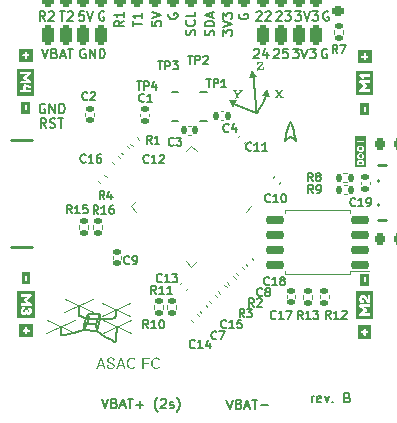
<source format=gbr>
%TF.GenerationSoftware,KiCad,Pcbnew,6.0.11-2627ca5db0~126~ubuntu22.04.1*%
%TF.CreationDate,2023-06-07T20:54:12+02:00*%
%TF.ProjectId,asac-fc-rev-b,61736163-2d66-4632-9d72-65762d622e6b,B*%
%TF.SameCoordinates,Original*%
%TF.FileFunction,Legend,Top*%
%TF.FilePolarity,Positive*%
%FSLAX46Y46*%
G04 Gerber Fmt 4.6, Leading zero omitted, Abs format (unit mm)*
G04 Created by KiCad (PCBNEW 6.0.11-2627ca5db0~126~ubuntu22.04.1) date 2023-06-07 20:54:12*
%MOMM*%
%LPD*%
G01*
G04 APERTURE LIST*
G04 Aperture macros list*
%AMRoundRect*
0 Rectangle with rounded corners*
0 $1 Rounding radius*
0 $2 $3 $4 $5 $6 $7 $8 $9 X,Y pos of 4 corners*
0 Add a 4 corners polygon primitive as box body*
4,1,4,$2,$3,$4,$5,$6,$7,$8,$9,$2,$3,0*
0 Add four circle primitives for the rounded corners*
1,1,$1+$1,$2,$3*
1,1,$1+$1,$4,$5*
1,1,$1+$1,$6,$7*
1,1,$1+$1,$8,$9*
0 Add four rect primitives between the rounded corners*
20,1,$1+$1,$2,$3,$4,$5,0*
20,1,$1+$1,$4,$5,$6,$7,0*
20,1,$1+$1,$6,$7,$8,$9,0*
20,1,$1+$1,$8,$9,$2,$3,0*%
%AMRotRect*
0 Rectangle, with rotation*
0 The origin of the aperture is its center*
0 $1 length*
0 $2 width*
0 $3 Rotation angle, in degrees counterclockwise*
0 Add horizontal line*
21,1,$1,$2,0,0,$3*%
G04 Aperture macros list end*
%ADD10C,0.185208*%
%ADD11C,0.000000*%
%ADD12C,0.198437*%
%ADD13C,0.211666*%
%ADD14C,0.066145*%
%ADD15C,0.200000*%
%ADD16C,0.150000*%
%ADD17C,0.120000*%
%ADD18C,0.127000*%
%ADD19C,0.254000*%
%ADD20RoundRect,0.150000X0.650000X0.150000X-0.650000X0.150000X-0.650000X-0.150000X0.650000X-0.150000X0*%
%ADD21RoundRect,0.140000X0.170000X-0.140000X0.170000X0.140000X-0.170000X0.140000X-0.170000X-0.140000X0*%
%ADD22RoundRect,0.140000X-0.021213X0.219203X-0.219203X0.021213X0.021213X-0.219203X0.219203X-0.021213X0*%
%ADD23R,0.475000X0.250000*%
%ADD24R,0.250000X0.475000*%
%ADD25R,0.850000X0.700000*%
%ADD26R,1.270000X1.270000*%
%ADD27RoundRect,0.140000X-0.219203X-0.021213X-0.021213X-0.219203X0.219203X0.021213X0.021213X0.219203X0*%
%ADD28RoundRect,0.135000X0.135000X0.185000X-0.135000X0.185000X-0.135000X-0.185000X0.135000X-0.185000X0*%
%ADD29RoundRect,0.140000X0.219203X0.021213X0.021213X0.219203X-0.219203X-0.021213X-0.021213X-0.219203X0*%
%ADD30C,1.000000*%
%ADD31C,0.650000*%
%ADD32O,2.100000X1.000000*%
%ADD33O,1.800000X1.000000*%
%ADD34R,1.150000X0.600000*%
%ADD35R,1.150000X0.300000*%
%ADD36C,1.300000*%
%ADD37R,0.800000X1.500000*%
%ADD38C,0.800000*%
%ADD39R,1.000000X0.800000*%
%ADD40RoundRect,0.135000X-0.226274X-0.035355X-0.035355X-0.226274X0.226274X0.035355X0.035355X0.226274X0*%
%ADD41RoundRect,0.140000X0.021213X-0.219203X0.219203X-0.021213X-0.021213X0.219203X-0.219203X0.021213X0*%
%ADD42RoundRect,0.218750X0.218750X0.256250X-0.218750X0.256250X-0.218750X-0.256250X0.218750X-0.256250X0*%
%ADD43C,0.700000*%
%ADD44RoundRect,0.250000X0.250000X-0.625000X0.250000X0.625000X-0.250000X0.625000X-0.250000X-0.625000X0*%
%ADD45RoundRect,0.140000X-0.170000X0.140000X-0.170000X-0.140000X0.170000X-0.140000X0.170000X0.140000X0*%
%ADD46RoundRect,0.135000X0.226274X0.035355X0.035355X0.226274X-0.226274X-0.035355X-0.035355X-0.226274X0*%
%ADD47RoundRect,0.135000X0.185000X-0.135000X0.185000X0.135000X-0.185000X0.135000X-0.185000X-0.135000X0*%
%ADD48RoundRect,0.135000X-0.185000X0.135000X-0.185000X-0.135000X0.185000X-0.135000X0.185000X0.135000X0*%
%ADD49R,1.150000X1.000000*%
%ADD50RoundRect,0.050000X0.238649X0.309359X-0.309359X-0.238649X-0.238649X-0.309359X0.309359X0.238649X0*%
%ADD51RoundRect,0.050000X-0.238649X0.309359X-0.309359X0.238649X0.238649X-0.309359X0.309359X-0.238649X0*%
%ADD52RotRect,3.200000X3.200000X225.000000*%
%ADD53RoundRect,0.140000X-0.140000X-0.170000X0.140000X-0.170000X0.140000X0.170000X-0.140000X0.170000X0*%
%ADD54RoundRect,0.218750X-0.256250X0.218750X-0.256250X-0.218750X0.256250X-0.218750X0.256250X0.218750X0*%
G04 APERTURE END LIST*
D10*
X132575496Y-113025451D02*
X132570101Y-113022105D01*
D11*
G36*
X129311197Y-107599544D02*
G01*
X128580751Y-107663452D01*
X128890631Y-106998914D01*
X129311197Y-107599544D01*
G37*
D10*
X132159958Y-111485994D02*
X132219541Y-111649834D01*
D12*
X114604740Y-128480000D02*
X115080163Y-128492402D01*
X117250573Y-130034426D02*
X117250573Y-130034426D01*
D10*
X132124869Y-111424318D02*
X132124869Y-111424318D01*
D12*
X117031465Y-128046434D02*
X117179001Y-128030738D01*
X114790775Y-128066588D02*
X114861507Y-127914789D01*
X114195462Y-127343118D02*
X114174792Y-126925573D01*
D10*
X131649521Y-113016621D02*
X131644485Y-113018562D01*
D12*
X116025841Y-128053669D02*
X116023387Y-127988880D01*
X114637813Y-129042239D02*
X115067760Y-128116197D01*
X117386999Y-129368834D02*
X117412385Y-129116201D01*
D10*
X132587388Y-113010443D02*
X132585888Y-113018856D01*
X131644485Y-113018562D02*
X131640535Y-113017915D01*
D12*
X116005381Y-127800624D02*
X115998970Y-127767382D01*
D13*
X129200492Y-110650631D02*
X129224114Y-110641357D01*
D12*
X117412385Y-129116201D02*
X117431957Y-128894961D01*
D11*
G36*
X120786921Y-131333543D02*
G01*
X120800708Y-131334085D01*
X120814206Y-131334990D01*
X120827415Y-131336256D01*
X120840334Y-131337884D01*
X120852964Y-131339873D01*
X120865305Y-131342224D01*
X120877356Y-131344937D01*
X120889117Y-131348012D01*
X120900589Y-131351449D01*
X120911772Y-131355247D01*
X120922665Y-131359407D01*
X120933269Y-131363929D01*
X120943583Y-131368812D01*
X120953608Y-131374057D01*
X120963343Y-131379664D01*
X120972634Y-131385529D01*
X120981326Y-131391550D01*
X120989419Y-131397725D01*
X120996912Y-131404055D01*
X121003805Y-131410541D01*
X121010100Y-131417181D01*
X121015794Y-131423977D01*
X121020890Y-131430927D01*
X121025386Y-131438033D01*
X121029282Y-131445293D01*
X121032580Y-131452709D01*
X121034003Y-131456474D01*
X121035277Y-131460279D01*
X121036401Y-131464123D01*
X121037375Y-131468005D01*
X121038200Y-131471926D01*
X121038874Y-131475885D01*
X121039773Y-131483921D01*
X121040073Y-131492112D01*
X121039990Y-131496189D01*
X121039742Y-131500153D01*
X121039329Y-131504003D01*
X121038750Y-131507739D01*
X121038006Y-131511361D01*
X121037096Y-131514870D01*
X121036021Y-131518265D01*
X121034780Y-131521547D01*
X121033375Y-131524714D01*
X121031804Y-131527768D01*
X121030067Y-131530709D01*
X121028166Y-131533536D01*
X121026099Y-131536249D01*
X121023867Y-131538848D01*
X121021469Y-131541334D01*
X121018906Y-131543706D01*
X121016220Y-131545948D01*
X121013450Y-131548047D01*
X121010597Y-131550000D01*
X121007662Y-131551809D01*
X121004644Y-131553473D01*
X121001544Y-131554992D01*
X120998361Y-131556366D01*
X120995094Y-131557596D01*
X120991746Y-131558682D01*
X120988314Y-131559622D01*
X120984800Y-131560418D01*
X120981203Y-131561069D01*
X120977524Y-131561575D01*
X120973762Y-131561937D01*
X120969917Y-131562154D01*
X120965989Y-131562227D01*
X120962237Y-131562190D01*
X120958589Y-131562082D01*
X120955043Y-131561901D01*
X120951601Y-131561648D01*
X120948263Y-131561322D01*
X120945028Y-131560924D01*
X120941896Y-131560454D01*
X120938868Y-131559911D01*
X120935943Y-131559296D01*
X120933122Y-131558609D01*
X120930404Y-131557849D01*
X120927789Y-131557017D01*
X120925278Y-131556113D01*
X120922870Y-131555136D01*
X120920565Y-131554087D01*
X120918364Y-131552966D01*
X120918674Y-131550672D01*
X120918942Y-131548419D01*
X120919170Y-131546207D01*
X120919356Y-131544036D01*
X120919501Y-131541907D01*
X120919604Y-131539820D01*
X120919667Y-131537773D01*
X120919688Y-131535768D01*
X120919527Y-131530182D01*
X120919047Y-131524668D01*
X120918246Y-131519227D01*
X120917124Y-131513857D01*
X120915682Y-131508561D01*
X120913920Y-131503336D01*
X120911837Y-131498184D01*
X120909434Y-131493104D01*
X120906711Y-131488097D01*
X120903667Y-131483162D01*
X120900303Y-131478299D01*
X120896618Y-131473508D01*
X120892613Y-131468790D01*
X120888288Y-131464145D01*
X120883643Y-131459571D01*
X120878677Y-131455070D01*
X120873370Y-131450745D01*
X120867702Y-131446699D01*
X120861671Y-131442931D01*
X120855279Y-131439443D01*
X120848525Y-131436234D01*
X120841409Y-131433304D01*
X120833931Y-131430653D01*
X120826092Y-131428281D01*
X120817891Y-131426188D01*
X120809328Y-131424374D01*
X120800403Y-131422840D01*
X120791117Y-131421584D01*
X120781469Y-131420607D01*
X120771459Y-131419910D01*
X120761087Y-131419491D01*
X120750354Y-131419351D01*
X120735259Y-131419760D01*
X120720402Y-131420984D01*
X120705782Y-131423026D01*
X120691401Y-131425883D01*
X120677257Y-131429558D01*
X120663351Y-131434048D01*
X120649682Y-131439356D01*
X120636252Y-131445479D01*
X120623059Y-131452419D01*
X120610104Y-131460176D01*
X120597386Y-131468749D01*
X120584906Y-131478139D01*
X120572664Y-131488345D01*
X120560660Y-131499367D01*
X120548893Y-131511206D01*
X120537364Y-131523862D01*
X120526471Y-131537091D01*
X120516280Y-131550982D01*
X120506792Y-131565534D01*
X120498007Y-131580747D01*
X120489924Y-131596622D01*
X120482545Y-131613159D01*
X120475869Y-131630357D01*
X120469895Y-131648216D01*
X120464624Y-131666737D01*
X120460056Y-131685919D01*
X120456191Y-131705763D01*
X120453028Y-131726268D01*
X120450568Y-131747435D01*
X120448812Y-131769263D01*
X120447757Y-131791753D01*
X120447406Y-131814904D01*
X120447726Y-131838044D01*
X120448688Y-131860503D01*
X120450289Y-131882279D01*
X120452532Y-131903374D01*
X120455415Y-131923786D01*
X120458940Y-131943516D01*
X120463105Y-131962564D01*
X120467910Y-131980930D01*
X120473357Y-131998614D01*
X120479445Y-132015616D01*
X120486173Y-132031935D01*
X120493542Y-132047572D01*
X120501552Y-132062527D01*
X120510203Y-132076800D01*
X120519495Y-132090391D01*
X120529427Y-132103299D01*
X120539933Y-132115314D01*
X120550946Y-132126554D01*
X120562465Y-132137018D01*
X120574490Y-132146708D01*
X120587021Y-132155622D01*
X120600059Y-132163761D01*
X120613603Y-132171125D01*
X120627654Y-132177713D01*
X120642211Y-132183527D01*
X120657275Y-132188566D01*
X120672845Y-132192829D01*
X120688921Y-132196317D01*
X120705504Y-132199030D01*
X120722593Y-132200968D01*
X120740189Y-132202131D01*
X120758291Y-132202518D01*
X120768007Y-132202394D01*
X120777640Y-132202022D01*
X120787190Y-132201402D01*
X120796657Y-132200534D01*
X120806041Y-132199418D01*
X120815343Y-132198053D01*
X120824562Y-132196441D01*
X120833698Y-132194581D01*
X120842752Y-132192472D01*
X120851723Y-132190116D01*
X120860611Y-132187511D01*
X120869417Y-132184659D01*
X120878140Y-132181558D01*
X120886780Y-132178210D01*
X120895337Y-132174613D01*
X120903812Y-132170768D01*
X120912153Y-132166753D01*
X120920307Y-132162645D01*
X120928276Y-132158443D01*
X120936058Y-132154149D01*
X120943655Y-132149762D01*
X120951065Y-132145281D01*
X120958290Y-132140708D01*
X120965328Y-132136042D01*
X120972180Y-132131282D01*
X120978847Y-132126430D01*
X120985327Y-132121484D01*
X120991621Y-132116446D01*
X120997729Y-132111314D01*
X121003651Y-132106090D01*
X121009387Y-132100772D01*
X121014937Y-132095362D01*
X121016089Y-132095568D01*
X121017231Y-132095857D01*
X121018363Y-132096229D01*
X121019484Y-132096684D01*
X121020595Y-132097221D01*
X121021696Y-132097841D01*
X121022786Y-132098544D01*
X121023866Y-132099330D01*
X121024936Y-132100198D01*
X121025995Y-132101149D01*
X121027045Y-132102183D01*
X121028083Y-132103299D01*
X121029112Y-132104498D01*
X121030130Y-132105780D01*
X121031138Y-132107144D01*
X121032135Y-132108591D01*
X121033256Y-132109945D01*
X121034305Y-132111361D01*
X121035281Y-132112839D01*
X121036186Y-132114379D01*
X121037018Y-132115981D01*
X121037777Y-132117645D01*
X121038465Y-132119371D01*
X121039080Y-132121159D01*
X121039623Y-132123009D01*
X121040093Y-132124920D01*
X121040491Y-132126894D01*
X121040817Y-132128930D01*
X121041070Y-132131028D01*
X121041251Y-132133188D01*
X121041360Y-132135411D01*
X121041396Y-132137695D01*
X121041304Y-132140765D01*
X121041029Y-132143855D01*
X121040570Y-132146965D01*
X121039928Y-132150097D01*
X121039103Y-132153249D01*
X121038094Y-132156422D01*
X121036902Y-132159615D01*
X121035526Y-132162830D01*
X121033967Y-132166065D01*
X121032224Y-132169320D01*
X121030298Y-132172596D01*
X121028188Y-132175893D01*
X121023418Y-132182549D01*
X121017915Y-132189288D01*
X121011678Y-132196110D01*
X121004707Y-132203014D01*
X120997002Y-132210000D01*
X120988563Y-132217070D01*
X120979390Y-132224222D01*
X120969483Y-132231457D01*
X120958843Y-132238774D01*
X120947469Y-132246174D01*
X120935759Y-132253223D01*
X120923781Y-132259818D01*
X120911534Y-132265957D01*
X120899018Y-132271641D01*
X120886233Y-132276871D01*
X120873180Y-132281646D01*
X120859857Y-132285966D01*
X120846266Y-132289831D01*
X120832407Y-132293242D01*
X120818278Y-132296198D01*
X120803881Y-132298699D01*
X120789215Y-132300745D01*
X120774280Y-132302337D01*
X120759077Y-132303473D01*
X120743605Y-132304155D01*
X120727864Y-132304383D01*
X120706114Y-132303887D01*
X120684850Y-132302398D01*
X120664071Y-132299918D01*
X120643778Y-132296445D01*
X120623971Y-132291980D01*
X120604649Y-132286523D01*
X120585813Y-132280074D01*
X120567463Y-132272633D01*
X120549598Y-132264199D01*
X120532219Y-132254773D01*
X120515326Y-132244355D01*
X120498918Y-132232945D01*
X120482997Y-132220543D01*
X120467561Y-132207148D01*
X120452610Y-132192762D01*
X120438145Y-132177383D01*
X120424529Y-132161146D01*
X120411791Y-132144186D01*
X120399932Y-132126502D01*
X120388950Y-132108095D01*
X120378848Y-132088964D01*
X120369623Y-132069110D01*
X120361278Y-132048532D01*
X120353810Y-132027231D01*
X120347222Y-132005206D01*
X120341511Y-131982458D01*
X120336679Y-131958987D01*
X120332726Y-131934792D01*
X120329651Y-131909874D01*
X120327455Y-131884232D01*
X120326137Y-131857867D01*
X120325698Y-131830779D01*
X120326199Y-131803643D01*
X120327703Y-131777138D01*
X120330209Y-131751264D01*
X120333718Y-131726020D01*
X120338230Y-131701407D01*
X120343744Y-131677424D01*
X120350260Y-131654071D01*
X120357779Y-131631349D01*
X120366301Y-131609257D01*
X120375825Y-131587796D01*
X120386351Y-131566965D01*
X120397880Y-131546765D01*
X120410412Y-131527195D01*
X120423946Y-131508256D01*
X120438482Y-131489947D01*
X120454021Y-131472268D01*
X120470304Y-131455447D01*
X120487072Y-131439712D01*
X120504327Y-131425062D01*
X120522067Y-131411497D01*
X120540294Y-131399017D01*
X120559006Y-131387622D01*
X120578203Y-131377313D01*
X120597887Y-131368088D01*
X120618056Y-131359949D01*
X120638712Y-131352896D01*
X120659853Y-131346927D01*
X120681479Y-131342044D01*
X120703592Y-131338245D01*
X120726190Y-131335532D01*
X120749274Y-131333905D01*
X120772844Y-131333362D01*
X120786921Y-131333543D01*
G37*
D13*
X129150000Y-109330000D02*
X129117065Y-108956372D01*
D12*
X116613919Y-128078990D02*
X117031465Y-128046434D01*
D10*
X132097859Y-112669146D02*
X132071410Y-112672882D01*
D12*
X112686511Y-128678437D02*
X112677209Y-128792642D01*
X116026875Y-128116197D02*
X116025841Y-128053669D01*
D10*
X131670944Y-112997142D02*
X131655622Y-113012280D01*
X131948275Y-112721767D02*
X131925605Y-112736279D01*
X132219541Y-111649834D02*
X132294627Y-111884058D01*
D12*
X115696146Y-129108385D02*
X116026875Y-128116197D01*
X114608874Y-128785924D02*
X114600670Y-128686964D01*
X112669070Y-128910400D02*
X112661706Y-129046373D01*
D10*
X132376224Y-112156883D02*
X132455340Y-112436530D01*
D12*
X117324987Y-127640774D02*
X117335839Y-127510873D01*
X117335839Y-127510873D02*
X117343590Y-127398412D01*
D13*
X129555033Y-110202781D02*
X129630459Y-110068194D01*
D10*
X131640306Y-112961288D02*
X131654252Y-112896761D01*
X132583399Y-113024027D02*
X132579932Y-113026158D01*
D12*
X115998970Y-127767382D02*
X115991396Y-127738209D01*
D10*
X132130853Y-111428421D02*
X132138790Y-111440399D01*
D12*
X114596665Y-128523149D02*
X114599661Y-128497214D01*
D10*
X132361225Y-112773877D02*
X132341005Y-112756448D01*
D12*
X114604740Y-128480000D02*
X114790775Y-128066588D01*
X116436153Y-129559003D02*
X116965836Y-129875780D01*
D10*
X131640535Y-113017915D02*
X131637690Y-113014496D01*
D12*
X114205475Y-127498858D02*
X114195462Y-127343118D01*
D10*
X132071410Y-112672882D02*
X132045543Y-112678880D01*
D12*
X115067760Y-128116197D02*
X115001615Y-127653177D01*
D10*
X132341005Y-112756448D02*
X132320000Y-112740000D01*
D14*
X111476790Y-128119293D02*
X113874728Y-129237475D01*
D10*
X132138790Y-111440399D02*
X132159958Y-111485994D01*
X131654252Y-112896761D02*
X131704430Y-112702380D01*
X132434062Y-112849383D02*
X132399271Y-112810874D01*
X132465521Y-112887795D02*
X132434062Y-112849383D01*
X132294627Y-111884058D02*
X132376224Y-112156883D01*
D12*
X113686966Y-129253079D02*
X114637813Y-129042239D01*
X114925650Y-127782368D02*
X114975066Y-127688704D01*
X112661948Y-129356634D02*
X112667520Y-129396933D01*
X112657200Y-129248032D02*
X112658605Y-129306306D01*
X114601925Y-128487432D02*
X114604740Y-128480000D01*
X114600670Y-128686964D02*
X114595955Y-128595755D01*
D13*
X129278279Y-110599549D02*
X129340211Y-110530389D01*
D12*
X114595955Y-128595755D02*
X114595511Y-128556448D01*
X117155295Y-129985140D02*
X117250573Y-130034426D01*
X114861507Y-127914789D02*
X114925650Y-127782368D01*
D14*
X116254827Y-128119293D02*
X118652732Y-129237475D01*
D10*
X132320000Y-112740000D02*
X132298220Y-112724734D01*
D13*
X129173169Y-109725752D02*
X129150000Y-109330000D01*
D12*
X115696146Y-129108385D02*
X116436153Y-129559003D01*
X115696146Y-129108385D02*
X115630000Y-128480000D01*
D10*
X132587890Y-112998589D02*
X132587388Y-113010443D01*
D13*
X129408151Y-110438276D02*
X129480345Y-110327608D01*
D12*
X114997566Y-127655549D02*
X115001615Y-127653177D01*
X115987143Y-127725496D02*
X115982562Y-127714219D01*
D11*
G36*
X118726325Y-131333543D02*
G01*
X118740111Y-131334085D01*
X118753609Y-131334990D01*
X118766817Y-131336256D01*
X118779735Y-131337884D01*
X118792365Y-131339873D01*
X118804705Y-131342224D01*
X118816756Y-131344937D01*
X118828518Y-131348012D01*
X118839990Y-131351449D01*
X118851173Y-131355247D01*
X118862067Y-131359407D01*
X118872671Y-131363929D01*
X118882986Y-131368812D01*
X118893012Y-131374057D01*
X118902749Y-131379664D01*
X118912040Y-131385529D01*
X118920732Y-131391550D01*
X118928824Y-131397725D01*
X118936317Y-131404055D01*
X118943211Y-131410541D01*
X118949505Y-131417181D01*
X118955200Y-131423977D01*
X118960295Y-131430927D01*
X118964791Y-131438033D01*
X118968688Y-131445293D01*
X118971985Y-131452709D01*
X118973408Y-131456474D01*
X118974682Y-131460279D01*
X118975806Y-131464123D01*
X118976780Y-131468005D01*
X118977605Y-131471926D01*
X118978279Y-131475885D01*
X118979178Y-131483921D01*
X118979478Y-131492112D01*
X118979395Y-131496189D01*
X118979147Y-131500153D01*
X118978734Y-131504003D01*
X118978155Y-131507739D01*
X118977411Y-131511361D01*
X118976501Y-131514870D01*
X118975426Y-131518265D01*
X118974186Y-131521547D01*
X118972780Y-131524714D01*
X118971209Y-131527768D01*
X118969473Y-131530709D01*
X118967571Y-131533536D01*
X118965504Y-131536249D01*
X118963272Y-131538848D01*
X118960874Y-131541334D01*
X118958312Y-131543706D01*
X118955624Y-131545948D01*
X118952853Y-131548047D01*
X118950000Y-131550000D01*
X118947065Y-131551809D01*
X118944047Y-131553473D01*
X118940946Y-131554992D01*
X118937763Y-131556366D01*
X118934497Y-131557596D01*
X118931149Y-131558682D01*
X118927718Y-131559622D01*
X118924204Y-131560418D01*
X118920608Y-131561069D01*
X118916928Y-131561575D01*
X118913167Y-131561937D01*
X118909322Y-131562154D01*
X118905395Y-131562227D01*
X118901642Y-131562190D01*
X118897994Y-131562082D01*
X118894449Y-131561901D01*
X118891007Y-131561648D01*
X118887668Y-131561322D01*
X118884433Y-131560924D01*
X118881301Y-131560454D01*
X118878273Y-131559911D01*
X118875348Y-131559296D01*
X118872527Y-131558609D01*
X118869809Y-131557849D01*
X118867194Y-131557017D01*
X118864683Y-131556113D01*
X118862275Y-131555136D01*
X118859971Y-131554087D01*
X118857770Y-131552966D01*
X118858079Y-131550672D01*
X118858348Y-131548419D01*
X118858575Y-131546207D01*
X118858761Y-131544036D01*
X118858906Y-131541907D01*
X118859010Y-131539820D01*
X118859072Y-131537773D01*
X118859093Y-131535768D01*
X118858932Y-131530182D01*
X118858452Y-131524668D01*
X118857651Y-131519227D01*
X118856529Y-131513857D01*
X118855087Y-131508561D01*
X118853325Y-131503336D01*
X118851242Y-131498184D01*
X118848839Y-131493104D01*
X118846116Y-131488097D01*
X118843072Y-131483162D01*
X118839708Y-131478299D01*
X118836023Y-131473508D01*
X118832018Y-131468790D01*
X118827693Y-131464145D01*
X118823048Y-131459571D01*
X118818082Y-131455070D01*
X118812774Y-131450745D01*
X118807105Y-131446699D01*
X118801074Y-131442931D01*
X118794681Y-131439443D01*
X118787927Y-131436234D01*
X118780811Y-131433304D01*
X118773334Y-131430653D01*
X118765495Y-131428281D01*
X118757294Y-131426188D01*
X118748731Y-131424374D01*
X118739807Y-131422840D01*
X118730521Y-131421584D01*
X118720873Y-131420607D01*
X118710864Y-131419910D01*
X118700492Y-131419491D01*
X118689759Y-131419351D01*
X118674664Y-131419760D01*
X118659807Y-131420984D01*
X118645188Y-131423026D01*
X118630806Y-131425883D01*
X118616662Y-131429558D01*
X118602756Y-131434048D01*
X118589088Y-131439356D01*
X118575657Y-131445479D01*
X118562464Y-131452419D01*
X118549509Y-131460176D01*
X118536791Y-131468749D01*
X118524312Y-131478139D01*
X118512070Y-131488345D01*
X118500065Y-131499367D01*
X118488299Y-131511206D01*
X118476770Y-131523862D01*
X118465876Y-131537091D01*
X118455685Y-131550982D01*
X118446197Y-131565534D01*
X118437412Y-131580747D01*
X118429330Y-131596622D01*
X118421950Y-131613159D01*
X118415274Y-131630357D01*
X118409300Y-131648216D01*
X118404029Y-131666737D01*
X118399461Y-131685919D01*
X118395596Y-131705763D01*
X118392433Y-131726268D01*
X118389974Y-131747435D01*
X118388217Y-131769263D01*
X118387163Y-131791753D01*
X118386811Y-131814904D01*
X118387132Y-131838044D01*
X118388093Y-131860503D01*
X118389695Y-131882279D01*
X118391937Y-131903374D01*
X118394821Y-131923786D01*
X118398345Y-131943516D01*
X118402510Y-131962564D01*
X118407316Y-131980930D01*
X118412762Y-131998614D01*
X118418850Y-132015616D01*
X118425578Y-132031935D01*
X118432947Y-132047572D01*
X118440957Y-132062527D01*
X118449608Y-132076800D01*
X118458900Y-132090391D01*
X118468832Y-132103299D01*
X118479337Y-132115314D01*
X118490349Y-132126554D01*
X118501867Y-132137018D01*
X118513892Y-132146708D01*
X118526424Y-132155622D01*
X118539462Y-132163761D01*
X118553006Y-132171125D01*
X118567057Y-132177713D01*
X118581615Y-132183527D01*
X118596679Y-132188566D01*
X118612249Y-132192829D01*
X118628326Y-132196317D01*
X118644909Y-132199030D01*
X118661998Y-132200968D01*
X118679594Y-132202131D01*
X118697697Y-132202518D01*
X118707411Y-132202394D01*
X118717043Y-132202022D01*
X118726593Y-132201402D01*
X118736060Y-132200534D01*
X118745444Y-132199418D01*
X118754746Y-132198053D01*
X118763965Y-132196441D01*
X118773101Y-132194581D01*
X118782155Y-132192472D01*
X118791127Y-132190116D01*
X118800015Y-132187511D01*
X118808821Y-132184659D01*
X118817544Y-132181558D01*
X118826185Y-132178210D01*
X118834743Y-132174613D01*
X118843218Y-132170768D01*
X118851558Y-132166753D01*
X118859713Y-132162645D01*
X118867681Y-132158443D01*
X118875464Y-132154149D01*
X118883060Y-132149762D01*
X118890471Y-132145281D01*
X118897695Y-132140708D01*
X118904733Y-132136042D01*
X118911586Y-132131282D01*
X118918252Y-132126430D01*
X118924732Y-132121484D01*
X118931026Y-132116446D01*
X118937134Y-132111314D01*
X118943057Y-132106090D01*
X118948793Y-132100772D01*
X118954343Y-132095362D01*
X118955495Y-132095568D01*
X118956636Y-132095857D01*
X118957768Y-132096229D01*
X118958889Y-132096684D01*
X118960000Y-132097221D01*
X118961101Y-132097841D01*
X118962191Y-132098544D01*
X118963272Y-132099330D01*
X118964341Y-132100198D01*
X118965401Y-132101149D01*
X118966450Y-132102183D01*
X118967489Y-132103299D01*
X118968517Y-132104498D01*
X118969535Y-132105780D01*
X118970543Y-132107144D01*
X118971540Y-132108591D01*
X118972661Y-132109945D01*
X118973710Y-132111361D01*
X118974687Y-132112839D01*
X118975591Y-132114379D01*
X118976423Y-132115981D01*
X118977183Y-132117645D01*
X118977870Y-132119371D01*
X118978485Y-132121159D01*
X118979028Y-132123009D01*
X118979498Y-132124920D01*
X118979896Y-132126894D01*
X118980222Y-132128930D01*
X118980475Y-132131028D01*
X118980656Y-132133188D01*
X118980765Y-132135411D01*
X118980801Y-132137695D01*
X118980709Y-132140765D01*
X118980434Y-132143855D01*
X118979975Y-132146965D01*
X118979333Y-132150097D01*
X118978507Y-132153249D01*
X118977498Y-132156422D01*
X118976306Y-132159615D01*
X118974930Y-132162830D01*
X118973370Y-132166065D01*
X118971627Y-132169320D01*
X118969701Y-132172596D01*
X118967591Y-132175893D01*
X118962821Y-132182549D01*
X118957318Y-132189288D01*
X118951080Y-132196110D01*
X118944109Y-132203014D01*
X118936404Y-132210000D01*
X118927965Y-132217070D01*
X118918793Y-132224222D01*
X118908887Y-132231457D01*
X118898247Y-132238774D01*
X118886874Y-132246174D01*
X118875163Y-132253223D01*
X118863184Y-132259818D01*
X118850936Y-132265957D01*
X118838420Y-132271641D01*
X118825635Y-132276871D01*
X118812582Y-132281646D01*
X118799260Y-132285966D01*
X118785669Y-132289831D01*
X118771810Y-132293242D01*
X118757682Y-132296198D01*
X118743285Y-132298699D01*
X118728619Y-132300745D01*
X118713685Y-132302337D01*
X118698482Y-132303473D01*
X118683010Y-132304155D01*
X118667270Y-132304383D01*
X118645518Y-132303887D01*
X118624253Y-132302398D01*
X118603473Y-132299918D01*
X118583179Y-132296445D01*
X118563371Y-132291980D01*
X118544049Y-132286523D01*
X118525213Y-132280074D01*
X118506863Y-132272633D01*
X118488998Y-132264199D01*
X118471620Y-132254773D01*
X118454727Y-132244355D01*
X118438320Y-132232945D01*
X118422399Y-132220543D01*
X118406964Y-132207148D01*
X118392014Y-132192762D01*
X118377551Y-132177383D01*
X118363933Y-132161146D01*
X118351195Y-132144186D01*
X118339335Y-132126502D01*
X118328353Y-132108095D01*
X118318250Y-132088964D01*
X118309026Y-132069110D01*
X118300680Y-132048532D01*
X118293213Y-132027231D01*
X118286625Y-132005206D01*
X118280915Y-131982458D01*
X118276083Y-131958987D01*
X118272130Y-131934792D01*
X118269056Y-131909874D01*
X118266860Y-131884232D01*
X118265542Y-131857867D01*
X118265103Y-131830779D01*
X118265604Y-131803643D01*
X118267108Y-131777138D01*
X118269614Y-131751264D01*
X118273122Y-131726020D01*
X118277634Y-131701407D01*
X118283147Y-131677424D01*
X118289663Y-131654071D01*
X118297182Y-131631349D01*
X118305703Y-131609257D01*
X118315227Y-131587796D01*
X118325754Y-131566965D01*
X118337283Y-131546765D01*
X118349815Y-131527195D01*
X118363349Y-131508256D01*
X118377886Y-131489947D01*
X118393426Y-131472268D01*
X118409709Y-131455447D01*
X118426478Y-131439712D01*
X118443732Y-131425062D01*
X118461473Y-131411497D01*
X118479699Y-131399017D01*
X118498411Y-131387622D01*
X118517609Y-131377313D01*
X118537292Y-131368088D01*
X118557462Y-131359949D01*
X118578117Y-131352896D01*
X118599258Y-131346927D01*
X118620885Y-131342044D01*
X118642997Y-131338245D01*
X118665595Y-131335532D01*
X118688679Y-131333905D01*
X118712249Y-131333362D01*
X118726325Y-131333543D01*
G37*
D13*
X129704867Y-109928244D02*
X129843596Y-109649846D01*
D12*
X114637813Y-129042239D02*
X115696146Y-129108385D01*
X115602135Y-128485450D02*
X115630000Y-128480000D01*
X115067760Y-128116197D02*
X116026875Y-128116197D01*
D11*
G36*
X131231465Y-108657754D02*
G01*
X131249940Y-108660273D01*
X131266606Y-108662404D01*
X131281465Y-108664148D01*
X131295221Y-108665570D01*
X131307558Y-108666733D01*
X131318476Y-108667636D01*
X131327973Y-108668281D01*
X131333027Y-108668509D01*
X131337855Y-108668671D01*
X131342457Y-108668768D01*
X131346833Y-108668801D01*
X131350983Y-108668768D01*
X131354907Y-108668671D01*
X131358605Y-108668509D01*
X131362078Y-108668281D01*
X131369572Y-108667765D01*
X131378615Y-108667249D01*
X131389209Y-108666733D01*
X131401352Y-108666218D01*
X131413108Y-108665701D01*
X131426672Y-108665183D01*
X131459227Y-108664148D01*
X131501603Y-108662858D01*
X131554313Y-108661047D01*
X131548725Y-108663873D01*
X131543331Y-108666667D01*
X131538132Y-108669429D01*
X131533126Y-108672159D01*
X131528314Y-108674856D01*
X131523696Y-108677521D01*
X131519270Y-108680154D01*
X131515039Y-108682754D01*
X131507094Y-108687792D01*
X131499795Y-108692572D01*
X131493142Y-108697093D01*
X131487136Y-108701354D01*
X131480611Y-108706328D01*
X131474475Y-108710915D01*
X131468726Y-108715115D01*
X131463365Y-108718928D01*
X131459941Y-108722431D01*
X131455870Y-108726742D01*
X131451154Y-108731861D01*
X131445792Y-108737787D01*
X131439785Y-108744521D01*
X131433132Y-108752063D01*
X131417888Y-108769569D01*
X131402449Y-108788044D01*
X131384039Y-108810393D01*
X131362659Y-108836617D01*
X131338307Y-108866719D01*
X131277843Y-108941133D01*
X131199814Y-109038285D01*
X131233274Y-109073554D01*
X131263374Y-109104948D01*
X131290116Y-109132466D01*
X131313500Y-109156109D01*
X131334042Y-109176522D01*
X131352259Y-109194349D01*
X131368150Y-109209594D01*
X131381715Y-109222255D01*
X131388708Y-109228698D01*
X131395216Y-109234592D01*
X131401239Y-109239937D01*
X131406778Y-109244733D01*
X131411833Y-109248981D01*
X131416403Y-109252679D01*
X131420489Y-109255829D01*
X131424090Y-109258429D01*
X131430872Y-109262303D01*
X131438817Y-109266695D01*
X131447925Y-109271604D01*
X131458195Y-109277029D01*
X131468208Y-109282522D01*
X131479642Y-109288659D01*
X131492497Y-109295441D01*
X131506773Y-109302868D01*
X131522792Y-109310491D01*
X131540878Y-109318889D01*
X131561031Y-109328063D01*
X131583253Y-109338010D01*
X131410655Y-109338010D01*
X131399220Y-109338139D01*
X131386624Y-109338527D01*
X131372865Y-109339173D01*
X131357945Y-109340079D01*
X131343732Y-109341111D01*
X131327971Y-109342144D01*
X131310661Y-109343177D01*
X131291799Y-109344212D01*
X131271322Y-109345438D01*
X131249166Y-109347053D01*
X131225330Y-109349056D01*
X131199814Y-109351446D01*
X131204304Y-109348620D01*
X131208470Y-109345826D01*
X131212313Y-109343064D01*
X131214113Y-109341695D01*
X131215833Y-109340335D01*
X131217472Y-109338982D01*
X131219030Y-109337637D01*
X131220508Y-109336300D01*
X131221905Y-109334972D01*
X131223221Y-109333652D01*
X131224456Y-109332339D01*
X131225611Y-109331035D01*
X131226685Y-109329739D01*
X131228914Y-109326946D01*
X131230949Y-109324250D01*
X131232790Y-109321650D01*
X131234437Y-109319147D01*
X131235188Y-109317932D01*
X131235890Y-109316741D01*
X131236544Y-109315574D01*
X131237150Y-109314431D01*
X131237707Y-109313313D01*
X131238216Y-109312218D01*
X131238677Y-109311148D01*
X131239089Y-109310102D01*
X131239577Y-109308948D01*
X131240009Y-109307810D01*
X131240385Y-109306688D01*
X131240704Y-109305583D01*
X131240966Y-109304493D01*
X131241172Y-109303419D01*
X131241322Y-109302361D01*
X131241414Y-109301320D01*
X131241451Y-109300294D01*
X131241430Y-109299285D01*
X131241353Y-109298291D01*
X131241220Y-109297314D01*
X131241030Y-109296353D01*
X131240783Y-109295408D01*
X131240480Y-109294479D01*
X131240121Y-109293566D01*
X131238716Y-109290820D01*
X131237084Y-109287752D01*
X131235227Y-109284361D01*
X131233144Y-109280647D01*
X131228300Y-109272250D01*
X131222552Y-109262562D01*
X131190511Y-109212952D01*
X131179207Y-109195642D01*
X131165965Y-109175746D01*
X131150785Y-109153266D01*
X131133668Y-109128201D01*
X131123624Y-109139086D01*
X131114161Y-109149518D01*
X131105279Y-109159499D01*
X131096978Y-109169027D01*
X131089259Y-109178103D01*
X131082122Y-109186727D01*
X131075566Y-109194899D01*
X131069591Y-109202618D01*
X131059383Y-109216376D01*
X131050469Y-109228713D01*
X131042848Y-109239630D01*
X131039522Y-109244555D01*
X131036519Y-109249126D01*
X131033546Y-109254164D01*
X131030832Y-109258944D01*
X131028377Y-109263466D01*
X131026180Y-109267730D01*
X131024241Y-109271735D01*
X131022561Y-109275482D01*
X131021139Y-109278970D01*
X131019976Y-109282199D01*
X131019996Y-109283620D01*
X131020057Y-109285041D01*
X131020158Y-109286462D01*
X131020300Y-109287883D01*
X131020482Y-109289304D01*
X131020704Y-109290726D01*
X131020966Y-109292147D01*
X131021270Y-109293568D01*
X131021613Y-109294990D01*
X131021997Y-109296411D01*
X131022421Y-109297832D01*
X131022885Y-109299253D01*
X131023390Y-109300674D01*
X131023935Y-109302095D01*
X131024521Y-109303516D01*
X131025146Y-109304937D01*
X131025817Y-109306237D01*
X131026535Y-109307553D01*
X131027302Y-109308885D01*
X131028118Y-109310234D01*
X131028982Y-109311598D01*
X131029895Y-109312979D01*
X131030856Y-109314376D01*
X131031865Y-109315788D01*
X131032923Y-109317218D01*
X131034029Y-109318663D01*
X131036387Y-109321602D01*
X131038938Y-109324607D01*
X131041683Y-109327676D01*
X131043278Y-109329222D01*
X131044962Y-109330760D01*
X131046735Y-109332289D01*
X131048596Y-109333811D01*
X131050546Y-109335325D01*
X131052585Y-109336831D01*
X131054712Y-109338329D01*
X131056928Y-109339819D01*
X131059234Y-109341301D01*
X131061627Y-109342774D01*
X131064110Y-109344240D01*
X131066682Y-109345697D01*
X131069342Y-109347147D01*
X131072092Y-109348588D01*
X131074930Y-109350021D01*
X131077857Y-109351446D01*
X130771935Y-109364881D01*
X130781042Y-109358503D01*
X130789762Y-109352286D01*
X130798094Y-109346230D01*
X130806039Y-109340335D01*
X130813596Y-109334602D01*
X130820766Y-109329031D01*
X130827548Y-109323621D01*
X130833943Y-109318373D01*
X130845764Y-109307974D01*
X130856422Y-109298478D01*
X130865917Y-109289886D01*
X130874249Y-109282199D01*
X130878530Y-109277870D01*
X130882584Y-109273671D01*
X130886412Y-109269602D01*
X130890013Y-109265661D01*
X130893389Y-109261851D01*
X130896538Y-109258169D01*
X130899461Y-109254617D01*
X130902158Y-109251195D01*
X130908035Y-109242539D01*
X130915335Y-109232074D01*
X130924056Y-109219801D01*
X130934199Y-109205719D01*
X130943822Y-109191702D01*
X130955125Y-109175489D01*
X130968109Y-109157079D01*
X130982771Y-109136472D01*
X131019205Y-109086862D01*
X131064421Y-109024849D01*
X131038325Y-108983184D01*
X131014812Y-108946042D01*
X130993883Y-108913422D01*
X130975537Y-108885324D01*
X130959775Y-108860973D01*
X130945564Y-108839592D01*
X130932904Y-108821182D01*
X130921795Y-108805743D01*
X130910683Y-108790949D01*
X130901122Y-108778611D01*
X130896923Y-108773363D01*
X130893112Y-108768728D01*
X130889689Y-108764706D01*
X130886653Y-108761298D01*
X130883940Y-108758942D01*
X130880969Y-108756521D01*
X130877739Y-108754035D01*
X130874251Y-108751483D01*
X130870504Y-108748867D01*
X130866499Y-108746186D01*
X130862235Y-108743440D01*
X130857713Y-108740629D01*
X130853692Y-108737981D01*
X130849381Y-108735203D01*
X130839885Y-108729262D01*
X130829227Y-108722803D01*
X130817406Y-108715827D01*
X130804294Y-108707752D01*
X130789760Y-108699032D01*
X130773806Y-108689665D01*
X130756430Y-108679653D01*
X130798546Y-108681461D01*
X130833943Y-108682754D01*
X130863141Y-108683786D01*
X130886653Y-108684818D01*
X130909132Y-108685854D01*
X130918627Y-108686371D01*
X130926960Y-108686887D01*
X130935747Y-108687338D01*
X130945566Y-108687661D01*
X130956418Y-108687854D01*
X130968304Y-108687919D01*
X130979446Y-108687822D01*
X130991686Y-108687531D01*
X131005025Y-108687047D01*
X131019463Y-108686369D01*
X131051632Y-108684431D01*
X131088191Y-108681717D01*
X131086153Y-108682759D01*
X131084171Y-108683817D01*
X131082245Y-108684891D01*
X131080376Y-108685981D01*
X131078563Y-108687087D01*
X131076807Y-108688210D01*
X131075107Y-108689349D01*
X131073464Y-108690503D01*
X131071877Y-108691674D01*
X131070347Y-108692861D01*
X131068873Y-108694065D01*
X131067456Y-108695284D01*
X131066095Y-108696519D01*
X131064791Y-108697771D01*
X131063543Y-108699038D01*
X131062352Y-108700322D01*
X131060091Y-108702648D01*
X131057960Y-108704973D01*
X131055958Y-108707299D01*
X131055005Y-108708462D01*
X131054085Y-108709625D01*
X131053197Y-108710788D01*
X131052341Y-108711951D01*
X131051518Y-108713113D01*
X131050727Y-108714276D01*
X131049968Y-108715439D01*
X131049241Y-108716602D01*
X131048547Y-108717765D01*
X131047885Y-108718928D01*
X131046384Y-108721753D01*
X131044979Y-108724546D01*
X131043671Y-108727307D01*
X131042460Y-108730036D01*
X131041345Y-108732733D01*
X131040327Y-108735397D01*
X131039406Y-108738029D01*
X131038582Y-108740629D01*
X131038377Y-108742232D01*
X131038276Y-108743940D01*
X131038280Y-108745753D01*
X131038390Y-108747671D01*
X131038604Y-108749694D01*
X131038923Y-108751822D01*
X131039347Y-108754055D01*
X131039876Y-108756393D01*
X131040510Y-108758835D01*
X131041249Y-108761383D01*
X131042092Y-108764035D01*
X131043041Y-108766793D01*
X131044095Y-108769655D01*
X131045253Y-108772622D01*
X131046517Y-108775695D01*
X131047885Y-108778872D01*
X131050163Y-108784539D01*
X131052860Y-108790692D01*
X131055977Y-108797329D01*
X131059513Y-108804450D01*
X131063470Y-108812057D01*
X131067846Y-108820148D01*
X131072642Y-108828723D01*
X131077857Y-108837784D01*
X131083605Y-108847424D01*
X131090000Y-108857743D01*
X131097041Y-108868740D01*
X131104728Y-108880415D01*
X131113061Y-108892770D01*
X131122040Y-108905802D01*
X131131664Y-108919513D01*
X131141934Y-108933902D01*
X131186896Y-108867496D01*
X131220483Y-108817109D01*
X131233532Y-108797215D01*
X131244772Y-108779904D01*
X131254204Y-108765176D01*
X131261827Y-108753032D01*
X131268803Y-108741212D01*
X131271709Y-108736125D01*
X131274228Y-108731587D01*
X131276360Y-108727598D01*
X131278104Y-108724158D01*
X131279459Y-108721268D01*
X131280427Y-108718928D01*
X131280274Y-108718266D01*
X131280072Y-108717571D01*
X131279822Y-108716844D01*
X131279523Y-108716085D01*
X131279176Y-108715294D01*
X131278781Y-108714470D01*
X131278337Y-108713614D01*
X131277844Y-108712725D01*
X131277303Y-108711804D01*
X131276714Y-108710851D01*
X131276076Y-108709866D01*
X131275390Y-108708848D01*
X131274655Y-108707798D01*
X131273872Y-108706716D01*
X131273041Y-108705602D01*
X131272161Y-108704455D01*
X131271354Y-108703410D01*
X131270482Y-108702341D01*
X131269545Y-108701247D01*
X131268544Y-108700129D01*
X131267478Y-108698987D01*
X131266347Y-108697820D01*
X131265152Y-108696629D01*
X131263892Y-108695414D01*
X131262567Y-108694175D01*
X131261178Y-108692911D01*
X131259724Y-108691623D01*
X131258206Y-108690310D01*
X131254975Y-108687613D01*
X131251487Y-108684818D01*
X131247919Y-108681637D01*
X131243931Y-108678295D01*
X131239523Y-108674791D01*
X131234695Y-108671125D01*
X131229447Y-108667298D01*
X131223778Y-108663309D01*
X131217689Y-108659158D01*
X131211180Y-108654846D01*
X131231465Y-108657754D01*
G37*
D12*
X116010726Y-127836822D02*
X116005381Y-127800624D01*
D10*
X132380650Y-112792086D02*
X132361225Y-112773877D01*
D13*
X129630459Y-110068194D02*
X129704867Y-109928244D01*
X128986504Y-107798744D02*
X128941347Y-107344126D01*
D12*
X116965836Y-129875780D02*
X117155295Y-129985140D01*
D10*
X132298220Y-112724734D02*
X132275674Y-112710851D01*
D13*
X129179472Y-110651418D02*
X129183888Y-110160575D01*
D12*
X115427945Y-128493952D02*
X115557459Y-128489495D01*
D10*
X131776313Y-112448157D02*
X131860287Y-112166805D01*
D11*
G36*
X116934260Y-131328282D02*
G01*
X116950088Y-131328918D01*
X116965555Y-131329977D01*
X116980661Y-131331460D01*
X116995404Y-131333367D01*
X117009786Y-131335698D01*
X117023806Y-131338452D01*
X117037464Y-131341630D01*
X117050760Y-131345232D01*
X117063695Y-131349258D01*
X117076268Y-131353707D01*
X117088479Y-131358580D01*
X117100328Y-131363877D01*
X117111816Y-131369597D01*
X117122941Y-131375742D01*
X117133705Y-131382310D01*
X117144118Y-131389178D01*
X117153859Y-131396221D01*
X117162929Y-131403440D01*
X117171326Y-131410835D01*
X117179052Y-131418406D01*
X117186106Y-131426152D01*
X117192488Y-131434074D01*
X117198198Y-131442172D01*
X117203236Y-131450445D01*
X117207603Y-131458894D01*
X117211298Y-131467519D01*
X117212893Y-131471898D01*
X117214321Y-131476320D01*
X117215580Y-131480786D01*
X117216672Y-131485296D01*
X117217596Y-131489850D01*
X117218351Y-131494448D01*
X117219359Y-131503775D01*
X117219695Y-131513279D01*
X117219612Y-131517852D01*
X117219364Y-131522312D01*
X117218951Y-131526657D01*
X117218372Y-131530890D01*
X117217629Y-131535008D01*
X117216719Y-131539013D01*
X117215645Y-131542905D01*
X117214405Y-131546682D01*
X117212999Y-131550346D01*
X117211428Y-131553896D01*
X117209692Y-131557333D01*
X117207790Y-131560655D01*
X117205723Y-131563865D01*
X117203490Y-131566960D01*
X117201092Y-131569942D01*
X117198528Y-131572810D01*
X117196022Y-131575373D01*
X117193464Y-131577771D01*
X117190854Y-131580003D01*
X117188193Y-131582070D01*
X117185480Y-131583972D01*
X117182716Y-131585708D01*
X117179899Y-131587279D01*
X117177031Y-131588685D01*
X117174112Y-131589925D01*
X117171141Y-131591000D01*
X117168117Y-131591909D01*
X117165043Y-131592654D01*
X117161916Y-131593232D01*
X117158738Y-131593646D01*
X117155508Y-131593894D01*
X117152226Y-131593976D01*
X117149059Y-131593935D01*
X117145839Y-131593811D01*
X117142568Y-131593604D01*
X117139246Y-131593315D01*
X117135871Y-131592943D01*
X117132445Y-131592488D01*
X117128967Y-131591951D01*
X117125438Y-131591331D01*
X117118223Y-131589842D01*
X117110802Y-131588023D01*
X117103175Y-131585874D01*
X117095340Y-131583393D01*
X117096582Y-131578122D01*
X117097657Y-131572893D01*
X117098567Y-131567704D01*
X117099311Y-131562557D01*
X117099889Y-131557452D01*
X117100302Y-131552387D01*
X117100550Y-131547364D01*
X117100632Y-131542383D01*
X117100431Y-131536295D01*
X117099826Y-131530270D01*
X117098818Y-131524306D01*
X117097408Y-131518405D01*
X117095594Y-131512565D01*
X117093377Y-131506788D01*
X117090757Y-131501073D01*
X117087734Y-131495419D01*
X117084308Y-131489828D01*
X117080478Y-131484298D01*
X117076246Y-131478831D01*
X117071611Y-131473426D01*
X117066572Y-131468082D01*
X117061131Y-131462801D01*
X117055286Y-131457582D01*
X117049039Y-131452424D01*
X117042595Y-131447298D01*
X117035831Y-131442502D01*
X117028747Y-131438038D01*
X117021342Y-131433903D01*
X117013616Y-131430100D01*
X117005570Y-131426627D01*
X116997204Y-131423486D01*
X116988517Y-131420674D01*
X116979509Y-131418194D01*
X116970181Y-131416044D01*
X116960533Y-131414225D01*
X116950564Y-131412737D01*
X116940275Y-131411579D01*
X116929666Y-131410753D01*
X116918736Y-131410256D01*
X116907486Y-131410091D01*
X116896382Y-131410241D01*
X116885556Y-131410691D01*
X116875010Y-131411440D01*
X116864742Y-131412489D01*
X116854753Y-131413838D01*
X116845043Y-131415486D01*
X116835612Y-131417434D01*
X116826460Y-131419682D01*
X116817587Y-131422230D01*
X116808993Y-131425077D01*
X116800678Y-131428224D01*
X116792642Y-131431671D01*
X116784885Y-131435418D01*
X116777407Y-131439464D01*
X116770208Y-131443810D01*
X116763288Y-131448456D01*
X116756721Y-131453355D01*
X116750577Y-131458460D01*
X116744857Y-131463773D01*
X116739560Y-131469292D01*
X116734687Y-131475017D01*
X116730238Y-131480950D01*
X116726212Y-131487089D01*
X116722610Y-131493435D01*
X116719432Y-131499988D01*
X116716677Y-131506747D01*
X116714347Y-131513713D01*
X116712439Y-131520885D01*
X116710956Y-131528265D01*
X116709897Y-131535851D01*
X116709261Y-131543644D01*
X116709049Y-131551643D01*
X116709266Y-131559519D01*
X116709917Y-131567270D01*
X116711002Y-131574898D01*
X116712522Y-131582401D01*
X116714475Y-131589780D01*
X116716862Y-131597036D01*
X116719684Y-131604167D01*
X116722939Y-131611174D01*
X116726629Y-131618058D01*
X116730753Y-131624817D01*
X116735311Y-131631452D01*
X116740303Y-131637963D01*
X116745729Y-131644351D01*
X116751589Y-131650614D01*
X116757883Y-131656753D01*
X116764611Y-131662768D01*
X116771650Y-131668509D01*
X116778874Y-131674158D01*
X116786284Y-131679713D01*
X116793881Y-131685175D01*
X116801663Y-131690544D01*
X116809632Y-131695820D01*
X116817786Y-131701004D01*
X116826127Y-131706094D01*
X116834654Y-131711091D01*
X116843366Y-131715995D01*
X116852265Y-131720806D01*
X116861350Y-131725524D01*
X116870620Y-131730149D01*
X116880077Y-131734681D01*
X116899549Y-131743466D01*
X116939817Y-131760747D01*
X116979918Y-131778193D01*
X117019852Y-131795804D01*
X117059622Y-131813581D01*
X117069612Y-131818123D01*
X117079405Y-131822820D01*
X117089002Y-131827673D01*
X117098402Y-131832680D01*
X117107605Y-131837843D01*
X117116613Y-131843160D01*
X117125423Y-131848633D01*
X117134038Y-131854260D01*
X117142455Y-131860043D01*
X117150677Y-131865981D01*
X117158702Y-131872073D01*
X117166531Y-131878321D01*
X117174163Y-131884724D01*
X117181599Y-131891281D01*
X117188839Y-131897994D01*
X117195882Y-131904862D01*
X117202610Y-131911704D01*
X117208905Y-131918670D01*
X117214765Y-131925760D01*
X117220191Y-131932974D01*
X117225183Y-131940312D01*
X117229741Y-131947774D01*
X117233864Y-131955359D01*
X117237554Y-131963069D01*
X117240810Y-131970904D01*
X117243631Y-131978862D01*
X117246019Y-131986944D01*
X117247972Y-131995150D01*
X117249491Y-132003480D01*
X117250577Y-132011935D01*
X117251228Y-132020513D01*
X117251445Y-132029216D01*
X117251042Y-132043784D01*
X117249832Y-132058052D01*
X117247817Y-132072020D01*
X117244995Y-132085689D01*
X117241368Y-132099058D01*
X117236934Y-132112127D01*
X117231694Y-132124896D01*
X117225648Y-132137365D01*
X117218796Y-132149535D01*
X117211137Y-132161405D01*
X117202673Y-132172975D01*
X117193402Y-132184246D01*
X117183325Y-132195216D01*
X117172442Y-132205888D01*
X117160753Y-132216259D01*
X117148257Y-132226331D01*
X117135365Y-132235783D01*
X117122152Y-132244625D01*
X117108618Y-132252857D01*
X117094764Y-132260479D01*
X117080589Y-132267492D01*
X117066094Y-132273895D01*
X117051278Y-132279687D01*
X117036142Y-132284871D01*
X117020685Y-132289444D01*
X117004908Y-132293407D01*
X116988810Y-132296761D01*
X116972393Y-132299505D01*
X116955654Y-132301639D01*
X116938596Y-132303163D01*
X116921217Y-132304078D01*
X116903518Y-132304383D01*
X116885849Y-132304135D01*
X116868564Y-132303391D01*
X116851660Y-132302150D01*
X116835140Y-132300414D01*
X116819001Y-132298182D01*
X116803245Y-132295453D01*
X116787872Y-132292228D01*
X116772880Y-132288508D01*
X116758272Y-132284291D01*
X116744045Y-132279578D01*
X116730201Y-132274369D01*
X116716739Y-132268664D01*
X116703660Y-132262463D01*
X116690963Y-132255766D01*
X116678648Y-132248572D01*
X116666715Y-132240883D01*
X116655342Y-132232651D01*
X116644703Y-132224161D01*
X116634797Y-132215412D01*
X116625624Y-132206405D01*
X116617186Y-132197140D01*
X116609481Y-132187616D01*
X116602509Y-132177834D01*
X116596272Y-132167793D01*
X116590768Y-132157494D01*
X116585998Y-132146937D01*
X116581962Y-132136121D01*
X116578660Y-132125046D01*
X116576091Y-132113713D01*
X116574256Y-132102122D01*
X116573155Y-132090272D01*
X116572788Y-132078164D01*
X116572881Y-132072934D01*
X116573161Y-132067828D01*
X116573626Y-132062846D01*
X116574277Y-132057989D01*
X116575114Y-132053255D01*
X116576137Y-132048646D01*
X116577346Y-132044161D01*
X116578742Y-132039799D01*
X116580323Y-132035562D01*
X116582090Y-132031449D01*
X116584044Y-132027460D01*
X116586183Y-132023594D01*
X116588508Y-132019853D01*
X116591020Y-132016235D01*
X116593717Y-132012742D01*
X116596601Y-132009372D01*
X116599640Y-132006008D01*
X116602802Y-132002861D01*
X116606089Y-131999931D01*
X116609499Y-131997218D01*
X116613034Y-131994722D01*
X116616693Y-131992443D01*
X116620475Y-131990381D01*
X116624382Y-131988536D01*
X116628413Y-131986909D01*
X116632568Y-131985498D01*
X116636847Y-131984304D01*
X116641249Y-131983327D01*
X116645776Y-131982568D01*
X116650427Y-131982025D01*
X116655202Y-131981700D01*
X116660101Y-131981591D01*
X116664995Y-131981715D01*
X116669754Y-131982087D01*
X116674380Y-131982707D01*
X116678870Y-131983575D01*
X116683227Y-131984692D01*
X116687449Y-131986056D01*
X116691537Y-131987668D01*
X116695491Y-131989529D01*
X116699310Y-131991637D01*
X116702994Y-131993993D01*
X116706545Y-131996598D01*
X116709960Y-131999450D01*
X116713241Y-132002551D01*
X116716388Y-132005900D01*
X116719400Y-132009496D01*
X116722278Y-132013341D01*
X116718594Y-132016902D01*
X116715148Y-132020638D01*
X116711939Y-132024549D01*
X116708968Y-132028637D01*
X116706235Y-132032900D01*
X116703739Y-132037339D01*
X116701480Y-132041954D01*
X116699459Y-132046744D01*
X116697676Y-132051710D01*
X116696131Y-132056852D01*
X116694823Y-132062169D01*
X116693753Y-132067662D01*
X116692921Y-132073331D01*
X116692327Y-132079176D01*
X116691970Y-132085197D01*
X116691851Y-132091393D01*
X116692068Y-132097636D01*
X116692719Y-132103796D01*
X116693804Y-132109873D01*
X116695324Y-132115868D01*
X116697277Y-132121780D01*
X116699664Y-132127609D01*
X116702486Y-132133355D01*
X116705742Y-132139019D01*
X116709431Y-132144600D01*
X116713555Y-132150098D01*
X116718113Y-132155514D01*
X116723105Y-132160847D01*
X116728531Y-132166097D01*
X116734391Y-132171264D01*
X116740685Y-132176349D01*
X116747413Y-132181351D01*
X116754519Y-132186157D01*
X116761945Y-132190653D01*
X116769691Y-132194839D01*
X116777758Y-132198715D01*
X116786145Y-132202280D01*
X116794853Y-132205536D01*
X116803881Y-132208482D01*
X116813229Y-132211117D01*
X116822898Y-132213443D01*
X116832887Y-132215458D01*
X116843197Y-132217163D01*
X116853826Y-132218558D01*
X116864777Y-132219644D01*
X116876047Y-132220419D01*
X116887638Y-132220884D01*
X116899549Y-132221039D01*
X116911683Y-132220843D01*
X116923610Y-132220254D01*
X116935330Y-132219272D01*
X116946844Y-132217897D01*
X116958151Y-132216130D01*
X116969251Y-132213970D01*
X116980144Y-132211418D01*
X116990831Y-132208472D01*
X117001311Y-132205134D01*
X117011584Y-132201403D01*
X117021650Y-132197279D01*
X117031510Y-132192763D01*
X117041163Y-132187853D01*
X117050610Y-132182551D01*
X117059849Y-132176856D01*
X117068882Y-132170768D01*
X117077533Y-132164396D01*
X117085625Y-132157848D01*
X117093160Y-132151125D01*
X117100136Y-132144226D01*
X117106554Y-132137151D01*
X117112414Y-132129901D01*
X117117716Y-132122475D01*
X117122460Y-132114873D01*
X117126646Y-132107096D01*
X117130274Y-132099143D01*
X117133343Y-132091014D01*
X117135855Y-132082710D01*
X117137808Y-132074230D01*
X117139203Y-132065575D01*
X117140041Y-132056744D01*
X117140320Y-132047737D01*
X117140160Y-132041980D01*
X117139679Y-132036285D01*
X117138878Y-132030652D01*
X117137757Y-132025081D01*
X117136316Y-132019573D01*
X117134554Y-132014126D01*
X117132471Y-132008742D01*
X117130069Y-132003419D01*
X117127346Y-131998159D01*
X117124302Y-131992960D01*
X117120938Y-131987824D01*
X117117253Y-131982749D01*
X117113248Y-131977737D01*
X117108922Y-131972786D01*
X117104276Y-131967897D01*
X117099309Y-131963070D01*
X117094266Y-131958326D01*
X117089057Y-131953686D01*
X117083683Y-131949149D01*
X117078143Y-131944715D01*
X117072438Y-131940384D01*
X117066568Y-131936157D01*
X117060533Y-131932033D01*
X117054332Y-131928013D01*
X117047965Y-131924096D01*
X117041434Y-131920282D01*
X117034736Y-131916572D01*
X117027874Y-131912965D01*
X117020845Y-131909461D01*
X117013652Y-131906061D01*
X117006292Y-131902764D01*
X116998768Y-131899570D01*
X116968341Y-131886589D01*
X116936591Y-131872781D01*
X116903519Y-131858146D01*
X116869122Y-131842685D01*
X116834646Y-131826810D01*
X116801326Y-131810935D01*
X116769161Y-131795060D01*
X116738153Y-131779185D01*
X116730784Y-131775133D01*
X116723560Y-131770917D01*
X116716480Y-131766534D01*
X116709546Y-131761987D01*
X116702756Y-131757274D01*
X116696110Y-131752396D01*
X116689610Y-131747352D01*
X116683254Y-131742143D01*
X116677042Y-131736769D01*
X116670976Y-131731229D01*
X116665054Y-131725524D01*
X116659276Y-131719653D01*
X116653643Y-131713618D01*
X116648155Y-131707417D01*
X116642811Y-131701050D01*
X116637611Y-131694518D01*
X116632805Y-131687692D01*
X116628310Y-131680772D01*
X116624124Y-131673760D01*
X116620248Y-131666654D01*
X116616682Y-131659456D01*
X116613427Y-131652164D01*
X116610481Y-131644780D01*
X116607846Y-131637302D01*
X116605520Y-131629731D01*
X116603505Y-131622068D01*
X116601800Y-131614311D01*
X116600404Y-131606462D01*
X116599319Y-131598519D01*
X116598544Y-131590483D01*
X116598079Y-131582354D01*
X116597924Y-131574133D01*
X116598291Y-131560888D01*
X116599392Y-131547943D01*
X116601226Y-131535298D01*
X116603795Y-131522952D01*
X116607097Y-131510907D01*
X116611134Y-131499161D01*
X116615904Y-131487714D01*
X116621407Y-131476568D01*
X116627645Y-131465721D01*
X116634616Y-131455173D01*
X116642321Y-131444926D01*
X116650760Y-131434978D01*
X116659932Y-131425330D01*
X116669838Y-131415982D01*
X116680478Y-131406934D01*
X116691851Y-131398185D01*
X116703897Y-131389694D01*
X116716222Y-131381752D01*
X116728825Y-131374357D01*
X116741708Y-131367510D01*
X116754870Y-131361210D01*
X116768311Y-131355459D01*
X116782031Y-131350255D01*
X116796031Y-131345599D01*
X116810309Y-131341491D01*
X116824866Y-131337930D01*
X116839702Y-131334917D01*
X116854818Y-131332452D01*
X116870212Y-131330535D01*
X116885886Y-131329166D01*
X116901838Y-131328344D01*
X116918070Y-131328070D01*
X116934260Y-131328282D01*
G37*
D10*
X131635390Y-112998589D02*
X131635390Y-112998589D01*
D12*
X117179001Y-128030738D02*
X117225930Y-128023543D01*
X117305730Y-129921570D02*
X117323437Y-129836506D01*
D11*
G36*
X116023703Y-131408344D02*
G01*
X116021837Y-131404097D01*
X116019941Y-131399993D01*
X116018013Y-131396035D01*
X116016055Y-131392221D01*
X116014065Y-131388552D01*
X116012045Y-131385028D01*
X116009993Y-131381648D01*
X116007911Y-131378413D01*
X116005797Y-131375323D01*
X116003653Y-131372378D01*
X116001477Y-131369577D01*
X115999271Y-131366920D01*
X115997033Y-131364409D01*
X115994764Y-131362042D01*
X115992465Y-131359820D01*
X115996273Y-131356616D01*
X116000092Y-131353619D01*
X116003921Y-131350829D01*
X116007761Y-131348245D01*
X116011611Y-131345868D01*
X116015471Y-131343697D01*
X116019342Y-131341733D01*
X116023223Y-131339976D01*
X116027114Y-131338426D01*
X116031015Y-131337083D01*
X116034927Y-131335946D01*
X116038849Y-131335016D01*
X116042782Y-131334292D01*
X116046725Y-131333775D01*
X116050678Y-131333465D01*
X116054642Y-131333362D01*
X116058714Y-131333439D01*
X116062662Y-131333672D01*
X116066486Y-131334060D01*
X116070186Y-131334602D01*
X116073762Y-131335300D01*
X116077214Y-131336152D01*
X116080542Y-131337160D01*
X116083746Y-131338323D01*
X116086826Y-131339641D01*
X116089782Y-131341113D01*
X116092614Y-131342741D01*
X116095321Y-131344524D01*
X116097905Y-131346462D01*
X116100365Y-131348555D01*
X116102701Y-131350803D01*
X116104913Y-131353206D01*
X116107217Y-131355779D01*
X116109501Y-131358539D01*
X116111765Y-131361484D01*
X116114008Y-131364616D01*
X116116230Y-131367933D01*
X116118431Y-131371437D01*
X116120612Y-131375127D01*
X116122772Y-131379003D01*
X116124911Y-131383064D01*
X116127030Y-131387312D01*
X116129128Y-131391746D01*
X116131206Y-131396366D01*
X116133262Y-131401172D01*
X116135298Y-131406164D01*
X116137314Y-131411342D01*
X116139308Y-131416706D01*
X116409183Y-132202518D01*
X116411551Y-132209138D01*
X116414021Y-132215438D01*
X116416595Y-132221417D01*
X116419272Y-132227076D01*
X116422052Y-132232414D01*
X116424935Y-132237432D01*
X116427922Y-132242130D01*
X116431012Y-132246507D01*
X116434206Y-132250563D01*
X116437503Y-132254299D01*
X116440903Y-132257715D01*
X116444406Y-132260810D01*
X116448013Y-132263585D01*
X116451724Y-132266039D01*
X116455537Y-132268173D01*
X116459454Y-132269987D01*
X116456731Y-132274152D01*
X116455312Y-132276134D01*
X116453853Y-132278049D01*
X116452356Y-132279897D01*
X116450820Y-132281677D01*
X116449245Y-132283390D01*
X116447631Y-132285036D01*
X116445979Y-132286615D01*
X116444288Y-132288126D01*
X116442558Y-132289571D01*
X116440789Y-132290948D01*
X116438982Y-132292258D01*
X116437135Y-132293501D01*
X116435250Y-132294676D01*
X116433327Y-132295785D01*
X116431364Y-132296826D01*
X116429363Y-132297800D01*
X116427323Y-132298707D01*
X116425244Y-132299546D01*
X116423127Y-132300319D01*
X116420970Y-132301024D01*
X116418775Y-132301662D01*
X116416541Y-132302233D01*
X116414269Y-132302737D01*
X116411958Y-132303174D01*
X116409608Y-132303543D01*
X116407219Y-132303845D01*
X116404792Y-132304081D01*
X116402326Y-132304248D01*
X116397277Y-132304383D01*
X116392394Y-132304316D01*
X116387665Y-132304114D01*
X116383092Y-132303778D01*
X116378674Y-132303308D01*
X116374410Y-132302703D01*
X116370302Y-132301964D01*
X116366349Y-132301090D01*
X116362551Y-132300082D01*
X116358907Y-132298940D01*
X116355419Y-132297664D01*
X116352086Y-132296253D01*
X116348908Y-132294708D01*
X116345885Y-132293029D01*
X116343017Y-132291215D01*
X116340304Y-132289267D01*
X116337746Y-132287185D01*
X116335286Y-132284927D01*
X116332868Y-132282452D01*
X116330491Y-132279760D01*
X116328155Y-132276850D01*
X116325861Y-132273724D01*
X116323608Y-132270380D01*
X116321396Y-132266819D01*
X116319226Y-132263042D01*
X116317097Y-132259047D01*
X116315009Y-132254835D01*
X116312963Y-132250406D01*
X116310958Y-132245760D01*
X116308994Y-132240898D01*
X116307071Y-132235818D01*
X116305190Y-132230521D01*
X116303350Y-132225008D01*
X116249110Y-132068904D01*
X115872079Y-132068904D01*
X115816517Y-132213101D01*
X115812145Y-132224155D01*
X115807628Y-132234496D01*
X115802967Y-132244123D01*
X115798161Y-132253037D01*
X115793211Y-132261238D01*
X115788115Y-132268726D01*
X115782875Y-132275501D01*
X115777491Y-132281562D01*
X115771961Y-132286911D01*
X115766287Y-132291546D01*
X115760468Y-132295469D01*
X115754505Y-132298678D01*
X115748397Y-132301174D01*
X115742144Y-132302956D01*
X115735746Y-132304026D01*
X115729204Y-132304383D01*
X115723690Y-132304207D01*
X115718394Y-132303680D01*
X115713314Y-132302801D01*
X115708451Y-132301571D01*
X115703805Y-132299990D01*
X115701564Y-132299067D01*
X115699377Y-132298057D01*
X115697244Y-132296959D01*
X115695165Y-132295773D01*
X115693141Y-132294499D01*
X115691170Y-132293137D01*
X115689254Y-132291688D01*
X115687393Y-132290150D01*
X115683832Y-132286812D01*
X115680489Y-132283122D01*
X115677362Y-132279081D01*
X115674453Y-132274689D01*
X115671761Y-132269945D01*
X115669285Y-132264850D01*
X115667027Y-132259404D01*
X115668916Y-132258622D01*
X115670779Y-132257765D01*
X115672616Y-132256834D01*
X115674427Y-132255828D01*
X115676213Y-132254746D01*
X115677972Y-132253590D01*
X115679706Y-132252359D01*
X115681414Y-132251053D01*
X115683096Y-132249672D01*
X115684752Y-132248216D01*
X115687987Y-132245079D01*
X115691119Y-132241643D01*
X115694147Y-132237907D01*
X115697072Y-132233871D01*
X115699893Y-132229536D01*
X115702612Y-132224900D01*
X115705226Y-132219965D01*
X115707738Y-132214730D01*
X115710146Y-132209195D01*
X115712451Y-132203361D01*
X115714652Y-132197226D01*
X115797485Y-131988206D01*
X115902506Y-131988206D01*
X116221329Y-131988206D01*
X116073163Y-131523862D01*
X115902506Y-131988206D01*
X115797485Y-131988206D01*
X116025538Y-131412737D01*
X116023703Y-131408344D01*
G37*
D12*
X117262588Y-128003357D02*
X117273827Y-127976219D01*
X114991707Y-127662462D02*
X114997566Y-127655549D01*
D10*
X132110652Y-111440690D02*
X132118810Y-111428496D01*
D12*
X114599661Y-128497214D02*
X114601925Y-128487432D01*
X117250573Y-128016979D02*
X117250573Y-128016979D01*
X112667520Y-129396933D02*
X112671232Y-129412671D01*
D11*
G36*
X120087028Y-131344204D02*
G01*
X120101865Y-131344979D01*
X120115678Y-131346271D01*
X120128468Y-131348079D01*
X120140234Y-131350405D01*
X120150978Y-131353247D01*
X120160698Y-131356606D01*
X120169395Y-131360482D01*
X120177069Y-131364874D01*
X120183720Y-131369783D01*
X120186662Y-131372432D01*
X120189347Y-131375209D01*
X120191777Y-131378116D01*
X120193952Y-131381152D01*
X120195870Y-131384317D01*
X120197533Y-131387612D01*
X120198940Y-131391035D01*
X120200091Y-131394588D01*
X120200986Y-131398270D01*
X120201626Y-131402081D01*
X120202009Y-131406022D01*
X120202137Y-131410091D01*
X120201987Y-131414959D01*
X120201538Y-131419641D01*
X120200789Y-131424137D01*
X120199740Y-131428447D01*
X120198391Y-131432570D01*
X120196743Y-131436508D01*
X120194795Y-131440260D01*
X120192547Y-131443825D01*
X120189999Y-131447205D01*
X120187152Y-131450399D01*
X120184005Y-131453406D01*
X120180558Y-131456228D01*
X120176812Y-131458863D01*
X120172765Y-131461313D01*
X120168419Y-131463576D01*
X120163773Y-131465654D01*
X120158838Y-131461488D01*
X120153625Y-131457592D01*
X120148132Y-131453964D01*
X120142360Y-131450605D01*
X120136309Y-131447515D01*
X120129979Y-131444694D01*
X120123369Y-131442141D01*
X120116481Y-131439857D01*
X120109313Y-131437841D01*
X120101866Y-131436095D01*
X120094140Y-131434617D01*
X120086135Y-131433407D01*
X120077851Y-131432467D01*
X120069288Y-131431795D01*
X120060446Y-131431392D01*
X120051325Y-131431258D01*
X119690169Y-131431258D01*
X119690169Y-131759341D01*
X119969304Y-131759341D01*
X119986834Y-131759527D01*
X120003041Y-131760085D01*
X120017924Y-131761015D01*
X120031484Y-131762318D01*
X120043721Y-131763992D01*
X120054635Y-131766038D01*
X120059595Y-131767201D01*
X120064225Y-131768457D01*
X120068524Y-131769806D01*
X120072491Y-131771247D01*
X120074364Y-131771931D01*
X120076176Y-131772658D01*
X120077930Y-131773429D01*
X120079623Y-131774245D01*
X120081258Y-131775104D01*
X120082833Y-131776007D01*
X120084348Y-131776954D01*
X120085804Y-131777945D01*
X120087201Y-131778980D01*
X120088538Y-131780058D01*
X120089816Y-131781181D01*
X120091034Y-131782348D01*
X120092193Y-131783558D01*
X120093292Y-131784813D01*
X120094332Y-131786111D01*
X120095313Y-131787453D01*
X120096234Y-131788839D01*
X120097095Y-131790270D01*
X120097897Y-131791744D01*
X120098640Y-131793262D01*
X120099324Y-131794824D01*
X120099947Y-131796429D01*
X120100512Y-131798079D01*
X120101017Y-131799773D01*
X120101463Y-131801510D01*
X120101849Y-131803292D01*
X120102176Y-131805117D01*
X120102443Y-131806987D01*
X120102651Y-131808900D01*
X120102800Y-131810857D01*
X120102918Y-131814904D01*
X120102794Y-131818821D01*
X120102422Y-131822634D01*
X120101802Y-131826345D01*
X120100934Y-131829952D01*
X120099818Y-131833455D01*
X120098454Y-131836856D01*
X120096841Y-131840153D01*
X120094981Y-131843346D01*
X120092873Y-131846436D01*
X120090516Y-131849423D01*
X120087912Y-131852307D01*
X120085059Y-131855087D01*
X120081959Y-131857764D01*
X120078610Y-131860337D01*
X120075013Y-131862808D01*
X120071169Y-131865174D01*
X120066544Y-131862932D01*
X120061598Y-131860833D01*
X120056333Y-131858880D01*
X120050747Y-131857071D01*
X120044840Y-131855407D01*
X120038614Y-131853888D01*
X120032067Y-131852514D01*
X120025199Y-131851284D01*
X120018011Y-131850198D01*
X120010503Y-131849258D01*
X120002674Y-131848462D01*
X119994524Y-131847811D01*
X119986054Y-131847305D01*
X119977264Y-131846943D01*
X119968153Y-131846726D01*
X119958721Y-131846654D01*
X119690169Y-131846654D01*
X119690169Y-132210456D01*
X119690298Y-132215153D01*
X119690685Y-132219655D01*
X119691332Y-132223960D01*
X119692236Y-132228068D01*
X119693399Y-132231980D01*
X119694820Y-132235696D01*
X119696500Y-132239215D01*
X119698438Y-132242538D01*
X119700634Y-132245664D01*
X119703089Y-132248594D01*
X119705802Y-132251328D01*
X119708773Y-132253865D01*
X119712003Y-132256206D01*
X119715491Y-132258350D01*
X119719237Y-132260298D01*
X119723242Y-132262049D01*
X119719712Y-132267176D01*
X119716069Y-132271972D01*
X119712312Y-132276437D01*
X119708442Y-132280571D01*
X119704458Y-132284375D01*
X119700360Y-132287847D01*
X119696148Y-132290989D01*
X119694000Y-132292436D01*
X119691823Y-132293800D01*
X119689618Y-132295082D01*
X119687384Y-132296281D01*
X119685122Y-132297397D01*
X119682832Y-132298430D01*
X119680513Y-132299381D01*
X119678165Y-132300249D01*
X119675789Y-132301034D01*
X119673385Y-132301737D01*
X119670952Y-132302357D01*
X119668491Y-132302895D01*
X119666002Y-132303349D01*
X119663484Y-132303721D01*
X119660937Y-132304011D01*
X119658362Y-132304217D01*
X119653127Y-132304383D01*
X119648569Y-132304292D01*
X119644157Y-132304021D01*
X119639888Y-132303569D01*
X119635765Y-132302936D01*
X119631786Y-132302122D01*
X119627952Y-132301127D01*
X119624262Y-132299951D01*
X119620717Y-132298595D01*
X119617317Y-132297057D01*
X119614062Y-132295339D01*
X119610951Y-132293440D01*
X119607984Y-132291360D01*
X119605163Y-132289099D01*
X119602486Y-132286657D01*
X119599954Y-132284034D01*
X119597566Y-132281231D01*
X119595323Y-132278247D01*
X119593225Y-132275081D01*
X119591272Y-132271735D01*
X119589463Y-132268208D01*
X119587799Y-132264500D01*
X119586279Y-132260612D01*
X119584905Y-132256542D01*
X119583674Y-132252292D01*
X119582589Y-132247861D01*
X119581649Y-132243249D01*
X119580853Y-132238456D01*
X119580201Y-132233482D01*
X119579695Y-132228327D01*
X119579333Y-132222992D01*
X119579116Y-132217476D01*
X119579044Y-132211779D01*
X119579044Y-131444487D01*
X119578914Y-131439629D01*
X119578527Y-131434978D01*
X119577881Y-131430534D01*
X119576977Y-131426297D01*
X119575815Y-131422266D01*
X119574394Y-131418442D01*
X119572715Y-131414825D01*
X119570777Y-131411414D01*
X119568581Y-131408210D01*
X119566126Y-131405213D01*
X119563413Y-131402422D01*
X119560442Y-131399838D01*
X119557212Y-131397461D01*
X119553723Y-131395291D01*
X119549976Y-131393327D01*
X119545971Y-131391570D01*
X119547996Y-131388640D01*
X119550105Y-131385803D01*
X119552296Y-131383059D01*
X119554570Y-131380408D01*
X119556926Y-131377850D01*
X119559366Y-131375385D01*
X119561888Y-131373013D01*
X119564492Y-131370734D01*
X119567180Y-131368548D01*
X119569950Y-131366455D01*
X119572802Y-131364456D01*
X119575738Y-131362549D01*
X119578756Y-131360735D01*
X119581856Y-131359014D01*
X119585040Y-131357386D01*
X119588306Y-131355851D01*
X119591655Y-131354410D01*
X119595086Y-131353061D01*
X119598600Y-131351805D01*
X119602197Y-131350643D01*
X119609638Y-131348596D01*
X119617410Y-131346922D01*
X119625513Y-131345620D01*
X119633946Y-131344689D01*
X119642710Y-131344131D01*
X119651804Y-131343945D01*
X120071169Y-131343945D01*
X120087028Y-131344204D01*
G37*
D12*
X114618628Y-128881784D02*
X114608874Y-128785924D01*
D10*
X131635968Y-113008116D02*
X131635390Y-112998589D01*
D12*
X114975066Y-127688704D02*
X114991707Y-127662462D01*
X112686511Y-129439114D02*
X112686511Y-129439114D01*
X117273827Y-127976219D02*
X117284292Y-127937550D01*
D10*
X132228326Y-112688039D02*
X132203542Y-112679512D01*
D12*
X116023387Y-127988880D02*
X116018607Y-127913626D01*
X117278397Y-130008547D02*
X117287586Y-129985657D01*
D11*
G36*
X127227625Y-108702467D02*
G01*
X127247909Y-108704147D01*
X127266900Y-108705569D01*
X127284600Y-108706730D01*
X127300943Y-108707763D01*
X127315865Y-108708797D01*
X127329365Y-108709830D01*
X127341443Y-108710863D01*
X127366249Y-108712673D01*
X127386920Y-108713964D01*
X127396738Y-108714415D01*
X127407590Y-108714738D01*
X127419476Y-108714931D01*
X127432396Y-108714996D01*
X127444474Y-108715450D01*
X127457974Y-108715774D01*
X127472896Y-108715969D01*
X127489239Y-108716033D01*
X127569852Y-108716033D01*
X127562570Y-108719618D01*
X127555707Y-108723138D01*
X127549264Y-108726594D01*
X127543241Y-108729985D01*
X127537637Y-108733311D01*
X127532453Y-108736573D01*
X127527689Y-108739771D01*
X127523344Y-108742904D01*
X127519582Y-108745956D01*
X127516045Y-108748911D01*
X127512735Y-108751769D01*
X127509651Y-108754531D01*
X127506793Y-108757197D01*
X127504161Y-108759765D01*
X127501754Y-108762236D01*
X127499574Y-108764611D01*
X127498314Y-108766023D01*
X127497119Y-108767420D01*
X127495989Y-108768800D01*
X127494923Y-108770165D01*
X127493922Y-108771513D01*
X127492986Y-108772845D01*
X127492114Y-108774161D01*
X127491306Y-108775461D01*
X127490563Y-108776745D01*
X127489885Y-108778013D01*
X127489271Y-108779264D01*
X127488722Y-108780500D01*
X127488237Y-108781719D01*
X127487817Y-108782922D01*
X127487461Y-108784109D01*
X127487170Y-108785280D01*
X127487065Y-108786357D01*
X127487009Y-108787524D01*
X127487001Y-108788779D01*
X127487042Y-108790123D01*
X127487131Y-108791556D01*
X127487269Y-108793078D01*
X127487455Y-108794688D01*
X127487689Y-108796388D01*
X127487972Y-108798176D01*
X127488304Y-108800054D01*
X127488683Y-108802020D01*
X127489112Y-108804075D01*
X127490113Y-108808451D01*
X127491308Y-108813183D01*
X127492665Y-108818173D01*
X127494150Y-108823325D01*
X127495764Y-108828638D01*
X127497508Y-108834113D01*
X127499381Y-108839750D01*
X127501383Y-108845548D01*
X127503515Y-108851507D01*
X127505776Y-108857628D01*
X127508166Y-108863618D01*
X127510685Y-108869705D01*
X127513333Y-108875890D01*
X127516111Y-108882172D01*
X127519018Y-108888551D01*
X127522054Y-108895027D01*
X127525219Y-108901600D01*
X127528514Y-108908269D01*
X127531889Y-108914905D01*
X127535297Y-108921380D01*
X127538736Y-108927694D01*
X127542207Y-108933847D01*
X127545711Y-108939839D01*
X127549247Y-108945669D01*
X127552816Y-108951338D01*
X127556417Y-108956846D01*
X127560293Y-108961901D01*
X127564169Y-108966729D01*
X127568045Y-108971331D01*
X127571921Y-108975706D01*
X127575798Y-108979856D01*
X127579674Y-108983780D01*
X127583550Y-108987479D01*
X127587426Y-108990951D01*
X127589360Y-108992574D01*
X127591285Y-108994084D01*
X127593203Y-108995481D01*
X127595113Y-108996765D01*
X127597014Y-108997936D01*
X127598907Y-108998994D01*
X127600793Y-108999939D01*
X127602670Y-109000770D01*
X127604539Y-109001489D01*
X127606400Y-109002095D01*
X127608253Y-109002587D01*
X127610099Y-109002967D01*
X127611935Y-109003233D01*
X127613764Y-109003387D01*
X127615585Y-109003427D01*
X127617398Y-109003355D01*
X127619231Y-109003180D01*
X127621112Y-109002917D01*
X127623042Y-109002566D01*
X127625020Y-109002125D01*
X127627047Y-109001596D01*
X127629122Y-109000978D01*
X127631245Y-109000272D01*
X127633417Y-108999477D01*
X127635637Y-108998593D01*
X127637905Y-108997620D01*
X127640222Y-108996558D01*
X127642588Y-108995408D01*
X127645002Y-108994169D01*
X127647464Y-108992841D01*
X127649975Y-108991425D01*
X127652535Y-108989919D01*
X127657718Y-108986463D01*
X127662935Y-108982813D01*
X127668183Y-108978970D01*
X127673465Y-108974933D01*
X127678778Y-108970702D01*
X127684123Y-108966277D01*
X127689501Y-108961659D01*
X127694910Y-108956846D01*
X127700579Y-108951888D01*
X127706216Y-108946833D01*
X127711819Y-108941681D01*
X127717391Y-108936432D01*
X127722930Y-108931087D01*
X127728437Y-108925644D01*
X127733912Y-108920106D01*
X127739355Y-108914471D01*
X127744700Y-108908802D01*
X127749883Y-108903165D01*
X127754905Y-108897562D01*
X127759766Y-108891990D01*
X127764465Y-108886451D01*
X127769002Y-108880944D01*
X127773378Y-108875469D01*
X127777593Y-108870026D01*
X127781873Y-108864665D01*
X127785926Y-108859433D01*
X127789754Y-108854331D01*
X127793355Y-108849357D01*
X127796730Y-108844513D01*
X127799879Y-108839798D01*
X127802803Y-108835213D01*
X127805501Y-108830756D01*
X127808165Y-108826267D01*
X127810474Y-108822100D01*
X127812427Y-108818256D01*
X127813271Y-108816455D01*
X127814026Y-108814735D01*
X127814692Y-108813095D01*
X127815269Y-108811537D01*
X127815757Y-108810059D01*
X127816157Y-108808661D01*
X127816468Y-108807345D01*
X127816690Y-108806109D01*
X127816823Y-108804954D01*
X127816867Y-108803880D01*
X127816714Y-108802576D01*
X127816513Y-108801248D01*
X127816262Y-108799896D01*
X127815964Y-108798519D01*
X127815617Y-108797118D01*
X127815221Y-108795693D01*
X127814777Y-108794244D01*
X127814284Y-108792771D01*
X127813744Y-108791273D01*
X127813154Y-108789751D01*
X127812517Y-108788205D01*
X127811830Y-108786635D01*
X127811096Y-108785040D01*
X127810313Y-108783421D01*
X127809482Y-108781778D01*
X127808602Y-108780110D01*
X127807794Y-108778673D01*
X127806921Y-108777204D01*
X127805984Y-108775702D01*
X127804982Y-108774168D01*
X127803916Y-108772601D01*
X127802785Y-108771003D01*
X127800330Y-108767708D01*
X127797617Y-108764285D01*
X127794646Y-108760732D01*
X127791416Y-108757050D01*
X127787927Y-108753239D01*
X127784132Y-108749041D01*
X127779982Y-108744713D01*
X127775476Y-108740256D01*
X127770616Y-108735670D01*
X127765400Y-108730954D01*
X127759829Y-108726110D01*
X127753902Y-108721136D01*
X127747621Y-108716033D01*
X127787153Y-108717388D01*
X127821002Y-108718358D01*
X127849167Y-108718940D01*
X127871647Y-108719134D01*
X128016337Y-108719134D01*
X128060521Y-108717842D01*
X128114524Y-108716033D01*
X128095016Y-108729145D01*
X128076801Y-108741612D01*
X128059877Y-108753434D01*
X128044245Y-108764611D01*
X128017373Y-108783729D01*
X127994636Y-108799747D01*
X127983266Y-108808275D01*
X127972931Y-108816286D01*
X127968151Y-108820097D01*
X127963629Y-108823779D01*
X127959366Y-108827332D01*
X127955361Y-108830756D01*
X127950758Y-108834631D01*
X127945735Y-108839022D01*
X127940292Y-108843931D01*
X127934430Y-108849357D01*
X127928148Y-108855299D01*
X127921446Y-108861759D01*
X127914325Y-108868735D01*
X127906783Y-108876228D01*
X127875522Y-108907752D01*
X127835473Y-108948576D01*
X127811830Y-108972476D01*
X127785345Y-108999736D01*
X127756018Y-109030354D01*
X127723851Y-109064331D01*
X127719587Y-109100246D01*
X127716099Y-109132544D01*
X127713386Y-109161225D01*
X127711447Y-109186288D01*
X127710544Y-109208314D01*
X127709899Y-109227887D01*
X127709512Y-109245005D01*
X127709383Y-109259667D01*
X127709448Y-109267176D01*
X127709641Y-109274201D01*
X127709964Y-109280741D01*
X127710416Y-109286797D01*
X127710997Y-109292368D01*
X127711707Y-109297455D01*
X127712547Y-109302058D01*
X127713516Y-109306176D01*
X127714190Y-109307742D01*
X127714921Y-109309342D01*
X127715708Y-109310973D01*
X127716552Y-109312637D01*
X127718409Y-109316061D01*
X127720492Y-109319614D01*
X127722801Y-109323296D01*
X127725337Y-109327107D01*
X127728098Y-109331047D01*
X127731084Y-109335116D01*
X127733797Y-109338814D01*
X127736768Y-109342673D01*
X127739998Y-109346694D01*
X127743487Y-109350876D01*
X127747233Y-109355220D01*
X127751239Y-109359725D01*
X127755502Y-109364392D01*
X127760024Y-109369221D01*
X127765127Y-109374195D01*
X127770618Y-109379298D01*
X127776496Y-109384531D01*
X127782761Y-109389892D01*
X127789414Y-109395383D01*
X127796454Y-109401003D01*
X127803882Y-109406751D01*
X127811697Y-109412628D01*
X127803237Y-109410627D01*
X127794905Y-109408755D01*
X127786702Y-109407011D01*
X127778627Y-109405397D01*
X127770682Y-109403912D01*
X127762866Y-109402555D01*
X127755178Y-109401328D01*
X127747621Y-109400230D01*
X127733539Y-109398291D01*
X127720232Y-109396611D01*
X127707700Y-109395190D01*
X127695942Y-109394028D01*
X127689306Y-109393301D01*
X127682831Y-109392671D01*
X127676517Y-109392138D01*
X127670364Y-109391702D01*
X127664373Y-109391363D01*
X127658544Y-109391121D01*
X127652876Y-109390975D01*
X127647370Y-109390927D01*
X127635484Y-109391056D01*
X127622564Y-109391444D01*
X127608611Y-109392090D01*
X127593623Y-109392996D01*
X127564170Y-109395318D01*
X127529546Y-109398160D01*
X127510168Y-109399906D01*
X127489240Y-109402038D01*
X127466760Y-109404557D01*
X127442731Y-109407463D01*
X127449045Y-109403070D01*
X127455068Y-109398677D01*
X127460800Y-109394285D01*
X127466242Y-109389892D01*
X127471394Y-109385500D01*
X127476255Y-109381107D01*
X127480826Y-109376715D01*
X127485106Y-109372321D01*
X127489127Y-109367978D01*
X127492922Y-109363731D01*
X127496491Y-109359581D01*
X127499834Y-109355528D01*
X127502951Y-109351571D01*
X127505842Y-109347712D01*
X127508507Y-109343950D01*
X127510946Y-109340286D01*
X127513690Y-109336183D01*
X127516241Y-109332145D01*
X127518598Y-109328172D01*
X127520761Y-109324263D01*
X127522730Y-109320420D01*
X127524506Y-109316641D01*
X127526088Y-109312926D01*
X127527477Y-109309277D01*
X127528478Y-109304917D01*
X127529415Y-109300105D01*
X127530288Y-109294840D01*
X127531096Y-109289124D01*
X127531839Y-109282955D01*
X127532517Y-109276334D01*
X127533130Y-109269261D01*
X127533679Y-109261736D01*
X127534132Y-109254743D01*
X127534455Y-109247201D01*
X127534650Y-109239110D01*
X127534714Y-109230470D01*
X127534650Y-109221281D01*
X127534455Y-109211543D01*
X127534132Y-109201256D01*
X127533679Y-109190420D01*
X127532905Y-109166714D01*
X127531614Y-109140037D01*
X127529805Y-109110387D01*
X127527477Y-109077766D01*
X127497894Y-109030805D01*
X127471152Y-108989141D01*
X127447252Y-108952774D01*
X127426194Y-108921704D01*
X127407655Y-108894508D01*
X127391312Y-108870801D01*
X127377165Y-108850582D01*
X127365213Y-108833852D01*
X127353199Y-108818222D01*
X127347870Y-108811473D01*
X127342993Y-108805433D01*
X127338568Y-108800104D01*
X127334595Y-108795486D01*
X127331075Y-108791578D01*
X127328007Y-108788381D01*
X127325311Y-108786249D01*
X127322388Y-108783987D01*
X127319239Y-108781597D01*
X127315864Y-108779077D01*
X127308436Y-108773651D01*
X127300104Y-108767706D01*
X127296358Y-108764800D01*
X127292353Y-108761764D01*
X127288089Y-108758599D01*
X127283567Y-108755305D01*
X127278786Y-108751881D01*
X127273747Y-108748328D01*
X127262894Y-108740835D01*
X127250429Y-108732116D01*
X127236800Y-108722492D01*
X127206050Y-108700529D01*
X127227625Y-108702467D01*
G37*
D12*
X116015102Y-127874860D02*
X116010726Y-127836822D01*
D13*
X130049595Y-109167832D02*
X130052596Y-109143293D01*
D14*
X116145190Y-127848413D02*
X118543128Y-126730233D01*
D13*
X129179472Y-110651418D02*
X129200492Y-110650631D01*
D10*
X132020276Y-112686954D02*
X131995630Y-112696918D01*
X132585888Y-113018856D02*
X132583399Y-113024027D01*
X132124869Y-112667860D02*
X132124869Y-112667860D01*
D12*
X112671232Y-129412671D02*
X112675610Y-129425121D01*
X112675610Y-129425121D02*
X112680691Y-129434022D01*
D10*
X132026065Y-111653555D02*
X132088645Y-111487079D01*
X132579932Y-113026158D02*
X132575496Y-113025451D01*
X132570101Y-113022105D02*
X132556471Y-113008304D01*
X132522985Y-112691218D02*
X132570165Y-112889164D01*
X132088645Y-111487079D02*
X132110652Y-111440690D01*
X132124869Y-112667860D02*
X132097859Y-112669146D01*
D14*
X112970190Y-127517684D02*
X115368129Y-126399504D01*
D13*
X129179472Y-110651418D02*
X127353847Y-109831209D01*
D14*
X112998144Y-126399505D02*
X115396082Y-127517684D01*
D10*
X132045543Y-112678880D02*
X132020276Y-112686954D01*
X131971623Y-112708584D02*
X131948275Y-112721767D01*
D12*
X117250573Y-130034426D02*
X117259872Y-130033446D01*
D10*
X131946742Y-111891034D02*
X132026065Y-111653555D01*
X131770989Y-112877873D02*
X131670944Y-112997142D01*
D12*
X112686511Y-129439114D02*
X112719325Y-129440107D01*
D14*
X116226873Y-129237475D02*
X118624819Y-128119293D01*
D12*
X114216650Y-127637157D02*
X114205475Y-127498858D01*
D10*
X132151804Y-112669222D02*
X132124869Y-112667860D01*
D12*
X115991396Y-127738209D02*
X115987143Y-127725496D01*
D10*
X131804915Y-112840837D02*
X131770989Y-112877873D01*
D12*
X112680691Y-129434022D02*
X112686511Y-129439114D01*
D13*
X129340211Y-110530389D02*
X129408151Y-110438276D01*
D12*
X115067760Y-128116197D02*
X114666751Y-127963235D01*
X117256677Y-128011982D02*
X117262588Y-128003357D01*
X117343590Y-127398412D02*
X117349792Y-127289375D01*
D13*
X129117065Y-108956372D02*
X129032633Y-108207692D01*
D10*
X132570165Y-112889164D02*
X132583272Y-112956928D01*
D13*
X129957165Y-109402768D02*
X130031518Y-109222190D01*
X129250116Y-110624147D02*
X129278279Y-110599549D01*
D12*
X116026875Y-128116197D02*
X116613919Y-128078990D01*
X117431957Y-128894961D02*
X117449010Y-128678437D01*
X114240938Y-127785468D02*
X114240938Y-127785468D01*
X114234745Y-127770361D02*
X114228600Y-127739024D01*
X115001615Y-127653177D02*
X115960729Y-127686250D01*
D10*
X132178032Y-112673173D02*
X132151804Y-112669222D01*
D14*
X116226873Y-129237475D02*
X118624819Y-128119293D01*
D12*
X115080163Y-128492402D02*
X115261999Y-128494534D01*
D10*
X131925605Y-112736279D02*
X131903633Y-112751935D01*
D12*
X117225930Y-128023543D02*
X117250573Y-128016979D01*
D13*
X129032633Y-108207692D02*
X128986504Y-107798744D01*
D12*
X114384081Y-127851097D02*
X114285961Y-127809175D01*
D13*
X129843596Y-109649846D02*
X129957165Y-109402768D01*
D12*
X112658605Y-129306306D02*
X112661948Y-129356634D01*
D10*
X131903633Y-112751935D02*
X131882378Y-112768548D01*
D12*
X115630000Y-128480000D02*
X115960729Y-127686250D01*
D10*
X131637690Y-113014496D02*
X131635968Y-113008116D01*
D12*
X115261999Y-128494534D02*
X115427945Y-128493952D01*
X117259872Y-130033446D02*
X117269152Y-130024648D01*
D10*
X131704430Y-112702380D02*
X131776313Y-112448157D01*
D11*
G36*
X117719980Y-131408344D02*
G01*
X117718116Y-131404097D01*
X117716220Y-131399993D01*
X117714292Y-131396035D01*
X117712334Y-131392221D01*
X117710345Y-131388552D01*
X117708324Y-131385028D01*
X117706273Y-131381648D01*
X117704190Y-131378413D01*
X117702076Y-131375323D01*
X117699931Y-131372378D01*
X117697755Y-131369577D01*
X117695548Y-131366920D01*
X117693310Y-131364409D01*
X117691041Y-131362042D01*
X117688741Y-131359820D01*
X117692550Y-131356616D01*
X117696369Y-131353619D01*
X117700199Y-131350829D01*
X117704039Y-131348245D01*
X117707888Y-131345868D01*
X117711749Y-131343697D01*
X117715619Y-131341733D01*
X117719500Y-131339976D01*
X117723391Y-131338426D01*
X117727293Y-131337083D01*
X117731204Y-131335946D01*
X117735126Y-131335016D01*
X117739059Y-131334292D01*
X117743002Y-131333775D01*
X117746955Y-131333465D01*
X117750918Y-131333362D01*
X117754991Y-131333439D01*
X117758940Y-131333672D01*
X117762765Y-131334060D01*
X117766465Y-131334602D01*
X117770041Y-131335300D01*
X117773493Y-131336152D01*
X117776821Y-131337160D01*
X117780025Y-131338323D01*
X117783105Y-131339641D01*
X117786061Y-131341113D01*
X117788892Y-131342741D01*
X117791600Y-131344524D01*
X117794183Y-131346462D01*
X117796643Y-131348555D01*
X117798978Y-131350803D01*
X117801189Y-131353206D01*
X117803494Y-131355779D01*
X117805779Y-131358539D01*
X117808042Y-131361484D01*
X117810285Y-131364616D01*
X117812507Y-131367933D01*
X117814709Y-131371437D01*
X117816889Y-131375127D01*
X117819049Y-131379003D01*
X117821189Y-131383064D01*
X117823307Y-131387312D01*
X117825405Y-131391746D01*
X117827483Y-131396366D01*
X117829539Y-131401172D01*
X117831575Y-131406164D01*
X117833590Y-131411342D01*
X117835585Y-131416706D01*
X118105460Y-132202518D01*
X118107827Y-132209138D01*
X118110298Y-132215438D01*
X118112871Y-132221417D01*
X118115548Y-132227076D01*
X118118329Y-132232414D01*
X118121212Y-132237432D01*
X118124199Y-132242130D01*
X118127289Y-132246507D01*
X118130483Y-132250563D01*
X118133779Y-132254299D01*
X118137180Y-132257715D01*
X118140683Y-132260810D01*
X118144290Y-132263585D01*
X118148000Y-132266039D01*
X118151814Y-132268173D01*
X118155731Y-132269987D01*
X118153008Y-132274152D01*
X118151588Y-132276134D01*
X118150130Y-132278049D01*
X118148633Y-132279897D01*
X118147097Y-132281677D01*
X118145522Y-132283390D01*
X118143909Y-132285036D01*
X118142257Y-132286615D01*
X118140566Y-132288126D01*
X118138836Y-132289571D01*
X118137068Y-132290948D01*
X118135260Y-132292258D01*
X118133414Y-132293501D01*
X118131529Y-132294676D01*
X118129606Y-132295785D01*
X118127643Y-132296826D01*
X118125642Y-132297800D01*
X118123602Y-132298707D01*
X118121524Y-132299546D01*
X118119406Y-132300319D01*
X118117250Y-132301024D01*
X118115055Y-132301662D01*
X118112821Y-132302233D01*
X118110548Y-132302737D01*
X118108237Y-132303174D01*
X118105887Y-132303543D01*
X118103498Y-132303845D01*
X118101070Y-132304081D01*
X118098603Y-132304248D01*
X118093554Y-132304383D01*
X118088670Y-132304316D01*
X118083942Y-132304114D01*
X118079369Y-132303778D01*
X118074950Y-132303308D01*
X118070687Y-132302703D01*
X118066579Y-132301964D01*
X118062625Y-132301090D01*
X118058827Y-132300082D01*
X118055184Y-132298940D01*
X118051696Y-132297664D01*
X118048363Y-132296253D01*
X118045185Y-132294708D01*
X118042162Y-132293029D01*
X118039294Y-132291215D01*
X118036581Y-132289267D01*
X118034023Y-132287185D01*
X118031563Y-132284927D01*
X118029144Y-132282452D01*
X118026767Y-132279760D01*
X118024432Y-132276850D01*
X118022138Y-132273724D01*
X118019885Y-132270380D01*
X118017673Y-132266819D01*
X118015503Y-132263042D01*
X118013374Y-132259047D01*
X118011286Y-132254835D01*
X118009240Y-132250406D01*
X118007234Y-132245760D01*
X118005271Y-132240898D01*
X118003348Y-132235818D01*
X118001467Y-132230521D01*
X117999627Y-132225008D01*
X117945387Y-132068904D01*
X117568356Y-132068904D01*
X117512793Y-132213101D01*
X117508422Y-132224155D01*
X117503907Y-132234496D01*
X117499246Y-132244123D01*
X117494440Y-132253037D01*
X117489490Y-132261238D01*
X117484395Y-132268726D01*
X117479155Y-132275501D01*
X117473771Y-132281562D01*
X117468241Y-132286911D01*
X117462567Y-132291546D01*
X117456748Y-132295469D01*
X117450784Y-132298678D01*
X117444676Y-132301174D01*
X117438422Y-132302956D01*
X117432024Y-132304026D01*
X117425481Y-132304383D01*
X117419968Y-132304207D01*
X117414671Y-132303680D01*
X117409592Y-132302801D01*
X117404729Y-132301571D01*
X117400084Y-132299990D01*
X117397843Y-132299067D01*
X117395655Y-132298057D01*
X117393523Y-132296959D01*
X117391444Y-132295773D01*
X117389420Y-132294499D01*
X117387450Y-132293137D01*
X117385534Y-132291688D01*
X117383672Y-132290150D01*
X117380112Y-132286812D01*
X117376768Y-132283122D01*
X117373641Y-132279081D01*
X117370732Y-132274689D01*
X117368039Y-132269945D01*
X117365563Y-132264850D01*
X117363304Y-132259404D01*
X117365193Y-132258622D01*
X117367056Y-132257765D01*
X117368893Y-132256834D01*
X117370705Y-132255828D01*
X117372490Y-132254746D01*
X117374250Y-132253590D01*
X117375984Y-132252359D01*
X117377692Y-132251053D01*
X117379374Y-132249672D01*
X117381030Y-132248216D01*
X117384265Y-132245079D01*
X117387397Y-132241643D01*
X117390425Y-132237907D01*
X117393350Y-132233871D01*
X117396172Y-132229536D01*
X117398890Y-132224900D01*
X117401504Y-132219965D01*
X117404016Y-132214730D01*
X117406424Y-132209195D01*
X117408728Y-132203361D01*
X117410929Y-132197226D01*
X117493762Y-131988206D01*
X117598783Y-131988206D01*
X117917606Y-131988206D01*
X117769439Y-131523862D01*
X117598783Y-131988206D01*
X117493762Y-131988206D01*
X117721814Y-131412737D01*
X117719980Y-131408344D01*
G37*
D10*
X131655622Y-113012280D02*
X131649521Y-113016621D01*
X132203542Y-112679512D02*
X132178032Y-112673173D01*
D12*
X117250573Y-128016979D02*
X117256677Y-128011982D01*
X114255674Y-127794633D02*
X114240938Y-127785468D01*
X114240938Y-127785468D02*
X114234745Y-127770361D01*
D11*
G36*
X130424764Y-109257297D02*
G01*
X129698663Y-109155252D01*
X130150090Y-108577455D01*
X130424764Y-109257297D01*
G37*
D12*
X115966739Y-127690393D02*
X115960729Y-127686250D01*
D14*
X116173143Y-126730234D02*
X118571108Y-127848413D01*
D12*
X114228600Y-127739024D02*
X114216650Y-127637157D01*
X114627994Y-128963691D02*
X114618628Y-128881784D01*
D10*
X132118810Y-111428496D02*
X132124869Y-111424318D01*
D12*
X117302895Y-127833568D02*
X117311034Y-127772226D01*
D14*
X116254827Y-128119293D02*
X118652732Y-129237475D01*
D12*
X115977643Y-127704517D02*
X115972372Y-127696528D01*
D11*
G36*
X129798348Y-106413331D02*
G01*
X129798364Y-106415737D01*
X129798412Y-106418304D01*
X129798606Y-106423924D01*
X129798928Y-106430190D01*
X129799380Y-106437102D01*
X129799380Y-106468107D01*
X129800416Y-106488261D01*
X129801449Y-106511515D01*
X129783299Y-106527341D01*
X129766052Y-106542780D01*
X129749709Y-106557831D01*
X129734271Y-106572494D01*
X129720318Y-106586058D01*
X129707399Y-106598848D01*
X129695513Y-106610863D01*
X129684662Y-106622105D01*
X129672646Y-106634765D01*
X129661406Y-106646909D01*
X129650942Y-106658536D01*
X129641254Y-106669645D01*
X129635263Y-106676816D01*
X129629174Y-106684374D01*
X129622989Y-106692320D01*
X129616707Y-106700653D01*
X129610328Y-106709374D01*
X129603851Y-106718482D01*
X129597278Y-106727977D01*
X129590608Y-106737860D01*
X129577367Y-106757432D01*
X129564513Y-106776874D01*
X129552046Y-106796187D01*
X129539966Y-106815372D01*
X129534410Y-106824562D01*
X129529114Y-106833525D01*
X129524075Y-106842261D01*
X129519296Y-106850771D01*
X129514775Y-106859055D01*
X129510512Y-106867112D01*
X129506507Y-106874944D01*
X129502761Y-106882550D01*
X129499402Y-106889446D01*
X129496559Y-106895664D01*
X129494234Y-106901203D01*
X129492425Y-106906064D01*
X129491715Y-106908240D01*
X129491133Y-106910247D01*
X129490681Y-106912084D01*
X129490358Y-106913751D01*
X129490164Y-106915249D01*
X129490099Y-106916577D01*
X129490163Y-106917735D01*
X129490357Y-106918724D01*
X129490440Y-106919043D01*
X129490559Y-106919354D01*
X129490714Y-106919656D01*
X129490906Y-106919951D01*
X129491134Y-106920238D01*
X129491398Y-106920516D01*
X129491699Y-106920787D01*
X129492036Y-106921049D01*
X129492409Y-106921304D01*
X129492819Y-106921550D01*
X129493265Y-106921788D01*
X129493747Y-106922019D01*
X129494266Y-106922241D01*
X129494821Y-106922455D01*
X129495412Y-106922661D01*
X129496040Y-106922859D01*
X129496704Y-106923048D01*
X129497405Y-106923230D01*
X129498141Y-106923404D01*
X129498914Y-106923569D01*
X129500570Y-106923876D01*
X129502370Y-106924151D01*
X129504316Y-106924393D01*
X129506407Y-106924603D01*
X129508644Y-106924781D01*
X129511026Y-106924926D01*
X129516065Y-106924893D01*
X129521362Y-106924797D01*
X129532731Y-106924410D01*
X129545135Y-106923765D01*
X129558572Y-106922862D01*
X129573362Y-106921698D01*
X129588800Y-106920277D01*
X129604886Y-106918598D01*
X129621617Y-106916660D01*
X129638863Y-106914076D01*
X129655463Y-106911493D01*
X129671417Y-106908909D01*
X129686725Y-106906326D01*
X129701778Y-106903223D01*
X129715925Y-106900122D01*
X129729167Y-106897022D01*
X129741505Y-106893922D01*
X129747190Y-106892372D01*
X129752357Y-106890821D01*
X129757008Y-106889271D01*
X129761142Y-106887720D01*
X129764759Y-106886169D01*
X129766374Y-106885394D01*
X129767859Y-106884619D01*
X129769215Y-106883843D01*
X129770442Y-106883068D01*
X129771540Y-106882293D01*
X129772509Y-106881518D01*
X129773680Y-106880432D01*
X129774867Y-106879241D01*
X129776070Y-106877944D01*
X129777289Y-106876543D01*
X129778524Y-106875037D01*
X129779776Y-106873426D01*
X129781044Y-106871711D01*
X129782328Y-106869890D01*
X129783628Y-106867964D01*
X129784944Y-106865933D01*
X129786277Y-106863798D01*
X129787626Y-106861557D01*
X129788991Y-106859212D01*
X129790372Y-106856762D01*
X129791769Y-106854206D01*
X129793183Y-106851546D01*
X129795799Y-106846669D01*
X129798479Y-106841339D01*
X129801224Y-106835558D01*
X129804034Y-106829325D01*
X129806908Y-106822639D01*
X129809846Y-106815501D01*
X129812849Y-106807910D01*
X129815916Y-106799868D01*
X129819324Y-106790987D01*
X129822829Y-106781396D01*
X129826430Y-106771093D01*
X129830129Y-106760079D01*
X129833924Y-106748355D01*
X129837817Y-106735920D01*
X129841807Y-106722775D01*
X129845893Y-106708920D01*
X129846667Y-106748193D01*
X129846861Y-106765506D01*
X129846925Y-106781268D01*
X129847506Y-106795672D01*
X129848216Y-106808914D01*
X129849056Y-106820993D01*
X129850026Y-106831909D01*
X129850607Y-106843278D01*
X129851317Y-106853614D01*
X129852157Y-106862916D01*
X129852626Y-106867179D01*
X129853127Y-106871184D01*
X129853417Y-106875382D01*
X129853772Y-106879709D01*
X129854192Y-106884166D01*
X129854676Y-106888753D01*
X129855224Y-106893468D01*
X129855838Y-106898313D01*
X129857260Y-106908389D01*
X129862425Y-106952834D01*
X129864105Y-106966656D01*
X129866044Y-106981254D01*
X129868241Y-106996628D01*
X129870695Y-107012778D01*
X129834974Y-107008514D01*
X129802223Y-107005026D01*
X129772444Y-107002313D01*
X129745638Y-107000374D01*
X129721544Y-106998501D01*
X129699905Y-106997015D01*
X129680719Y-106995917D01*
X129663987Y-106995204D01*
X129646805Y-106994817D01*
X129631432Y-106994688D01*
X129617867Y-106994817D01*
X129606112Y-106995204D01*
X129593709Y-106996950D01*
X129579239Y-106999082D01*
X129544099Y-107004507D01*
X129526208Y-107007479D01*
X129505603Y-107011226D01*
X129482284Y-107015747D01*
X129456252Y-107021044D01*
X129427120Y-107026663D01*
X129394498Y-107033188D01*
X129358389Y-107040617D01*
X129318791Y-107048952D01*
X129317758Y-107039456D01*
X129316724Y-107030605D01*
X129315690Y-107022400D01*
X129314658Y-107014842D01*
X129313623Y-107007803D01*
X129312589Y-107001151D01*
X129311557Y-106994885D01*
X129310525Y-106989008D01*
X129308456Y-106977895D01*
X129306387Y-106967301D01*
X129305290Y-106962198D01*
X129304063Y-106956192D01*
X129302706Y-106949280D01*
X129301222Y-106941462D01*
X129300656Y-106937748D01*
X129299994Y-106933840D01*
X129299235Y-106929739D01*
X129298379Y-106925444D01*
X129297427Y-106920955D01*
X129296378Y-106916272D01*
X129295232Y-106911396D01*
X129293988Y-106906326D01*
X129283654Y-106852578D01*
X129313301Y-106821831D01*
X129340236Y-106793669D01*
X129364459Y-106768090D01*
X129385968Y-106745094D01*
X129405607Y-106723906D01*
X129423177Y-106704786D01*
X129438679Y-106687733D01*
X129452114Y-106672746D01*
X129477954Y-106643031D01*
X129488548Y-106630694D01*
X129497591Y-106620036D01*
X129501611Y-106614997D01*
X129505923Y-106609700D01*
X129515418Y-106598331D01*
X129526076Y-106585929D01*
X129537897Y-106572494D01*
X129549010Y-106559898D01*
X129561671Y-106545881D01*
X129575883Y-106530442D01*
X129591645Y-106513583D01*
X129628074Y-106474050D01*
X129671226Y-106427800D01*
X129659437Y-106427347D01*
X129647841Y-106427025D01*
X129636440Y-106426831D01*
X129625232Y-106426766D01*
X129614219Y-106426831D01*
X129603399Y-106427025D01*
X129592774Y-106427347D01*
X129582342Y-106427800D01*
X129562835Y-106428963D01*
X129544619Y-106430384D01*
X129527695Y-106432063D01*
X129519718Y-106433000D01*
X129512063Y-106434001D01*
X129503358Y-106435083D01*
X129494814Y-106436262D01*
X129486432Y-106437537D01*
X129478213Y-106438910D01*
X129470155Y-106440380D01*
X129462258Y-106441946D01*
X129454523Y-106443609D01*
X129446949Y-106445370D01*
X129439956Y-106447598D01*
X129432932Y-106450150D01*
X129425875Y-106453024D01*
X129418786Y-106456222D01*
X129411665Y-106459742D01*
X129404511Y-106463586D01*
X129397325Y-106467752D01*
X129390106Y-106472242D01*
X129383840Y-106476311D01*
X129377445Y-106480768D01*
X129370920Y-106485613D01*
X129364266Y-106490845D01*
X129357483Y-106496465D01*
X129350571Y-106502472D01*
X129343530Y-106508867D01*
X129336359Y-106515650D01*
X129332755Y-106519202D01*
X129329174Y-106522884D01*
X129325618Y-106526696D01*
X129322086Y-106530636D01*
X129318577Y-106534705D01*
X129315093Y-106538904D01*
X129311634Y-106543232D01*
X129308198Y-106547689D01*
X129304787Y-106552275D01*
X129301399Y-106556990D01*
X129298036Y-106561835D01*
X129294697Y-106566809D01*
X129291383Y-106571911D01*
X129288093Y-106577143D01*
X129284826Y-106582504D01*
X129281585Y-106587995D01*
X129279774Y-106556474D01*
X129278484Y-106530119D01*
X129277451Y-106508415D01*
X129276934Y-106499113D01*
X129276415Y-106490845D01*
X129275899Y-106482448D01*
X129275383Y-106474825D01*
X129274867Y-106467978D01*
X129274351Y-106461906D01*
X129274319Y-106458951D01*
X129274221Y-106455770D01*
X129274059Y-106452362D01*
X129273833Y-106448729D01*
X129273541Y-106444869D01*
X129273186Y-106440783D01*
X129272766Y-106436472D01*
X129272282Y-106431934D01*
X129271249Y-106423666D01*
X129270216Y-106414364D01*
X129269182Y-106404029D01*
X129268149Y-106392660D01*
X129267114Y-106379547D01*
X129266081Y-106365013D01*
X129265048Y-106349058D01*
X129264016Y-106331682D01*
X129285267Y-106334072D01*
X129306648Y-106336074D01*
X129328159Y-106337689D01*
X129349800Y-106338917D01*
X129371502Y-106339821D01*
X129392172Y-106340467D01*
X129411810Y-106340854D01*
X129430413Y-106340983D01*
X129451470Y-106340854D01*
X129472270Y-106340467D01*
X129492812Y-106339821D01*
X129513095Y-106338917D01*
X129534023Y-106338271D01*
X129555469Y-106337366D01*
X129577431Y-106336203D01*
X129599910Y-106334782D01*
X129641769Y-106332457D01*
X129688794Y-106329614D01*
X129792146Y-106323414D01*
X129798348Y-106413331D01*
G37*
D12*
X113019307Y-129391055D02*
X113686966Y-129253079D01*
D10*
X131860287Y-112166805D02*
X131946742Y-111891034D01*
X131635390Y-112998589D02*
X131635390Y-112998589D01*
D12*
X115972372Y-127696528D02*
X115966739Y-127690393D01*
X114637813Y-129042239D02*
X114627994Y-128963691D01*
X112789347Y-129431556D02*
X113019307Y-129391055D01*
D11*
G36*
X127244214Y-110171368D02*
G01*
X126877597Y-109536368D01*
X127610831Y-109536368D01*
X127244214Y-110171368D01*
G37*
D10*
X132252373Y-112698553D02*
X132228326Y-112688039D01*
D12*
X114595511Y-128556448D02*
X114596665Y-128523149D01*
D10*
X132455340Y-112436530D02*
X132522985Y-112691218D01*
D12*
X112661706Y-129046373D02*
X112657443Y-129183897D01*
X117311034Y-127772226D02*
X117324987Y-127640774D01*
X115982562Y-127714219D02*
X115977643Y-127704517D01*
D10*
X131635390Y-112998589D02*
X131640306Y-112961288D01*
D13*
X130031518Y-109222190D02*
X130049595Y-109167832D01*
D12*
X117269152Y-130024648D02*
X117278397Y-130008547D01*
D10*
X132124869Y-111424318D02*
X132130853Y-111428421D01*
D12*
X117284292Y-127937550D02*
X117293981Y-127889338D01*
X114666751Y-127963235D02*
X114384081Y-127851097D01*
D14*
X112970190Y-127517684D02*
X115368129Y-126399504D01*
D12*
X116018607Y-127913626D02*
X116015102Y-127874860D01*
X117356962Y-129619917D02*
X117386999Y-129368834D01*
D10*
X132583272Y-112956928D02*
X132587890Y-112998589D01*
D14*
X111448836Y-129237475D02*
X113846775Y-128119293D01*
D13*
X129224114Y-110641357D02*
X129250116Y-110624147D01*
D12*
X112657443Y-129183897D02*
X112657200Y-129248032D01*
X115557459Y-128489495D02*
X115602135Y-128485450D01*
D10*
X131842096Y-112803898D02*
X131804915Y-112840837D01*
D13*
X129183888Y-110160575D02*
X129173169Y-109725752D01*
D12*
X117293981Y-127889338D02*
X117302895Y-127833568D01*
D10*
X131995630Y-112696918D02*
X131971623Y-112708584D01*
X132556471Y-113008304D02*
X132465521Y-112887795D01*
D14*
X112998144Y-126399505D02*
X115396082Y-127517684D01*
D10*
X131882378Y-112768548D02*
X131842096Y-112803898D01*
D13*
X129480345Y-110327608D02*
X129555033Y-110202781D01*
D12*
X112719325Y-129440107D02*
X112789347Y-129431556D01*
X117323437Y-129836506D02*
X117356962Y-129619917D01*
X117287586Y-129985657D02*
X117305730Y-129921570D01*
D10*
X132587890Y-112998589D02*
X132587890Y-112998589D01*
D12*
X114285961Y-127809175D02*
X114255674Y-127794633D01*
D10*
X132399271Y-112810874D02*
X132380650Y-112792086D01*
X132275674Y-112710851D02*
X132252373Y-112698553D01*
D12*
X112677209Y-128792642D02*
X112669070Y-128910400D01*
D15*
X116329523Y-102050000D02*
X116253333Y-102011904D01*
X116139047Y-102011904D01*
X116024761Y-102050000D01*
X115948571Y-102126190D01*
X115910476Y-102202380D01*
X115872380Y-102354761D01*
X115872380Y-102469047D01*
X115910476Y-102621428D01*
X115948571Y-102697619D01*
X116024761Y-102773809D01*
X116139047Y-102811904D01*
X116215238Y-102811904D01*
X116329523Y-102773809D01*
X116367619Y-102735714D01*
X116367619Y-102469047D01*
X116215238Y-102469047D01*
X132509523Y-102011904D02*
X133004761Y-102011904D01*
X132738095Y-102316666D01*
X132852380Y-102316666D01*
X132928571Y-102354761D01*
X132966666Y-102392857D01*
X133004761Y-102469047D01*
X133004761Y-102659523D01*
X132966666Y-102735714D01*
X132928571Y-102773809D01*
X132852380Y-102811904D01*
X132623809Y-102811904D01*
X132547619Y-102773809D01*
X132509523Y-102735714D01*
X133233333Y-102011904D02*
X133500000Y-102811904D01*
X133766666Y-102011904D01*
X133957142Y-102011904D02*
X134452380Y-102011904D01*
X134185714Y-102316666D01*
X134300000Y-102316666D01*
X134376190Y-102354761D01*
X134414285Y-102392857D01*
X134452380Y-102469047D01*
X134452380Y-102659523D01*
X134414285Y-102735714D01*
X134376190Y-102773809D01*
X134300000Y-102811904D01*
X134071428Y-102811904D01*
X133995238Y-102773809D01*
X133957142Y-102735714D01*
X111330476Y-109870000D02*
X111254285Y-109831904D01*
X111140000Y-109831904D01*
X111025714Y-109870000D01*
X110949523Y-109946190D01*
X110911428Y-110022380D01*
X110873333Y-110174761D01*
X110873333Y-110289047D01*
X110911428Y-110441428D01*
X110949523Y-110517619D01*
X111025714Y-110593809D01*
X111140000Y-110631904D01*
X111216190Y-110631904D01*
X111330476Y-110593809D01*
X111368571Y-110555714D01*
X111368571Y-110289047D01*
X111216190Y-110289047D01*
X111711428Y-110631904D02*
X111711428Y-109831904D01*
X112168571Y-110631904D01*
X112168571Y-109831904D01*
X112549523Y-110631904D02*
X112549523Y-109831904D01*
X112740000Y-109831904D01*
X112854285Y-109870000D01*
X112930476Y-109946190D01*
X112968571Y-110022380D01*
X113006666Y-110174761D01*
X113006666Y-110289047D01*
X112968571Y-110441428D01*
X112930476Y-110517619D01*
X112854285Y-110593809D01*
X112740000Y-110631904D01*
X112549523Y-110631904D01*
X130690476Y-105268095D02*
X130728571Y-105230000D01*
X130804761Y-105191904D01*
X130995238Y-105191904D01*
X131071428Y-105230000D01*
X131109523Y-105268095D01*
X131147619Y-105344285D01*
X131147619Y-105420476D01*
X131109523Y-105534761D01*
X130652380Y-105991904D01*
X131147619Y-105991904D01*
X131871428Y-105191904D02*
X131490476Y-105191904D01*
X131452380Y-105572857D01*
X131490476Y-105534761D01*
X131566666Y-105496666D01*
X131757142Y-105496666D01*
X131833333Y-105534761D01*
X131871428Y-105572857D01*
X131909523Y-105649047D01*
X131909523Y-105839523D01*
X131871428Y-105915714D01*
X131833333Y-105953809D01*
X131757142Y-105991904D01*
X131566666Y-105991904D01*
X131490476Y-105953809D01*
X131452380Y-105915714D01*
X112570476Y-102011904D02*
X113027619Y-102011904D01*
X112799047Y-102811904D02*
X112799047Y-102011904D01*
X113256190Y-102088095D02*
X113294285Y-102050000D01*
X113370476Y-102011904D01*
X113560952Y-102011904D01*
X113637142Y-102050000D01*
X113675238Y-102088095D01*
X113713333Y-102164285D01*
X113713333Y-102240476D01*
X113675238Y-102354761D01*
X113218095Y-102811904D01*
X113713333Y-102811904D01*
X129230476Y-102088095D02*
X129268571Y-102050000D01*
X129344761Y-102011904D01*
X129535238Y-102011904D01*
X129611428Y-102050000D01*
X129649523Y-102088095D01*
X129687619Y-102164285D01*
X129687619Y-102240476D01*
X129649523Y-102354761D01*
X129192380Y-102811904D01*
X129687619Y-102811904D01*
X129992380Y-102088095D02*
X130030476Y-102050000D01*
X130106666Y-102011904D01*
X130297142Y-102011904D01*
X130373333Y-102050000D01*
X130411428Y-102088095D01*
X130449523Y-102164285D01*
X130449523Y-102240476D01*
X130411428Y-102354761D01*
X129954285Y-102811904D01*
X130449523Y-102811904D01*
X118761904Y-103309523D02*
X118761904Y-102852380D01*
X119561904Y-103080952D02*
X118761904Y-103080952D01*
X119561904Y-102166666D02*
X119561904Y-102623809D01*
X119561904Y-102395238D02*
X118761904Y-102395238D01*
X118876190Y-102471428D01*
X118952380Y-102547619D01*
X118990476Y-102623809D01*
X127800000Y-102250476D02*
X127761904Y-102326666D01*
X127761904Y-102440952D01*
X127800000Y-102555238D01*
X127876190Y-102631428D01*
X127952380Y-102669523D01*
X128104761Y-102707619D01*
X128219047Y-102707619D01*
X128371428Y-102669523D01*
X128447619Y-102631428D01*
X128523809Y-102555238D01*
X128561904Y-102440952D01*
X128561904Y-102364761D01*
X128523809Y-102250476D01*
X128485714Y-102212380D01*
X128219047Y-102212380D01*
X128219047Y-102364761D01*
X126361904Y-104090476D02*
X126361904Y-103595238D01*
X126666666Y-103861904D01*
X126666666Y-103747619D01*
X126704761Y-103671428D01*
X126742857Y-103633333D01*
X126819047Y-103595238D01*
X127009523Y-103595238D01*
X127085714Y-103633333D01*
X127123809Y-103671428D01*
X127161904Y-103747619D01*
X127161904Y-103976190D01*
X127123809Y-104052380D01*
X127085714Y-104090476D01*
X126361904Y-103366666D02*
X127161904Y-103100000D01*
X126361904Y-102833333D01*
X126361904Y-102642857D02*
X126361904Y-102147619D01*
X126666666Y-102414285D01*
X126666666Y-102300000D01*
X126704761Y-102223809D01*
X126742857Y-102185714D01*
X126819047Y-102147619D01*
X127009523Y-102147619D01*
X127085714Y-102185714D01*
X127123809Y-102223809D01*
X127161904Y-102300000D01*
X127161904Y-102528571D01*
X127123809Y-102604761D01*
X127085714Y-102642857D01*
X135309523Y-102050000D02*
X135233333Y-102011904D01*
X135119047Y-102011904D01*
X135004761Y-102050000D01*
X134928571Y-102126190D01*
X134890476Y-102202380D01*
X134852380Y-102354761D01*
X134852380Y-102469047D01*
X134890476Y-102621428D01*
X134928571Y-102697619D01*
X135004761Y-102773809D01*
X135119047Y-102811904D01*
X135195238Y-102811904D01*
X135309523Y-102773809D01*
X135347619Y-102735714D01*
X135347619Y-102469047D01*
X135195238Y-102469047D01*
X116147619Y-134821904D02*
X116414285Y-135621904D01*
X116680952Y-134821904D01*
X117214285Y-135202857D02*
X117328571Y-135240952D01*
X117366666Y-135279047D01*
X117404761Y-135355238D01*
X117404761Y-135469523D01*
X117366666Y-135545714D01*
X117328571Y-135583809D01*
X117252380Y-135621904D01*
X116947619Y-135621904D01*
X116947619Y-134821904D01*
X117214285Y-134821904D01*
X117290476Y-134860000D01*
X117328571Y-134898095D01*
X117366666Y-134974285D01*
X117366666Y-135050476D01*
X117328571Y-135126666D01*
X117290476Y-135164761D01*
X117214285Y-135202857D01*
X116947619Y-135202857D01*
X117709523Y-135393333D02*
X118090476Y-135393333D01*
X117633333Y-135621904D02*
X117900000Y-134821904D01*
X118166666Y-135621904D01*
X118319047Y-134821904D02*
X118776190Y-134821904D01*
X118547619Y-135621904D02*
X118547619Y-134821904D01*
X119042857Y-135317142D02*
X119652380Y-135317142D01*
X119347619Y-135621904D02*
X119347619Y-135012380D01*
X120871428Y-135926666D02*
X120833333Y-135888571D01*
X120757142Y-135774285D01*
X120719047Y-135698095D01*
X120680952Y-135583809D01*
X120642857Y-135393333D01*
X120642857Y-135240952D01*
X120680952Y-135050476D01*
X120719047Y-134936190D01*
X120757142Y-134860000D01*
X120833333Y-134745714D01*
X120871428Y-134707619D01*
X121138095Y-134898095D02*
X121176190Y-134860000D01*
X121252380Y-134821904D01*
X121442857Y-134821904D01*
X121519047Y-134860000D01*
X121557142Y-134898095D01*
X121595238Y-134974285D01*
X121595238Y-135050476D01*
X121557142Y-135164761D01*
X121100000Y-135621904D01*
X121595238Y-135621904D01*
X121900000Y-135583809D02*
X121976190Y-135621904D01*
X122128571Y-135621904D01*
X122204761Y-135583809D01*
X122242857Y-135507619D01*
X122242857Y-135469523D01*
X122204761Y-135393333D01*
X122128571Y-135355238D01*
X122014285Y-135355238D01*
X121938095Y-135317142D01*
X121900000Y-135240952D01*
X121900000Y-135202857D01*
X121938095Y-135126666D01*
X122014285Y-135088571D01*
X122128571Y-135088571D01*
X122204761Y-135126666D01*
X122509523Y-135926666D02*
X122547619Y-135888571D01*
X122623809Y-135774285D01*
X122661904Y-135698095D01*
X122700000Y-135583809D01*
X122738095Y-135393333D01*
X122738095Y-135240952D01*
X122700000Y-135050476D01*
X122661904Y-134936190D01*
X122623809Y-134860000D01*
X122547619Y-134745714D01*
X122509523Y-134707619D01*
X121800000Y-102240476D02*
X121761904Y-102316666D01*
X121761904Y-102430952D01*
X121800000Y-102545238D01*
X121876190Y-102621428D01*
X121952380Y-102659523D01*
X122104761Y-102697619D01*
X122219047Y-102697619D01*
X122371428Y-102659523D01*
X122447619Y-102621428D01*
X122523809Y-102545238D01*
X122561904Y-102430952D01*
X122561904Y-102354761D01*
X122523809Y-102240476D01*
X122485714Y-102202380D01*
X122219047Y-102202380D01*
X122219047Y-102354761D01*
X114730476Y-105250000D02*
X114654285Y-105211904D01*
X114540000Y-105211904D01*
X114425714Y-105250000D01*
X114349523Y-105326190D01*
X114311428Y-105402380D01*
X114273333Y-105554761D01*
X114273333Y-105669047D01*
X114311428Y-105821428D01*
X114349523Y-105897619D01*
X114425714Y-105973809D01*
X114540000Y-106011904D01*
X114616190Y-106011904D01*
X114730476Y-105973809D01*
X114768571Y-105935714D01*
X114768571Y-105669047D01*
X114616190Y-105669047D01*
X115111428Y-106011904D02*
X115111428Y-105211904D01*
X115568571Y-106011904D01*
X115568571Y-105211904D01*
X115949523Y-106011904D02*
X115949523Y-105211904D01*
X116140000Y-105211904D01*
X116254285Y-105250000D01*
X116330476Y-105326190D01*
X116368571Y-105402380D01*
X116406666Y-105554761D01*
X116406666Y-105669047D01*
X116368571Y-105821428D01*
X116330476Y-105897619D01*
X116254285Y-105973809D01*
X116140000Y-106011904D01*
X115949523Y-106011904D01*
X125623809Y-104071428D02*
X125661904Y-103957142D01*
X125661904Y-103766666D01*
X125623809Y-103690476D01*
X125585714Y-103652380D01*
X125509523Y-103614285D01*
X125433333Y-103614285D01*
X125357142Y-103652380D01*
X125319047Y-103690476D01*
X125280952Y-103766666D01*
X125242857Y-103919047D01*
X125204761Y-103995238D01*
X125166666Y-104033333D01*
X125090476Y-104071428D01*
X125014285Y-104071428D01*
X124938095Y-104033333D01*
X124900000Y-103995238D01*
X124861904Y-103919047D01*
X124861904Y-103728571D01*
X124900000Y-103614285D01*
X125661904Y-103271428D02*
X124861904Y-103271428D01*
X124861904Y-103080952D01*
X124900000Y-102966666D01*
X124976190Y-102890476D01*
X125052380Y-102852380D01*
X125204761Y-102814285D01*
X125319047Y-102814285D01*
X125471428Y-102852380D01*
X125547619Y-102890476D01*
X125623809Y-102966666D01*
X125661904Y-103080952D01*
X125661904Y-103271428D01*
X125433333Y-102509523D02*
X125433333Y-102128571D01*
X125661904Y-102585714D02*
X124861904Y-102319047D01*
X125661904Y-102052380D01*
X129000476Y-105268095D02*
X129038571Y-105230000D01*
X129114761Y-105191904D01*
X129305238Y-105191904D01*
X129381428Y-105230000D01*
X129419523Y-105268095D01*
X129457619Y-105344285D01*
X129457619Y-105420476D01*
X129419523Y-105534761D01*
X128962380Y-105991904D01*
X129457619Y-105991904D01*
X130143333Y-105458571D02*
X130143333Y-105991904D01*
X129952857Y-105153809D02*
X129762380Y-105725238D01*
X130257619Y-105725238D01*
X124023809Y-104052380D02*
X124061904Y-103938095D01*
X124061904Y-103747619D01*
X124023809Y-103671428D01*
X123985714Y-103633333D01*
X123909523Y-103595238D01*
X123833333Y-103595238D01*
X123757142Y-103633333D01*
X123719047Y-103671428D01*
X123680952Y-103747619D01*
X123642857Y-103900000D01*
X123604761Y-103976190D01*
X123566666Y-104014285D01*
X123490476Y-104052380D01*
X123414285Y-104052380D01*
X123338095Y-104014285D01*
X123300000Y-103976190D01*
X123261904Y-103900000D01*
X123261904Y-103709523D01*
X123300000Y-103595238D01*
X123985714Y-102795238D02*
X124023809Y-102833333D01*
X124061904Y-102947619D01*
X124061904Y-103023809D01*
X124023809Y-103138095D01*
X123947619Y-103214285D01*
X123871428Y-103252380D01*
X123719047Y-103290476D01*
X123604761Y-103290476D01*
X123452380Y-103252380D01*
X123376190Y-103214285D01*
X123300000Y-103138095D01*
X123261904Y-103023809D01*
X123261904Y-102947619D01*
X123300000Y-102833333D01*
X123338095Y-102795238D01*
X124061904Y-102071428D02*
X124061904Y-102452380D01*
X123261904Y-102452380D01*
X135209523Y-105230000D02*
X135133333Y-105191904D01*
X135019047Y-105191904D01*
X134904761Y-105230000D01*
X134828571Y-105306190D01*
X134790476Y-105382380D01*
X134752380Y-105534761D01*
X134752380Y-105649047D01*
X134790476Y-105801428D01*
X134828571Y-105877619D01*
X134904761Y-105953809D01*
X135019047Y-105991904D01*
X135095238Y-105991904D01*
X135209523Y-105953809D01*
X135247619Y-105915714D01*
X135247619Y-105649047D01*
X135095238Y-105649047D01*
X132309523Y-105191904D02*
X132804761Y-105191904D01*
X132538095Y-105496666D01*
X132652380Y-105496666D01*
X132728571Y-105534761D01*
X132766666Y-105572857D01*
X132804761Y-105649047D01*
X132804761Y-105839523D01*
X132766666Y-105915714D01*
X132728571Y-105953809D01*
X132652380Y-105991904D01*
X132423809Y-105991904D01*
X132347619Y-105953809D01*
X132309523Y-105915714D01*
X133033333Y-105191904D02*
X133300000Y-105991904D01*
X133566666Y-105191904D01*
X133757142Y-105191904D02*
X134252380Y-105191904D01*
X133985714Y-105496666D01*
X134100000Y-105496666D01*
X134176190Y-105534761D01*
X134214285Y-105572857D01*
X134252380Y-105649047D01*
X134252380Y-105839523D01*
X134214285Y-105915714D01*
X134176190Y-105953809D01*
X134100000Y-105991904D01*
X133871428Y-105991904D01*
X133795238Y-105953809D01*
X133757142Y-105915714D01*
X120361904Y-102852380D02*
X120361904Y-103233333D01*
X120742857Y-103271428D01*
X120704761Y-103233333D01*
X120666666Y-103157142D01*
X120666666Y-102966666D01*
X120704761Y-102890476D01*
X120742857Y-102852380D01*
X120819047Y-102814285D01*
X121009523Y-102814285D01*
X121085714Y-102852380D01*
X121123809Y-102890476D01*
X121161904Y-102966666D01*
X121161904Y-103157142D01*
X121123809Y-103233333D01*
X121085714Y-103271428D01*
X120361904Y-102585714D02*
X121161904Y-102319047D01*
X120361904Y-102052380D01*
X114637619Y-102011904D02*
X114256666Y-102011904D01*
X114218571Y-102392857D01*
X114256666Y-102354761D01*
X114332857Y-102316666D01*
X114523333Y-102316666D01*
X114599523Y-102354761D01*
X114637619Y-102392857D01*
X114675714Y-102469047D01*
X114675714Y-102659523D01*
X114637619Y-102735714D01*
X114599523Y-102773809D01*
X114523333Y-102811904D01*
X114332857Y-102811904D01*
X114256666Y-102773809D01*
X114218571Y-102735714D01*
X114904285Y-102011904D02*
X115170952Y-102811904D01*
X115437619Y-102011904D01*
X126690476Y-134891904D02*
X126957142Y-135691904D01*
X127223809Y-134891904D01*
X127757142Y-135272857D02*
X127871428Y-135310952D01*
X127909523Y-135349047D01*
X127947619Y-135425238D01*
X127947619Y-135539523D01*
X127909523Y-135615714D01*
X127871428Y-135653809D01*
X127795238Y-135691904D01*
X127490476Y-135691904D01*
X127490476Y-134891904D01*
X127757142Y-134891904D01*
X127833333Y-134930000D01*
X127871428Y-134968095D01*
X127909523Y-135044285D01*
X127909523Y-135120476D01*
X127871428Y-135196666D01*
X127833333Y-135234761D01*
X127757142Y-135272857D01*
X127490476Y-135272857D01*
X128252380Y-135463333D02*
X128633333Y-135463333D01*
X128176190Y-135691904D02*
X128442857Y-134891904D01*
X128709523Y-135691904D01*
X128861904Y-134891904D02*
X129319047Y-134891904D01*
X129090476Y-135691904D02*
X129090476Y-134891904D01*
X129585714Y-135387142D02*
X130195238Y-135387142D01*
X111075714Y-105211904D02*
X111342380Y-106011904D01*
X111609047Y-105211904D01*
X112142380Y-105592857D02*
X112256666Y-105630952D01*
X112294761Y-105669047D01*
X112332857Y-105745238D01*
X112332857Y-105859523D01*
X112294761Y-105935714D01*
X112256666Y-105973809D01*
X112180476Y-106011904D01*
X111875714Y-106011904D01*
X111875714Y-105211904D01*
X112142380Y-105211904D01*
X112218571Y-105250000D01*
X112256666Y-105288095D01*
X112294761Y-105364285D01*
X112294761Y-105440476D01*
X112256666Y-105516666D01*
X112218571Y-105554761D01*
X112142380Y-105592857D01*
X111875714Y-105592857D01*
X112637619Y-105783333D02*
X113018571Y-105783333D01*
X112561428Y-106011904D02*
X112828095Y-105211904D01*
X113094761Y-106011904D01*
X113247142Y-105211904D02*
X113704285Y-105211904D01*
X113475714Y-106011904D02*
X113475714Y-105211904D01*
X130920476Y-102088095D02*
X130958571Y-102050000D01*
X131034761Y-102011904D01*
X131225238Y-102011904D01*
X131301428Y-102050000D01*
X131339523Y-102088095D01*
X131377619Y-102164285D01*
X131377619Y-102240476D01*
X131339523Y-102354761D01*
X130882380Y-102811904D01*
X131377619Y-102811904D01*
X131644285Y-102011904D02*
X132139523Y-102011904D01*
X131872857Y-102316666D01*
X131987142Y-102316666D01*
X132063333Y-102354761D01*
X132101428Y-102392857D01*
X132139523Y-102469047D01*
X132139523Y-102659523D01*
X132101428Y-102735714D01*
X132063333Y-102773809D01*
X131987142Y-102811904D01*
X131758571Y-102811904D01*
X131682380Y-102773809D01*
X131644285Y-102735714D01*
X111441904Y-111891904D02*
X111175238Y-111510952D01*
X110984761Y-111891904D02*
X110984761Y-111091904D01*
X111289523Y-111091904D01*
X111365714Y-111130000D01*
X111403809Y-111168095D01*
X111441904Y-111244285D01*
X111441904Y-111358571D01*
X111403809Y-111434761D01*
X111365714Y-111472857D01*
X111289523Y-111510952D01*
X110984761Y-111510952D01*
X111746666Y-111853809D02*
X111860952Y-111891904D01*
X112051428Y-111891904D01*
X112127619Y-111853809D01*
X112165714Y-111815714D01*
X112203809Y-111739523D01*
X112203809Y-111663333D01*
X112165714Y-111587142D01*
X112127619Y-111549047D01*
X112051428Y-111510952D01*
X111899047Y-111472857D01*
X111822857Y-111434761D01*
X111784761Y-111396666D01*
X111746666Y-111320476D01*
X111746666Y-111244285D01*
X111784761Y-111168095D01*
X111822857Y-111130000D01*
X111899047Y-111091904D01*
X112089523Y-111091904D01*
X112203809Y-111130000D01*
X112432380Y-111091904D02*
X112889523Y-111091904D01*
X112660952Y-111891904D02*
X112660952Y-111091904D01*
X111356666Y-102811904D02*
X111090000Y-102430952D01*
X110899523Y-102811904D02*
X110899523Y-102011904D01*
X111204285Y-102011904D01*
X111280476Y-102050000D01*
X111318571Y-102088095D01*
X111356666Y-102164285D01*
X111356666Y-102278571D01*
X111318571Y-102354761D01*
X111280476Y-102392857D01*
X111204285Y-102430952D01*
X110899523Y-102430952D01*
X111661428Y-102088095D02*
X111699523Y-102050000D01*
X111775714Y-102011904D01*
X111966190Y-102011904D01*
X112042380Y-102050000D01*
X112080476Y-102088095D01*
X112118571Y-102164285D01*
X112118571Y-102240476D01*
X112080476Y-102354761D01*
X111623333Y-102811904D01*
X112118571Y-102811904D01*
X118001904Y-102833333D02*
X117620952Y-103100000D01*
X118001904Y-103290476D02*
X117201904Y-103290476D01*
X117201904Y-102985714D01*
X117240000Y-102909523D01*
X117278095Y-102871428D01*
X117354285Y-102833333D01*
X117468571Y-102833333D01*
X117544761Y-102871428D01*
X117582857Y-102909523D01*
X117620952Y-102985714D01*
X117620952Y-103290476D01*
X118001904Y-102071428D02*
X118001904Y-102528571D01*
X118001904Y-102300000D02*
X117201904Y-102300000D01*
X117316190Y-102376190D01*
X117392380Y-102452380D01*
X117430476Y-102528571D01*
D16*
X133900000Y-135141904D02*
X133900000Y-134608571D01*
X133900000Y-134760952D02*
X133938095Y-134684761D01*
X133976190Y-134646666D01*
X134052380Y-134608571D01*
X134128571Y-134608571D01*
X134700000Y-135103809D02*
X134623809Y-135141904D01*
X134471428Y-135141904D01*
X134395238Y-135103809D01*
X134357142Y-135027619D01*
X134357142Y-134722857D01*
X134395238Y-134646666D01*
X134471428Y-134608571D01*
X134623809Y-134608571D01*
X134700000Y-134646666D01*
X134738095Y-134722857D01*
X134738095Y-134799047D01*
X134357142Y-134875238D01*
X135004761Y-134608571D02*
X135195238Y-135141904D01*
X135385714Y-134608571D01*
X135690476Y-135065714D02*
X135728571Y-135103809D01*
X135690476Y-135141904D01*
X135652380Y-135103809D01*
X135690476Y-135065714D01*
X135690476Y-135141904D01*
X136947619Y-134722857D02*
X137061904Y-134760952D01*
X137100000Y-134799047D01*
X137138095Y-134875238D01*
X137138095Y-134989523D01*
X137100000Y-135065714D01*
X137061904Y-135103809D01*
X136985714Y-135141904D01*
X136680952Y-135141904D01*
X136680952Y-134341904D01*
X136947619Y-134341904D01*
X137023809Y-134380000D01*
X137061904Y-134418095D01*
X137100000Y-134494285D01*
X137100000Y-134570476D01*
X137061904Y-134646666D01*
X137023809Y-134684761D01*
X136947619Y-134722857D01*
X136680952Y-134722857D01*
%TO.C,C2*%
X114923333Y-109480000D02*
X114890000Y-109513333D01*
X114790000Y-109546666D01*
X114723333Y-109546666D01*
X114623333Y-109513333D01*
X114556666Y-109446666D01*
X114523333Y-109380000D01*
X114490000Y-109246666D01*
X114490000Y-109146666D01*
X114523333Y-109013333D01*
X114556666Y-108946666D01*
X114623333Y-108880000D01*
X114723333Y-108846666D01*
X114790000Y-108846666D01*
X114890000Y-108880000D01*
X114923333Y-108913333D01*
X115190000Y-108913333D02*
X115223333Y-108880000D01*
X115290000Y-108846666D01*
X115456666Y-108846666D01*
X115523333Y-108880000D01*
X115556666Y-108913333D01*
X115590000Y-108980000D01*
X115590000Y-109046666D01*
X115556666Y-109146666D01*
X115156666Y-109546666D01*
X115590000Y-109546666D01*
%TO.C,C13*%
X121210001Y-124900000D02*
X121176667Y-124933333D01*
X121076667Y-124966666D01*
X121010001Y-124966666D01*
X120910001Y-124933333D01*
X120843334Y-124866666D01*
X120810001Y-124800000D01*
X120776667Y-124666666D01*
X120776667Y-124566666D01*
X120810001Y-124433333D01*
X120843334Y-124366666D01*
X120910001Y-124300000D01*
X121010001Y-124266666D01*
X121076667Y-124266666D01*
X121176667Y-124300000D01*
X121210001Y-124333333D01*
X121876667Y-124966666D02*
X121476667Y-124966666D01*
X121676667Y-124966666D02*
X121676667Y-124266666D01*
X121610001Y-124366666D01*
X121543334Y-124433333D01*
X121476667Y-124466666D01*
X122110001Y-124266666D02*
X122543334Y-124266666D01*
X122310001Y-124533333D01*
X122410001Y-124533333D01*
X122476667Y-124566666D01*
X122510001Y-124600000D01*
X122543334Y-124666666D01*
X122543334Y-124833333D01*
X122510001Y-124900000D01*
X122476667Y-124933333D01*
X122410001Y-124966666D01*
X122210001Y-124966666D01*
X122143334Y-124933333D01*
X122110001Y-124900000D01*
%TO.C,C18*%
X130310000Y-125140000D02*
X130276666Y-125173333D01*
X130176666Y-125206666D01*
X130110000Y-125206666D01*
X130010000Y-125173333D01*
X129943333Y-125106666D01*
X129910000Y-125040000D01*
X129876666Y-124906666D01*
X129876666Y-124806666D01*
X129910000Y-124673333D01*
X129943333Y-124606666D01*
X130010000Y-124540000D01*
X130110000Y-124506666D01*
X130176666Y-124506666D01*
X130276666Y-124540000D01*
X130310000Y-124573333D01*
X130976666Y-125206666D02*
X130576666Y-125206666D01*
X130776666Y-125206666D02*
X130776666Y-124506666D01*
X130710000Y-124606666D01*
X130643333Y-124673333D01*
X130576666Y-124706666D01*
X131376666Y-124806666D02*
X131310000Y-124773333D01*
X131276666Y-124740000D01*
X131243333Y-124673333D01*
X131243333Y-124640000D01*
X131276666Y-124573333D01*
X131310000Y-124540000D01*
X131376666Y-124506666D01*
X131510000Y-124506666D01*
X131576666Y-124540000D01*
X131610000Y-124573333D01*
X131643333Y-124640000D01*
X131643333Y-124673333D01*
X131610000Y-124740000D01*
X131576666Y-124773333D01*
X131510000Y-124806666D01*
X131376666Y-124806666D01*
X131310000Y-124840000D01*
X131276666Y-124873333D01*
X131243333Y-124940000D01*
X131243333Y-125073333D01*
X131276666Y-125140000D01*
X131310000Y-125173333D01*
X131376666Y-125206666D01*
X131510000Y-125206666D01*
X131576666Y-125173333D01*
X131610000Y-125140000D01*
X131643333Y-125073333D01*
X131643333Y-124940000D01*
X131610000Y-124873333D01*
X131576666Y-124840000D01*
X131510000Y-124806666D01*
%TO.C,R8*%
X134013333Y-116396666D02*
X133780000Y-116063333D01*
X133613333Y-116396666D02*
X133613333Y-115696666D01*
X133880000Y-115696666D01*
X133946666Y-115730000D01*
X133980000Y-115763333D01*
X134013333Y-115830000D01*
X134013333Y-115930000D01*
X133980000Y-115996666D01*
X133946666Y-116030000D01*
X133880000Y-116063333D01*
X133613333Y-116063333D01*
X134413333Y-115996666D02*
X134346666Y-115963333D01*
X134313333Y-115930000D01*
X134280000Y-115863333D01*
X134280000Y-115830000D01*
X134313333Y-115763333D01*
X134346666Y-115730000D01*
X134413333Y-115696666D01*
X134546666Y-115696666D01*
X134613333Y-115730000D01*
X134646666Y-115763333D01*
X134680000Y-115830000D01*
X134680000Y-115863333D01*
X134646666Y-115930000D01*
X134613333Y-115963333D01*
X134546666Y-115996666D01*
X134413333Y-115996666D01*
X134346666Y-116030000D01*
X134313333Y-116063333D01*
X134280000Y-116130000D01*
X134280000Y-116263333D01*
X134313333Y-116330000D01*
X134346666Y-116363333D01*
X134413333Y-116396666D01*
X134546666Y-116396666D01*
X134613333Y-116363333D01*
X134646666Y-116330000D01*
X134680000Y-116263333D01*
X134680000Y-116130000D01*
X134646666Y-116063333D01*
X134613333Y-116030000D01*
X134546666Y-115996666D01*
%TO.C,R9*%
X134033333Y-117426666D02*
X133800000Y-117093333D01*
X133633333Y-117426666D02*
X133633333Y-116726666D01*
X133900000Y-116726666D01*
X133966666Y-116760000D01*
X134000000Y-116793333D01*
X134033333Y-116860000D01*
X134033333Y-116960000D01*
X134000000Y-117026666D01*
X133966666Y-117060000D01*
X133900000Y-117093333D01*
X133633333Y-117093333D01*
X134366666Y-117426666D02*
X134500000Y-117426666D01*
X134566666Y-117393333D01*
X134600000Y-117360000D01*
X134666666Y-117260000D01*
X134700000Y-117126666D01*
X134700000Y-116860000D01*
X134666666Y-116793333D01*
X134633333Y-116760000D01*
X134566666Y-116726666D01*
X134433333Y-116726666D01*
X134366666Y-116760000D01*
X134333333Y-116793333D01*
X134300000Y-116860000D01*
X134300000Y-117026666D01*
X134333333Y-117093333D01*
X134366666Y-117126666D01*
X134433333Y-117160000D01*
X134566666Y-117160000D01*
X134633333Y-117126666D01*
X134666666Y-117093333D01*
X134700000Y-117026666D01*
%TO.C,C14*%
X124010000Y-130490000D02*
X123976666Y-130523333D01*
X123876666Y-130556666D01*
X123810000Y-130556666D01*
X123710000Y-130523333D01*
X123643333Y-130456666D01*
X123610000Y-130390000D01*
X123576666Y-130256666D01*
X123576666Y-130156666D01*
X123610000Y-130023333D01*
X123643333Y-129956666D01*
X123710000Y-129890000D01*
X123810000Y-129856666D01*
X123876666Y-129856666D01*
X123976666Y-129890000D01*
X124010000Y-129923333D01*
X124676666Y-130556666D02*
X124276666Y-130556666D01*
X124476666Y-130556666D02*
X124476666Y-129856666D01*
X124410000Y-129956666D01*
X124343333Y-130023333D01*
X124276666Y-130056666D01*
X125276666Y-130090000D02*
X125276666Y-130556666D01*
X125110000Y-129823333D02*
X124943333Y-130323333D01*
X125376666Y-130323333D01*
%TO.C,C12*%
X120100000Y-114800000D02*
X120066666Y-114833333D01*
X119966666Y-114866666D01*
X119900000Y-114866666D01*
X119800000Y-114833333D01*
X119733333Y-114766666D01*
X119700000Y-114700000D01*
X119666666Y-114566666D01*
X119666666Y-114466666D01*
X119700000Y-114333333D01*
X119733333Y-114266666D01*
X119800000Y-114200000D01*
X119900000Y-114166666D01*
X119966666Y-114166666D01*
X120066666Y-114200000D01*
X120100000Y-114233333D01*
X120766666Y-114866666D02*
X120366666Y-114866666D01*
X120566666Y-114866666D02*
X120566666Y-114166666D01*
X120500000Y-114266666D01*
X120433333Y-114333333D01*
X120366666Y-114366666D01*
X121033333Y-114233333D02*
X121066666Y-114200000D01*
X121133333Y-114166666D01*
X121300000Y-114166666D01*
X121366666Y-114200000D01*
X121400000Y-114233333D01*
X121433333Y-114300000D01*
X121433333Y-114366666D01*
X121400000Y-114466666D01*
X121000000Y-114866666D01*
X121433333Y-114866666D01*
%TO.C,C16*%
X114770000Y-114770000D02*
X114736666Y-114803333D01*
X114636666Y-114836666D01*
X114570000Y-114836666D01*
X114470000Y-114803333D01*
X114403333Y-114736666D01*
X114370000Y-114670000D01*
X114336666Y-114536666D01*
X114336666Y-114436666D01*
X114370000Y-114303333D01*
X114403333Y-114236666D01*
X114470000Y-114170000D01*
X114570000Y-114136666D01*
X114636666Y-114136666D01*
X114736666Y-114170000D01*
X114770000Y-114203333D01*
X115436666Y-114836666D02*
X115036666Y-114836666D01*
X115236666Y-114836666D02*
X115236666Y-114136666D01*
X115170000Y-114236666D01*
X115103333Y-114303333D01*
X115036666Y-114336666D01*
X116036666Y-114136666D02*
X115903333Y-114136666D01*
X115836666Y-114170000D01*
X115803333Y-114203333D01*
X115736666Y-114303333D01*
X115703333Y-114436666D01*
X115703333Y-114703333D01*
X115736666Y-114770000D01*
X115770000Y-114803333D01*
X115836666Y-114836666D01*
X115970000Y-114836666D01*
X116036666Y-114803333D01*
X116070000Y-114770000D01*
X116103333Y-114703333D01*
X116103333Y-114536666D01*
X116070000Y-114470000D01*
X116036666Y-114436666D01*
X115970000Y-114403333D01*
X115836666Y-114403333D01*
X115770000Y-114436666D01*
X115736666Y-114470000D01*
X115703333Y-114536666D01*
%TO.C,R1*%
X120353332Y-113246666D02*
X120119999Y-112913333D01*
X119953332Y-113246666D02*
X119953332Y-112546666D01*
X120219999Y-112546666D01*
X120286665Y-112580000D01*
X120319999Y-112613333D01*
X120353332Y-112680000D01*
X120353332Y-112780000D01*
X120319999Y-112846666D01*
X120286665Y-112880000D01*
X120219999Y-112913333D01*
X119953332Y-112913333D01*
X121019999Y-113246666D02*
X120619999Y-113246666D01*
X120819999Y-113246666D02*
X120819999Y-112546666D01*
X120753332Y-112646666D01*
X120686665Y-112713333D01*
X120619999Y-112746666D01*
%TO.C,C11*%
X128790000Y-113750000D02*
X128756666Y-113783333D01*
X128656666Y-113816666D01*
X128590000Y-113816666D01*
X128490000Y-113783333D01*
X128423333Y-113716666D01*
X128390000Y-113650000D01*
X128356666Y-113516666D01*
X128356666Y-113416666D01*
X128390000Y-113283333D01*
X128423333Y-113216666D01*
X128490000Y-113150000D01*
X128590000Y-113116666D01*
X128656666Y-113116666D01*
X128756666Y-113150000D01*
X128790000Y-113183333D01*
X129456666Y-113816666D02*
X129056666Y-113816666D01*
X129256666Y-113816666D02*
X129256666Y-113116666D01*
X129190000Y-113216666D01*
X129123333Y-113283333D01*
X129056666Y-113316666D01*
X130123333Y-113816666D02*
X129723333Y-113816666D01*
X129923333Y-113816666D02*
X129923333Y-113116666D01*
X129856666Y-113216666D01*
X129790000Y-113283333D01*
X129723333Y-113316666D01*
%TO.C,TP3*%
X120896666Y-106246666D02*
X121296666Y-106246666D01*
X121096666Y-106946666D02*
X121096666Y-106246666D01*
X121530000Y-106946666D02*
X121530000Y-106246666D01*
X121796666Y-106246666D01*
X121863333Y-106280000D01*
X121896666Y-106313333D01*
X121930000Y-106380000D01*
X121930000Y-106480000D01*
X121896666Y-106546666D01*
X121863333Y-106580000D01*
X121796666Y-106613333D01*
X121530000Y-106613333D01*
X122163333Y-106246666D02*
X122596666Y-106246666D01*
X122363333Y-106513333D01*
X122463333Y-106513333D01*
X122530000Y-106546666D01*
X122563333Y-106580000D01*
X122596666Y-106646666D01*
X122596666Y-106813333D01*
X122563333Y-106880000D01*
X122530000Y-106913333D01*
X122463333Y-106946666D01*
X122263333Y-106946666D01*
X122196666Y-106913333D01*
X122163333Y-106880000D01*
%TO.C,C7*%
X125853333Y-129740000D02*
X125820000Y-129773333D01*
X125720000Y-129806666D01*
X125653333Y-129806666D01*
X125553333Y-129773333D01*
X125486666Y-129706666D01*
X125453333Y-129640000D01*
X125420000Y-129506666D01*
X125420000Y-129406666D01*
X125453333Y-129273333D01*
X125486666Y-129206666D01*
X125553333Y-129140000D01*
X125653333Y-129106666D01*
X125720000Y-129106666D01*
X125820000Y-129140000D01*
X125853333Y-129173333D01*
X126086666Y-129106666D02*
X126553333Y-129106666D01*
X126253333Y-129806666D01*
%TO.C,R4*%
X116353333Y-117946667D02*
X116120000Y-117613334D01*
X115953333Y-117946667D02*
X115953333Y-117246667D01*
X116220000Y-117246667D01*
X116286666Y-117280001D01*
X116320000Y-117313334D01*
X116353333Y-117380001D01*
X116353333Y-117480001D01*
X116320000Y-117546667D01*
X116286666Y-117580001D01*
X116220000Y-117613334D01*
X115953333Y-117613334D01*
X116953333Y-117480001D02*
X116953333Y-117946667D01*
X116786666Y-117213334D02*
X116620000Y-117713334D01*
X117053333Y-117713334D01*
%TO.C,C9*%
X118463333Y-123350000D02*
X118430000Y-123383333D01*
X118330000Y-123416666D01*
X118263333Y-123416666D01*
X118163333Y-123383333D01*
X118096666Y-123316666D01*
X118063333Y-123250000D01*
X118030000Y-123116666D01*
X118030000Y-123016666D01*
X118063333Y-122883333D01*
X118096666Y-122816666D01*
X118163333Y-122750000D01*
X118263333Y-122716666D01*
X118330000Y-122716666D01*
X118430000Y-122750000D01*
X118463333Y-122783333D01*
X118796666Y-123416666D02*
X118930000Y-123416666D01*
X118996666Y-123383333D01*
X119030000Y-123350000D01*
X119096666Y-123250000D01*
X119130000Y-123116666D01*
X119130000Y-122850000D01*
X119096666Y-122783333D01*
X119063333Y-122750000D01*
X118996666Y-122716666D01*
X118863333Y-122716666D01*
X118796666Y-122750000D01*
X118763333Y-122783333D01*
X118730000Y-122850000D01*
X118730000Y-123016666D01*
X118763333Y-123083333D01*
X118796666Y-123116666D01*
X118863333Y-123150000D01*
X118996666Y-123150000D01*
X119063333Y-123116666D01*
X119096666Y-123083333D01*
X119130000Y-123016666D01*
%TO.C,R3*%
X128203332Y-127926666D02*
X127969999Y-127593333D01*
X127803332Y-127926666D02*
X127803332Y-127226666D01*
X128069999Y-127226666D01*
X128136665Y-127260000D01*
X128169999Y-127293333D01*
X128203332Y-127360000D01*
X128203332Y-127460000D01*
X128169999Y-127526666D01*
X128136665Y-127560000D01*
X128069999Y-127593333D01*
X127803332Y-127593333D01*
X128436665Y-127226666D02*
X128869999Y-127226666D01*
X128636665Y-127493333D01*
X128736665Y-127493333D01*
X128803332Y-127526666D01*
X128836665Y-127560000D01*
X128869999Y-127626666D01*
X128869999Y-127793333D01*
X128836665Y-127860000D01*
X128803332Y-127893333D01*
X128736665Y-127926666D01*
X128536665Y-127926666D01*
X128469999Y-127893333D01*
X128436665Y-127860000D01*
%TO.C,R12*%
X135530000Y-128056666D02*
X135296666Y-127723333D01*
X135130000Y-128056666D02*
X135130000Y-127356666D01*
X135396666Y-127356666D01*
X135463333Y-127390000D01*
X135496666Y-127423333D01*
X135530000Y-127490000D01*
X135530000Y-127590000D01*
X135496666Y-127656666D01*
X135463333Y-127690000D01*
X135396666Y-127723333D01*
X135130000Y-127723333D01*
X136196666Y-128056666D02*
X135796666Y-128056666D01*
X135996666Y-128056666D02*
X135996666Y-127356666D01*
X135930000Y-127456666D01*
X135863333Y-127523333D01*
X135796666Y-127556666D01*
X136463333Y-127423333D02*
X136496666Y-127390000D01*
X136563333Y-127356666D01*
X136730000Y-127356666D01*
X136796666Y-127390000D01*
X136830000Y-127423333D01*
X136863333Y-127490000D01*
X136863333Y-127556666D01*
X136830000Y-127656666D01*
X136430000Y-128056666D01*
X136863333Y-128056666D01*
%TO.C,R13*%
X133150000Y-128086666D02*
X132916666Y-127753333D01*
X132750000Y-128086666D02*
X132750000Y-127386666D01*
X133016666Y-127386666D01*
X133083333Y-127420000D01*
X133116666Y-127453333D01*
X133150000Y-127520000D01*
X133150000Y-127620000D01*
X133116666Y-127686666D01*
X133083333Y-127720000D01*
X133016666Y-127753333D01*
X132750000Y-127753333D01*
X133816666Y-128086666D02*
X133416666Y-128086666D01*
X133616666Y-128086666D02*
X133616666Y-127386666D01*
X133550000Y-127486666D01*
X133483333Y-127553333D01*
X133416666Y-127586666D01*
X134050000Y-127386666D02*
X134483333Y-127386666D01*
X134250000Y-127653333D01*
X134350000Y-127653333D01*
X134416666Y-127686666D01*
X134450000Y-127720000D01*
X134483333Y-127786666D01*
X134483333Y-127953333D01*
X134450000Y-128020000D01*
X134416666Y-128053333D01*
X134350000Y-128086666D01*
X134150000Y-128086666D01*
X134083333Y-128053333D01*
X134050000Y-128020000D01*
%TO.C,C15*%
X126670000Y-128780000D02*
X126636666Y-128813333D01*
X126536666Y-128846666D01*
X126470000Y-128846666D01*
X126370000Y-128813333D01*
X126303333Y-128746666D01*
X126270000Y-128680000D01*
X126236666Y-128546666D01*
X126236666Y-128446666D01*
X126270000Y-128313333D01*
X126303333Y-128246666D01*
X126370000Y-128180000D01*
X126470000Y-128146666D01*
X126536666Y-128146666D01*
X126636666Y-128180000D01*
X126670000Y-128213333D01*
X127336666Y-128846666D02*
X126936666Y-128846666D01*
X127136666Y-128846666D02*
X127136666Y-128146666D01*
X127070000Y-128246666D01*
X127003333Y-128313333D01*
X126936666Y-128346666D01*
X127970000Y-128146666D02*
X127636666Y-128146666D01*
X127603333Y-128480000D01*
X127636666Y-128446666D01*
X127703333Y-128413333D01*
X127870000Y-128413333D01*
X127936666Y-128446666D01*
X127970000Y-128480000D01*
X128003333Y-128546666D01*
X128003333Y-128713333D01*
X127970000Y-128780000D01*
X127936666Y-128813333D01*
X127870000Y-128846666D01*
X127703333Y-128846666D01*
X127636666Y-128813333D01*
X127603333Y-128780000D01*
%TO.C,R10*%
X120070000Y-128866666D02*
X119836666Y-128533333D01*
X119670000Y-128866666D02*
X119670000Y-128166666D01*
X119936666Y-128166666D01*
X120003333Y-128200000D01*
X120036666Y-128233333D01*
X120070000Y-128300000D01*
X120070000Y-128400000D01*
X120036666Y-128466666D01*
X120003333Y-128500000D01*
X119936666Y-128533333D01*
X119670000Y-128533333D01*
X120736666Y-128866666D02*
X120336666Y-128866666D01*
X120536666Y-128866666D02*
X120536666Y-128166666D01*
X120470000Y-128266666D01*
X120403333Y-128333333D01*
X120336666Y-128366666D01*
X121170000Y-128166666D02*
X121236666Y-128166666D01*
X121303333Y-128200000D01*
X121336666Y-128233333D01*
X121370000Y-128300000D01*
X121403333Y-128433333D01*
X121403333Y-128600000D01*
X121370000Y-128733333D01*
X121336666Y-128800000D01*
X121303333Y-128833333D01*
X121236666Y-128866666D01*
X121170000Y-128866666D01*
X121103333Y-128833333D01*
X121070000Y-128800000D01*
X121036666Y-128733333D01*
X121003333Y-128600000D01*
X121003333Y-128433333D01*
X121036666Y-128300000D01*
X121070000Y-128233333D01*
X121103333Y-128200000D01*
X121170000Y-128166666D01*
%TO.C,R2*%
X129023333Y-127016666D02*
X128790000Y-126683333D01*
X128623333Y-127016666D02*
X128623333Y-126316666D01*
X128890000Y-126316666D01*
X128956666Y-126350000D01*
X128990000Y-126383333D01*
X129023333Y-126450000D01*
X129023333Y-126550000D01*
X128990000Y-126616666D01*
X128956666Y-126650000D01*
X128890000Y-126683333D01*
X128623333Y-126683333D01*
X129290000Y-126383333D02*
X129323333Y-126350000D01*
X129390000Y-126316666D01*
X129556666Y-126316666D01*
X129623333Y-126350000D01*
X129656666Y-126383333D01*
X129690000Y-126450000D01*
X129690000Y-126516666D01*
X129656666Y-126616666D01*
X129256666Y-127016666D01*
X129690000Y-127016666D01*
%TO.C,TP2*%
X123426666Y-105786666D02*
X123826666Y-105786666D01*
X123626666Y-106486666D02*
X123626666Y-105786666D01*
X124060000Y-106486666D02*
X124060000Y-105786666D01*
X124326666Y-105786666D01*
X124393333Y-105820000D01*
X124426666Y-105853333D01*
X124460000Y-105920000D01*
X124460000Y-106020000D01*
X124426666Y-106086666D01*
X124393333Y-106120000D01*
X124326666Y-106153333D01*
X124060000Y-106153333D01*
X124726666Y-105853333D02*
X124760000Y-105820000D01*
X124826666Y-105786666D01*
X124993333Y-105786666D01*
X125060000Y-105820000D01*
X125093333Y-105853333D01*
X125126666Y-105920000D01*
X125126666Y-105986666D01*
X125093333Y-106086666D01*
X124693333Y-106486666D01*
X125126666Y-106486666D01*
%TO.C,C4*%
X126873333Y-112180000D02*
X126840000Y-112213333D01*
X126740000Y-112246666D01*
X126673333Y-112246666D01*
X126573333Y-112213333D01*
X126506666Y-112146666D01*
X126473333Y-112080000D01*
X126440000Y-111946666D01*
X126440000Y-111846666D01*
X126473333Y-111713333D01*
X126506666Y-111646666D01*
X126573333Y-111580000D01*
X126673333Y-111546666D01*
X126740000Y-111546666D01*
X126840000Y-111580000D01*
X126873333Y-111613333D01*
X127473333Y-111780000D02*
X127473333Y-112246666D01*
X127306666Y-111513333D02*
X127140000Y-112013333D01*
X127573333Y-112013333D01*
%TO.C,R11*%
X120750000Y-125946666D02*
X120516666Y-125613333D01*
X120350000Y-125946666D02*
X120350000Y-125246666D01*
X120616666Y-125246666D01*
X120683333Y-125280000D01*
X120716666Y-125313333D01*
X120750000Y-125380000D01*
X120750000Y-125480000D01*
X120716666Y-125546666D01*
X120683333Y-125580000D01*
X120616666Y-125613333D01*
X120350000Y-125613333D01*
X121416666Y-125946666D02*
X121016666Y-125946666D01*
X121216666Y-125946666D02*
X121216666Y-125246666D01*
X121150000Y-125346666D01*
X121083333Y-125413333D01*
X121016666Y-125446666D01*
X122083333Y-125946666D02*
X121683333Y-125946666D01*
X121883333Y-125946666D02*
X121883333Y-125246666D01*
X121816666Y-125346666D01*
X121750000Y-125413333D01*
X121683333Y-125446666D01*
%TO.C,C8*%
X129723333Y-126080000D02*
X129690000Y-126113333D01*
X129590000Y-126146666D01*
X129523333Y-126146666D01*
X129423333Y-126113333D01*
X129356666Y-126046666D01*
X129323333Y-125980000D01*
X129290000Y-125846666D01*
X129290000Y-125746666D01*
X129323333Y-125613333D01*
X129356666Y-125546666D01*
X129423333Y-125480000D01*
X129523333Y-125446666D01*
X129590000Y-125446666D01*
X129690000Y-125480000D01*
X129723333Y-125513333D01*
X130123333Y-125746666D02*
X130056666Y-125713333D01*
X130023333Y-125680000D01*
X129990000Y-125613333D01*
X129990000Y-125580000D01*
X130023333Y-125513333D01*
X130056666Y-125480000D01*
X130123333Y-125446666D01*
X130256666Y-125446666D01*
X130323333Y-125480000D01*
X130356666Y-125513333D01*
X130390000Y-125580000D01*
X130390000Y-125613333D01*
X130356666Y-125680000D01*
X130323333Y-125713333D01*
X130256666Y-125746666D01*
X130123333Y-125746666D01*
X130056666Y-125780000D01*
X130023333Y-125813333D01*
X129990000Y-125880000D01*
X129990000Y-126013333D01*
X130023333Y-126080000D01*
X130056666Y-126113333D01*
X130123333Y-126146666D01*
X130256666Y-126146666D01*
X130323333Y-126113333D01*
X130356666Y-126080000D01*
X130390000Y-126013333D01*
X130390000Y-125880000D01*
X130356666Y-125813333D01*
X130323333Y-125780000D01*
X130256666Y-125746666D01*
%TO.C,TP4*%
X119116666Y-107946666D02*
X119516666Y-107946666D01*
X119316666Y-108646666D02*
X119316666Y-107946666D01*
X119750000Y-108646666D02*
X119750000Y-107946666D01*
X120016666Y-107946666D01*
X120083333Y-107980000D01*
X120116666Y-108013333D01*
X120150000Y-108080000D01*
X120150000Y-108180000D01*
X120116666Y-108246666D01*
X120083333Y-108280000D01*
X120016666Y-108313333D01*
X119750000Y-108313333D01*
X120750000Y-108180000D02*
X120750000Y-108646666D01*
X120583333Y-107913333D02*
X120416666Y-108413333D01*
X120850000Y-108413333D01*
%TO.C,C1*%
X119733333Y-109620000D02*
X119700000Y-109653333D01*
X119600000Y-109686666D01*
X119533333Y-109686666D01*
X119433333Y-109653333D01*
X119366666Y-109586666D01*
X119333333Y-109520000D01*
X119300000Y-109386666D01*
X119300000Y-109286666D01*
X119333333Y-109153333D01*
X119366666Y-109086666D01*
X119433333Y-109020000D01*
X119533333Y-108986666D01*
X119600000Y-108986666D01*
X119700000Y-109020000D01*
X119733333Y-109053333D01*
X120400000Y-109686666D02*
X120000000Y-109686666D01*
X120200000Y-109686666D02*
X120200000Y-108986666D01*
X120133333Y-109086666D01*
X120066666Y-109153333D01*
X120000000Y-109186666D01*
%TO.C,TP1*%
X124976666Y-107766666D02*
X125376666Y-107766666D01*
X125176666Y-108466666D02*
X125176666Y-107766666D01*
X125610000Y-108466666D02*
X125610000Y-107766666D01*
X125876666Y-107766666D01*
X125943333Y-107800000D01*
X125976666Y-107833333D01*
X126010000Y-107900000D01*
X126010000Y-108000000D01*
X125976666Y-108066666D01*
X125943333Y-108100000D01*
X125876666Y-108133333D01*
X125610000Y-108133333D01*
X126676666Y-108466666D02*
X126276666Y-108466666D01*
X126476666Y-108466666D02*
X126476666Y-107766666D01*
X126410000Y-107866666D01*
X126343333Y-107933333D01*
X126276666Y-107966666D01*
%TO.C,R15*%
X113610000Y-119136666D02*
X113376666Y-118803333D01*
X113210000Y-119136666D02*
X113210000Y-118436666D01*
X113476666Y-118436666D01*
X113543333Y-118470000D01*
X113576666Y-118503333D01*
X113610000Y-118570000D01*
X113610000Y-118670000D01*
X113576666Y-118736666D01*
X113543333Y-118770000D01*
X113476666Y-118803333D01*
X113210000Y-118803333D01*
X114276666Y-119136666D02*
X113876666Y-119136666D01*
X114076666Y-119136666D02*
X114076666Y-118436666D01*
X114010000Y-118536666D01*
X113943333Y-118603333D01*
X113876666Y-118636666D01*
X114910000Y-118436666D02*
X114576666Y-118436666D01*
X114543333Y-118770000D01*
X114576666Y-118736666D01*
X114643333Y-118703333D01*
X114810000Y-118703333D01*
X114876666Y-118736666D01*
X114910000Y-118770000D01*
X114943333Y-118836666D01*
X114943333Y-119003333D01*
X114910000Y-119070000D01*
X114876666Y-119103333D01*
X114810000Y-119136666D01*
X114643333Y-119136666D01*
X114576666Y-119103333D01*
X114543333Y-119070000D01*
%TO.C,C17*%
X130860000Y-128000000D02*
X130826666Y-128033333D01*
X130726666Y-128066666D01*
X130660000Y-128066666D01*
X130560000Y-128033333D01*
X130493333Y-127966666D01*
X130460000Y-127900000D01*
X130426666Y-127766666D01*
X130426666Y-127666666D01*
X130460000Y-127533333D01*
X130493333Y-127466666D01*
X130560000Y-127400000D01*
X130660000Y-127366666D01*
X130726666Y-127366666D01*
X130826666Y-127400000D01*
X130860000Y-127433333D01*
X131526666Y-128066666D02*
X131126666Y-128066666D01*
X131326666Y-128066666D02*
X131326666Y-127366666D01*
X131260000Y-127466666D01*
X131193333Y-127533333D01*
X131126666Y-127566666D01*
X131760000Y-127366666D02*
X132226666Y-127366666D01*
X131926666Y-128066666D01*
%TO.C,R16*%
X115840000Y-119156666D02*
X115606666Y-118823333D01*
X115440000Y-119156666D02*
X115440000Y-118456666D01*
X115706666Y-118456666D01*
X115773333Y-118490000D01*
X115806666Y-118523333D01*
X115840000Y-118590000D01*
X115840000Y-118690000D01*
X115806666Y-118756666D01*
X115773333Y-118790000D01*
X115706666Y-118823333D01*
X115440000Y-118823333D01*
X116506666Y-119156666D02*
X116106666Y-119156666D01*
X116306666Y-119156666D02*
X116306666Y-118456666D01*
X116240000Y-118556666D01*
X116173333Y-118623333D01*
X116106666Y-118656666D01*
X117106666Y-118456666D02*
X116973333Y-118456666D01*
X116906666Y-118490000D01*
X116873333Y-118523333D01*
X116806666Y-118623333D01*
X116773333Y-118756666D01*
X116773333Y-119023333D01*
X116806666Y-119090000D01*
X116840000Y-119123333D01*
X116906666Y-119156666D01*
X117040000Y-119156666D01*
X117106666Y-119123333D01*
X117140000Y-119090000D01*
X117173333Y-119023333D01*
X117173333Y-118856666D01*
X117140000Y-118790000D01*
X117106666Y-118756666D01*
X117040000Y-118723333D01*
X116906666Y-118723333D01*
X116840000Y-118756666D01*
X116806666Y-118790000D01*
X116773333Y-118856666D01*
%TO.C,R7*%
X136083333Y-105566666D02*
X135850000Y-105233333D01*
X135683333Y-105566666D02*
X135683333Y-104866666D01*
X135950000Y-104866666D01*
X136016666Y-104900000D01*
X136050000Y-104933333D01*
X136083333Y-105000000D01*
X136083333Y-105100000D01*
X136050000Y-105166666D01*
X136016666Y-105200000D01*
X135950000Y-105233333D01*
X135683333Y-105233333D01*
X136316666Y-104866666D02*
X136783333Y-104866666D01*
X136483333Y-105566666D01*
%TO.C,C10*%
X130400000Y-118110000D02*
X130366666Y-118143333D01*
X130266666Y-118176666D01*
X130200000Y-118176666D01*
X130100000Y-118143333D01*
X130033333Y-118076666D01*
X130000000Y-118010000D01*
X129966666Y-117876666D01*
X129966666Y-117776666D01*
X130000000Y-117643333D01*
X130033333Y-117576666D01*
X130100000Y-117510000D01*
X130200000Y-117476666D01*
X130266666Y-117476666D01*
X130366666Y-117510000D01*
X130400000Y-117543333D01*
X131066666Y-118176666D02*
X130666666Y-118176666D01*
X130866666Y-118176666D02*
X130866666Y-117476666D01*
X130800000Y-117576666D01*
X130733333Y-117643333D01*
X130666666Y-117676666D01*
X131500000Y-117476666D02*
X131566666Y-117476666D01*
X131633333Y-117510000D01*
X131666666Y-117543333D01*
X131700000Y-117610000D01*
X131733333Y-117743333D01*
X131733333Y-117910000D01*
X131700000Y-118043333D01*
X131666666Y-118110000D01*
X131633333Y-118143333D01*
X131566666Y-118176666D01*
X131500000Y-118176666D01*
X131433333Y-118143333D01*
X131400000Y-118110000D01*
X131366666Y-118043333D01*
X131333333Y-117910000D01*
X131333333Y-117743333D01*
X131366666Y-117610000D01*
X131400000Y-117543333D01*
X131433333Y-117510000D01*
X131500000Y-117476666D01*
%TO.C,C3*%
X122223333Y-113350000D02*
X122190000Y-113383333D01*
X122090000Y-113416666D01*
X122023333Y-113416666D01*
X121923333Y-113383333D01*
X121856666Y-113316666D01*
X121823333Y-113250000D01*
X121790000Y-113116666D01*
X121790000Y-113016666D01*
X121823333Y-112883333D01*
X121856666Y-112816666D01*
X121923333Y-112750000D01*
X122023333Y-112716666D01*
X122090000Y-112716666D01*
X122190000Y-112750000D01*
X122223333Y-112783333D01*
X122456666Y-112716666D02*
X122890000Y-112716666D01*
X122656666Y-112983333D01*
X122756666Y-112983333D01*
X122823333Y-113016666D01*
X122856666Y-113050000D01*
X122890000Y-113116666D01*
X122890000Y-113283333D01*
X122856666Y-113350000D01*
X122823333Y-113383333D01*
X122756666Y-113416666D01*
X122556666Y-113416666D01*
X122490000Y-113383333D01*
X122456666Y-113350000D01*
%TO.C,C19*%
X137600000Y-118460000D02*
X137566666Y-118493333D01*
X137466666Y-118526666D01*
X137400000Y-118526666D01*
X137300000Y-118493333D01*
X137233333Y-118426666D01*
X137200000Y-118360000D01*
X137166666Y-118226666D01*
X137166666Y-118126666D01*
X137200000Y-117993333D01*
X137233333Y-117926666D01*
X137300000Y-117860000D01*
X137400000Y-117826666D01*
X137466666Y-117826666D01*
X137566666Y-117860000D01*
X137600000Y-117893333D01*
X138266666Y-118526666D02*
X137866666Y-118526666D01*
X138066666Y-118526666D02*
X138066666Y-117826666D01*
X138000000Y-117926666D01*
X137933333Y-117993333D01*
X137866666Y-118026666D01*
X138600000Y-118526666D02*
X138733333Y-118526666D01*
X138800000Y-118493333D01*
X138833333Y-118460000D01*
X138900000Y-118360000D01*
X138933333Y-118226666D01*
X138933333Y-117960000D01*
X138900000Y-117893333D01*
X138866666Y-117860000D01*
X138800000Y-117826666D01*
X138666666Y-117826666D01*
X138600000Y-117860000D01*
X138566666Y-117893333D01*
X138533333Y-117960000D01*
X138533333Y-118126666D01*
X138566666Y-118193333D01*
X138600000Y-118226666D01*
X138666666Y-118260000D01*
X138800000Y-118260000D01*
X138866666Y-118226666D01*
X138900000Y-118193333D01*
X138933333Y-118126666D01*
D17*
%TO.C,U3*%
X131665000Y-124295000D02*
X131665000Y-124035000D01*
X134390000Y-118845000D02*
X137115000Y-118845000D01*
X137115000Y-124035000D02*
X138790000Y-124035000D01*
X134390000Y-124295000D02*
X131665000Y-124295000D01*
X134390000Y-118845000D02*
X131665000Y-118845000D01*
X137115000Y-124295000D02*
X137115000Y-124035000D01*
X137115000Y-118845000D02*
X137115000Y-119105000D01*
X131665000Y-118845000D02*
X131665000Y-119105000D01*
X134390000Y-124295000D02*
X137115000Y-124295000D01*
%TO.C,C2*%
X114760000Y-110867836D02*
X114760000Y-110652164D01*
X115480000Y-110867836D02*
X115480000Y-110652164D01*
%TO.C,C13*%
X123460810Y-125488307D02*
X123308307Y-125640810D01*
X122951693Y-124979190D02*
X122799190Y-125131693D01*
D18*
%TO.C,U1*%
X124495000Y-108840000D02*
X125050000Y-108840000D01*
X122050000Y-108840000D02*
X122050000Y-108895000D01*
X125050000Y-111285000D02*
X125050000Y-111340000D01*
X122050000Y-111285000D02*
X122050000Y-111340000D01*
X122050000Y-108840000D02*
X122605000Y-108840000D01*
X125050000Y-108840000D02*
X125050000Y-108895000D01*
X124495000Y-111340000D02*
X125050000Y-111340000D01*
X122050000Y-111340000D02*
X122605000Y-111340000D01*
D17*
%TO.C,C18*%
X128319190Y-123418307D02*
X128471693Y-123570810D01*
X128828307Y-122909190D02*
X128980810Y-123061693D01*
%TO.C,kibuzzard-647F0963*%
G36*
X110485278Y-125688162D02*
G01*
X110485278Y-128011838D01*
X108994722Y-128011838D01*
X108994722Y-127390385D01*
X109259305Y-127390385D01*
X109269112Y-127487046D01*
X109298534Y-127572136D01*
X109347570Y-127645655D01*
X109411705Y-127702099D01*
X109486423Y-127735966D01*
X109571725Y-127747255D01*
X109636495Y-127736778D01*
X109693645Y-127705345D01*
X109734920Y-127665340D01*
X109762225Y-127627875D01*
X109771115Y-127627875D01*
X109810979Y-127682908D01*
X109864531Y-127715928D01*
X109931770Y-127726935D01*
X110003384Y-127716916D01*
X110070059Y-127686859D01*
X110131795Y-127636765D01*
X110181184Y-127569314D01*
X110210817Y-127487187D01*
X110220695Y-127390385D01*
X110216250Y-127327361D01*
X110202915Y-127270370D01*
X110163545Y-127186550D01*
X110113380Y-127133845D01*
X110073375Y-127105905D01*
X109987015Y-127076695D01*
X109941613Y-127092570D01*
X109901925Y-127140195D01*
X109879065Y-127210045D01*
X109894940Y-127258305D01*
X109942565Y-127293865D01*
X109957805Y-127301485D01*
X109988285Y-127334505D01*
X110003525Y-127406260D01*
X109979395Y-127476745D01*
X109928595Y-127502145D01*
X109891448Y-127478015D01*
X109879065Y-127405625D01*
X109872715Y-127339585D01*
X109838107Y-127304343D01*
X109767305Y-127292595D01*
X109702217Y-127301168D01*
X109669515Y-127326885D01*
X109656815Y-127359905D01*
X109654275Y-127417690D01*
X109628240Y-127491350D01*
X109567915Y-127522465D01*
X109506320Y-127490715D01*
X109485841Y-127450075D01*
X109479015Y-127391655D01*
X109486635Y-127338315D01*
X109547595Y-127268465D01*
X109613635Y-127230365D01*
X109626335Y-127163055D01*
X109607920Y-127069710D01*
X109552675Y-127038595D01*
X109484095Y-127052565D01*
X109471395Y-127055105D01*
X109438375Y-127069075D01*
X109387892Y-127100507D01*
X109348205Y-127136385D01*
X109298816Y-127209763D01*
X109269183Y-127294429D01*
X109259305Y-127390385D01*
X108994722Y-127390385D01*
X108994722Y-126846825D01*
X109277085Y-126846825D01*
X109284705Y-126907785D01*
X109318042Y-126943980D01*
X109387575Y-126956045D01*
X110092425Y-126956045D01*
X110136875Y-126954140D01*
X110171165Y-126942075D01*
X110196883Y-126908579D01*
X110205455Y-126843650D01*
X110196883Y-126777769D01*
X110171165Y-126741415D01*
X110126817Y-126706719D01*
X110066923Y-126660541D01*
X109991485Y-126602883D01*
X109900503Y-126533745D01*
X109793975Y-126453125D01*
X110172435Y-126164835D01*
X110180055Y-126157215D01*
X110197200Y-126124830D01*
X110205455Y-126065775D01*
X110197200Y-126001005D01*
X110172435Y-125966715D01*
X110138780Y-125954650D01*
X110094965Y-125952745D01*
X109390115Y-125952745D01*
X109344395Y-125954650D01*
X109311375Y-125966715D01*
X109285657Y-126000370D01*
X109277085Y-126063235D01*
X109285657Y-126128005D01*
X109311375Y-126162295D01*
X109343760Y-126174360D01*
X109387575Y-126176265D01*
X109815565Y-126176265D01*
X109783974Y-126199760D01*
X109704440Y-126257545D01*
X109618874Y-126320092D01*
X109569185Y-126357875D01*
X109555215Y-126368035D01*
X109529180Y-126401690D01*
X109515845Y-126453760D01*
X109530450Y-126507100D01*
X109553310Y-126538215D01*
X109583155Y-126561075D01*
X109620779Y-126588698D01*
X109690470Y-126638545D01*
X109764606Y-126692203D01*
X109815565Y-126731255D01*
X109390115Y-126731255D01*
X109324075Y-126737605D01*
X109298675Y-126755385D01*
X109283435Y-126788405D01*
X109277085Y-126846825D01*
X108994722Y-126846825D01*
X108994722Y-125688162D01*
X110485278Y-125688162D01*
G37*
%TO.C,R8*%
X136893641Y-115720000D02*
X136586359Y-115720000D01*
X136893641Y-116480000D02*
X136586359Y-116480000D01*
%TO.C,R9*%
X136923641Y-117500000D02*
X136616359Y-117500000D01*
X136923641Y-116740000D02*
X136616359Y-116740000D01*
%TO.C,C14*%
X124188307Y-127689190D02*
X124340810Y-127841693D01*
X123679190Y-128198307D02*
X123831693Y-128350810D01*
%TO.C,C12*%
X118470810Y-113621693D02*
X118318307Y-113469190D01*
X117961693Y-114130810D02*
X117809190Y-113978307D01*
%TO.C,C16*%
X117660810Y-114431693D02*
X117508307Y-114279190D01*
X117151693Y-114940810D02*
X116999190Y-114788307D01*
D19*
%TO.C,J10*%
X108451500Y-121960000D02*
X110264500Y-121960000D01*
X110264500Y-112960000D02*
X108451500Y-112960000D01*
%TO.C,SW1*%
X139566000Y-115030000D02*
X139566000Y-115074000D01*
X139566000Y-116336000D02*
X139566000Y-116363000D01*
X140215000Y-119730000D02*
X139566000Y-119730000D01*
X140215000Y-115030000D02*
X139566000Y-115030000D01*
X139566000Y-118325000D02*
X139566000Y-118424000D01*
X139566000Y-119686000D02*
X139566000Y-119730000D01*
D17*
%TO.C,R1*%
X118552659Y-113230060D02*
X118769940Y-113447341D01*
X119090060Y-112692659D02*
X119307341Y-112909940D01*
%TO.C,C11*%
X128178307Y-113140810D02*
X128330810Y-112988307D01*
X127669190Y-112631693D02*
X127821693Y-112479190D01*
%TO.C,kibuzzard-647F08F4*%
G36*
X110441943Y-106867847D02*
G01*
X110441943Y-109152153D01*
X108978057Y-109152153D01*
X108978057Y-108777080D01*
X109242640Y-108777080D01*
X109250260Y-108838675D01*
X109281375Y-108875505D01*
X109354400Y-108887570D01*
X110060520Y-108887570D01*
X110104970Y-108885665D01*
X110138625Y-108873600D01*
X110165295Y-108839310D01*
X110173550Y-108775175D01*
X110166565Y-108710405D01*
X110141800Y-108675480D01*
X110110050Y-108663415D01*
X110066870Y-108661510D01*
X109720160Y-108661510D01*
X109720160Y-108454500D01*
X110030040Y-108531970D01*
X110033850Y-108533240D01*
X110087190Y-108542130D01*
X110136085Y-108519905D01*
X110168470Y-108453230D01*
X110177360Y-108394810D01*
X110163390Y-108350995D01*
X110134180Y-108328135D01*
X110089730Y-108314800D01*
X109664280Y-108209390D01*
X109613480Y-108205580D01*
X109558870Y-108211930D01*
X109522675Y-108246537D01*
X109510610Y-108317340D01*
X109510610Y-108661510D01*
X109355670Y-108661510D01*
X109289630Y-108669130D01*
X109264230Y-108685640D01*
X109248990Y-108718660D01*
X109242640Y-108777080D01*
X108978057Y-108777080D01*
X108978057Y-108026510D01*
X109242640Y-108026510D01*
X109250260Y-108087470D01*
X109283597Y-108123665D01*
X109353130Y-108135730D01*
X110057980Y-108135730D01*
X110102430Y-108133825D01*
X110136720Y-108121760D01*
X110162438Y-108088264D01*
X110171010Y-108023335D01*
X110162438Y-107957454D01*
X110136720Y-107921100D01*
X110092372Y-107886404D01*
X110032478Y-107840226D01*
X109957040Y-107782568D01*
X109866058Y-107713430D01*
X109759530Y-107632810D01*
X110137990Y-107344520D01*
X110145610Y-107336900D01*
X110162755Y-107304515D01*
X110171010Y-107245460D01*
X110162755Y-107180690D01*
X110137990Y-107146400D01*
X110104335Y-107134335D01*
X110060520Y-107132430D01*
X109355670Y-107132430D01*
X109309950Y-107134335D01*
X109276930Y-107146400D01*
X109251212Y-107180055D01*
X109242640Y-107242920D01*
X109251212Y-107307690D01*
X109276930Y-107341980D01*
X109309315Y-107354045D01*
X109353130Y-107355950D01*
X109781120Y-107355950D01*
X109749529Y-107379445D01*
X109669995Y-107437230D01*
X109584429Y-107499777D01*
X109534740Y-107537560D01*
X109520770Y-107547720D01*
X109494735Y-107581375D01*
X109481400Y-107633445D01*
X109496005Y-107686785D01*
X109518865Y-107717900D01*
X109548710Y-107740760D01*
X109586334Y-107768383D01*
X109656025Y-107818230D01*
X109730161Y-107871888D01*
X109781120Y-107910940D01*
X109355670Y-107910940D01*
X109289630Y-107917290D01*
X109264230Y-107935070D01*
X109248990Y-107968090D01*
X109242640Y-108026510D01*
X108978057Y-108026510D01*
X108978057Y-106867847D01*
X110441943Y-106867847D01*
G37*
%TO.C,kibuzzard-647F08EC*%
G36*
X110064913Y-109672212D02*
G01*
X110064913Y-110687788D01*
X109335087Y-110687788D01*
X109335087Y-110330495D01*
X109599670Y-110330495D01*
X109611100Y-110393995D01*
X109642215Y-110416220D01*
X109700000Y-110423205D01*
X109758420Y-110415585D01*
X109789853Y-110388280D01*
X109800330Y-110331765D01*
X109800330Y-110029505D01*
X109788900Y-109968545D01*
X109758420Y-109944415D01*
X109701270Y-109936795D01*
X109642850Y-109943145D01*
X109610465Y-109971402D01*
X109599670Y-110028235D01*
X109599670Y-110330495D01*
X109335087Y-110330495D01*
X109335087Y-109672212D01*
X110064913Y-109672212D01*
G37*
%TO.C,kibuzzard-647F0971*%
G36*
X137853157Y-106437478D02*
G01*
X137853157Y-105869365D01*
X138117740Y-105869365D01*
X138124725Y-105927150D01*
X138152030Y-105959535D01*
X138216800Y-105969695D01*
X138319670Y-105969695D01*
X138319670Y-106071295D01*
X138331100Y-106141145D01*
X138362215Y-106165910D01*
X138420000Y-106172895D01*
X138477785Y-106166545D01*
X138510170Y-106141145D01*
X138520330Y-106080185D01*
X138520330Y-105969695D01*
X138621930Y-105969695D01*
X138691780Y-105958265D01*
X138715275Y-105927785D01*
X138722260Y-105870000D01*
X138715275Y-105812215D01*
X138687970Y-105779830D01*
X138623200Y-105769035D01*
X138520330Y-105769035D01*
X138520330Y-105659815D01*
X138508900Y-105595045D01*
X138478420Y-105573455D01*
X138420635Y-105567105D01*
X138362850Y-105574090D01*
X138330465Y-105601395D01*
X138319670Y-105666165D01*
X138319670Y-105769035D01*
X138218070Y-105769035D01*
X138148220Y-105780465D01*
X138124725Y-105811580D01*
X138117740Y-105869365D01*
X137853157Y-105869365D01*
X137853157Y-105302522D01*
X138986843Y-105302522D01*
X138986843Y-106437478D01*
X137853157Y-106437478D01*
G37*
%TO.C,C7*%
X124429190Y-127398307D02*
X124581693Y-127550810D01*
X124938307Y-126889190D02*
X125090810Y-127041693D01*
%TO.C,R4*%
X116330060Y-115842659D02*
X116547341Y-116059940D01*
X115792659Y-116380060D02*
X116009940Y-116597341D01*
%TO.C,kibuzzard-647F08DD*%
G36*
X110276843Y-105172522D02*
G01*
X110276843Y-106307478D01*
X109143157Y-106307478D01*
X109143157Y-105740000D01*
X109407740Y-105740000D01*
X109414725Y-105797785D01*
X109442030Y-105830170D01*
X109506800Y-105840965D01*
X109609670Y-105840965D01*
X109609670Y-105950185D01*
X109621100Y-106014955D01*
X109651580Y-106036545D01*
X109709365Y-106042895D01*
X109767150Y-106035910D01*
X109799535Y-106008605D01*
X109810330Y-105943835D01*
X109810330Y-105840965D01*
X109911930Y-105840965D01*
X109981780Y-105829535D01*
X110005275Y-105798420D01*
X110012260Y-105740635D01*
X110005275Y-105682850D01*
X109977970Y-105650465D01*
X109913200Y-105640305D01*
X109810330Y-105640305D01*
X109810330Y-105538705D01*
X109798900Y-105468855D01*
X109767785Y-105444090D01*
X109710000Y-105437105D01*
X109652215Y-105443455D01*
X109619830Y-105468855D01*
X109609670Y-105529815D01*
X109609670Y-105640305D01*
X109508070Y-105640305D01*
X109438220Y-105651735D01*
X109414725Y-105682215D01*
X109407740Y-105740000D01*
X109143157Y-105740000D01*
X109143157Y-105172522D01*
X110276843Y-105172522D01*
G37*
%TO.C,kibuzzard-647F096A*%
G36*
X110104913Y-124112212D02*
G01*
X110104913Y-125127788D01*
X109375087Y-125127788D01*
X109375087Y-124770495D01*
X109639670Y-124770495D01*
X109651100Y-124833995D01*
X109682215Y-124856220D01*
X109740000Y-124863205D01*
X109798420Y-124855585D01*
X109829853Y-124828280D01*
X109840330Y-124771765D01*
X109840330Y-124469505D01*
X109828900Y-124408545D01*
X109798420Y-124384415D01*
X109741270Y-124376795D01*
X109682850Y-124383145D01*
X109650465Y-124411402D01*
X109639670Y-124468235D01*
X109639670Y-124770495D01*
X109375087Y-124770495D01*
X109375087Y-124112212D01*
X110104913Y-124112212D01*
G37*
%TO.C,C9*%
X117050000Y-122742164D02*
X117050000Y-122957836D01*
X117770000Y-122742164D02*
X117770000Y-122957836D01*
%TO.C,R3*%
X126189940Y-125937341D02*
X125972659Y-125720060D01*
X126727341Y-125399940D02*
X126510060Y-125182659D01*
%TO.C,R12*%
X134590000Y-126333641D02*
X134590000Y-126026359D01*
X135350000Y-126333641D02*
X135350000Y-126026359D01*
%TO.C,R13*%
X133970000Y-126056359D02*
X133970000Y-126363641D01*
X133210000Y-126056359D02*
X133210000Y-126363641D01*
%TO.C,U2*%
X124162826Y-123172428D02*
X123703207Y-123632047D01*
X123243588Y-113881044D02*
X123703207Y-113421425D01*
X123703207Y-113421425D02*
X124162826Y-113881044D01*
X128348899Y-118986355D02*
X128808518Y-118526736D01*
X118597896Y-118526736D02*
X119057515Y-118986355D01*
X119057515Y-118067117D02*
X118597896Y-118526736D01*
X123703207Y-123632047D02*
X123243588Y-123172428D01*
%TO.C,kibuzzard-647F096A*%
G36*
X138045087Y-110817788D02*
G01*
X138045087Y-110460495D01*
X138309670Y-110460495D01*
X138321100Y-110521455D01*
X138351580Y-110545585D01*
X138408730Y-110553205D01*
X138467150Y-110546855D01*
X138499535Y-110518598D01*
X138510330Y-110461765D01*
X138510330Y-110159505D01*
X138498900Y-110096005D01*
X138467785Y-110073780D01*
X138410000Y-110066795D01*
X138351580Y-110074415D01*
X138320147Y-110101720D01*
X138309670Y-110158235D01*
X138309670Y-110460495D01*
X138045087Y-110460495D01*
X138045087Y-109802212D01*
X138774913Y-109802212D01*
X138774913Y-110817788D01*
X138045087Y-110817788D01*
G37*
%TO.C,C15*%
X125718307Y-126069190D02*
X125870810Y-126221693D01*
X125209190Y-126578307D02*
X125361693Y-126730810D01*
%TO.C,kibuzzard-647F0971*%
G36*
X110296843Y-128492522D02*
G01*
X110296843Y-129627478D01*
X109163157Y-129627478D01*
X109163157Y-129060000D01*
X109427740Y-129060000D01*
X109434725Y-129117785D01*
X109462030Y-129150170D01*
X109526800Y-129160965D01*
X109629670Y-129160965D01*
X109629670Y-129270185D01*
X109641100Y-129334955D01*
X109671580Y-129356545D01*
X109729365Y-129362895D01*
X109787150Y-129355910D01*
X109819535Y-129328605D01*
X109830330Y-129263835D01*
X109830330Y-129160965D01*
X109931930Y-129160965D01*
X110001780Y-129149535D01*
X110025275Y-129118420D01*
X110032260Y-129060635D01*
X110025275Y-129002850D01*
X109997970Y-128970465D01*
X109933200Y-128960305D01*
X109830330Y-128960305D01*
X109830330Y-128858705D01*
X109818900Y-128788855D01*
X109787785Y-128764090D01*
X109730000Y-128757105D01*
X109672215Y-128763455D01*
X109639830Y-128788855D01*
X109629670Y-128849815D01*
X109629670Y-128960305D01*
X109528070Y-128960305D01*
X109458220Y-128971735D01*
X109434725Y-129002215D01*
X109427740Y-129060000D01*
X109163157Y-129060000D01*
X109163157Y-128492522D01*
X110296843Y-128492522D01*
G37*
%TO.C,R10*%
X121360000Y-127213641D02*
X121360000Y-126906359D01*
X120600000Y-127213641D02*
X120600000Y-126906359D01*
%TO.C,R2*%
X126949940Y-125197341D02*
X126732659Y-124980060D01*
X127487341Y-124659940D02*
X127270060Y-124442659D01*
%TO.C,kibuzzard-647F08DD*%
G36*
X137833157Y-129747478D02*
G01*
X137833157Y-129179365D01*
X138097740Y-129179365D01*
X138104725Y-129237150D01*
X138132030Y-129269535D01*
X138196800Y-129279695D01*
X138299670Y-129279695D01*
X138299670Y-129381295D01*
X138311100Y-129451145D01*
X138342215Y-129475910D01*
X138400000Y-129482895D01*
X138457785Y-129476545D01*
X138490170Y-129451145D01*
X138500330Y-129390185D01*
X138500330Y-129279695D01*
X138601930Y-129279695D01*
X138671780Y-129268265D01*
X138695275Y-129237785D01*
X138702260Y-129180000D01*
X138695275Y-129122215D01*
X138667970Y-129089830D01*
X138603200Y-129079035D01*
X138500330Y-129079035D01*
X138500330Y-128969815D01*
X138488900Y-128905045D01*
X138458420Y-128883455D01*
X138400635Y-128877105D01*
X138342850Y-128884090D01*
X138310465Y-128911395D01*
X138299670Y-128976165D01*
X138299670Y-129079035D01*
X138198070Y-129079035D01*
X138128220Y-129090465D01*
X138104725Y-129121580D01*
X138097740Y-129179365D01*
X137833157Y-129179365D01*
X137833157Y-128612522D01*
X138966843Y-128612522D01*
X138966843Y-129747478D01*
X137833157Y-129747478D01*
G37*
%TO.C,C4*%
X126202164Y-111220000D02*
X126417836Y-111220000D01*
X126202164Y-110500000D02*
X126417836Y-110500000D01*
%TO.C,R11*%
X121670000Y-126896359D02*
X121670000Y-127203641D01*
X122430000Y-126896359D02*
X122430000Y-127203641D01*
%TO.C,C8*%
X128048307Y-123669190D02*
X128200810Y-123821693D01*
X127539190Y-124178307D02*
X127691693Y-124330810D01*
%TO.C,C1*%
X120120000Y-110692164D02*
X120120000Y-110907836D01*
X119400000Y-110692164D02*
X119400000Y-110907836D01*
%TO.C,kibuzzard-647F08EC*%
G36*
X138045087Y-125247788D02*
G01*
X138045087Y-124890495D01*
X138309670Y-124890495D01*
X138321100Y-124951455D01*
X138351580Y-124975585D01*
X138408730Y-124983205D01*
X138467150Y-124976855D01*
X138499535Y-124948598D01*
X138510330Y-124891765D01*
X138510330Y-124589505D01*
X138498900Y-124526005D01*
X138467785Y-124503780D01*
X138410000Y-124496795D01*
X138351580Y-124504415D01*
X138320147Y-124531720D01*
X138309670Y-124588235D01*
X138309670Y-124890495D01*
X138045087Y-124890495D01*
X138045087Y-124232212D01*
X138774913Y-124232212D01*
X138774913Y-125247788D01*
X138045087Y-125247788D01*
G37*
%TO.C,kibuzzard-640905D0*%
G36*
X138184938Y-114751652D02*
G01*
X138198431Y-114789156D01*
X138198431Y-114919331D01*
X137897600Y-114919331D01*
X137897600Y-114808206D01*
X137905537Y-114768916D01*
X137933319Y-114755819D01*
X137961894Y-114758200D01*
X137978562Y-114796300D01*
X137989675Y-114845116D01*
X138035316Y-114859800D01*
X138080956Y-114845513D01*
X138092069Y-114802650D01*
X138098419Y-114758200D01*
X138114294Y-114743516D01*
X138144456Y-114739150D01*
X138184938Y-114751652D01*
G37*
G36*
X138095685Y-113513865D02*
G01*
X138134049Y-113528946D01*
X138165887Y-113554081D01*
X138198034Y-113602103D01*
X138208750Y-113655681D01*
X138197737Y-113709359D01*
X138164697Y-113757678D01*
X138132374Y-113783034D01*
X138094141Y-113798248D01*
X138050000Y-113803319D01*
X138005859Y-113798292D01*
X137967626Y-113783210D01*
X137935303Y-113758075D01*
X137902263Y-113710053D01*
X137891250Y-113656475D01*
X137902164Y-113602798D01*
X137934906Y-113554478D01*
X137967185Y-113529122D01*
X138005815Y-113513909D01*
X138050794Y-113508838D01*
X138095685Y-113513865D01*
G37*
G36*
X137585392Y-115225190D02*
G01*
X137585392Y-114989181D01*
X137757106Y-114989181D01*
X137762464Y-115030059D01*
X137778537Y-115051094D01*
X137799175Y-115058634D01*
X137826956Y-115059825D01*
X138267487Y-115059825D01*
X138308763Y-115055063D01*
X138331384Y-115034028D01*
X138338925Y-114989975D01*
X138338925Y-114781219D01*
X138332972Y-114733461D01*
X138315113Y-114690731D01*
X138285347Y-114653028D01*
X138246762Y-114623527D01*
X138202444Y-114605403D01*
X138152394Y-114598656D01*
X138107856Y-114603860D01*
X138066316Y-114619470D01*
X138027775Y-114645488D01*
X137981936Y-114622866D01*
X137931731Y-114615325D01*
X137885870Y-114621058D01*
X137844595Y-114638256D01*
X137807906Y-114666919D01*
X137779684Y-114702373D01*
X137762751Y-114743119D01*
X137757106Y-114789156D01*
X137757106Y-114989181D01*
X137585392Y-114989181D01*
X137585392Y-114274013D01*
X137750756Y-114274013D01*
X137756312Y-114327988D01*
X137772981Y-114380375D01*
X137799373Y-114428992D01*
X137834100Y-114471656D01*
X137877657Y-114507375D01*
X137930541Y-114535156D01*
X137990171Y-114553016D01*
X138053969Y-114558969D01*
X138112210Y-114553685D01*
X138166284Y-114537835D01*
X138216191Y-114511418D01*
X138261931Y-114474434D01*
X138300130Y-114429910D01*
X138327416Y-114380871D01*
X138343787Y-114327318D01*
X138349244Y-114269250D01*
X138343712Y-114211306D01*
X138327118Y-114158125D01*
X138299461Y-114109706D01*
X138260741Y-114066050D01*
X138214157Y-114029934D01*
X138162911Y-114004138D01*
X138107001Y-113988659D01*
X138046428Y-113983500D01*
X137986078Y-113988907D01*
X137930838Y-114005130D01*
X137880708Y-114032167D01*
X137835687Y-114070019D01*
X137798530Y-114115213D01*
X137771989Y-114164277D01*
X137756064Y-114217210D01*
X137750756Y-114274013D01*
X137585392Y-114274013D01*
X137585392Y-113658856D01*
X137750756Y-113658856D01*
X137756312Y-113712831D01*
X137772981Y-113765219D01*
X137799373Y-113813836D01*
X137834100Y-113856500D01*
X137877657Y-113892219D01*
X137930541Y-113920000D01*
X137990171Y-113937859D01*
X138053969Y-113943813D01*
X138112210Y-113938529D01*
X138166284Y-113922679D01*
X138216191Y-113896262D01*
X138261931Y-113859278D01*
X138300130Y-113814754D01*
X138327416Y-113765715D01*
X138343787Y-113712162D01*
X138349244Y-113654094D01*
X138343712Y-113596150D01*
X138327118Y-113542969D01*
X138299461Y-113494550D01*
X138260741Y-113450894D01*
X138214157Y-113414778D01*
X138162911Y-113388981D01*
X138107001Y-113373503D01*
X138046428Y-113368344D01*
X137986078Y-113373751D01*
X137930838Y-113389973D01*
X137880708Y-113417011D01*
X137835687Y-113454863D01*
X137798530Y-113500057D01*
X137771989Y-113549120D01*
X137756064Y-113602054D01*
X137750756Y-113658856D01*
X137585392Y-113658856D01*
X137585392Y-113278650D01*
X137757106Y-113278650D01*
X137764250Y-113319131D01*
X137781316Y-113332625D01*
X137814256Y-113336594D01*
X137847594Y-113332625D01*
X137866247Y-113316750D01*
X137872200Y-113279444D01*
X137872200Y-113127044D01*
X138270662Y-113127044D01*
X138298047Y-113125853D01*
X138318684Y-113118709D01*
X138334956Y-113098072D01*
X138339719Y-113058781D01*
X138334956Y-113019094D01*
X138318684Y-112998059D01*
X138298444Y-112990916D01*
X138271456Y-112989725D01*
X137872200Y-112989725D01*
X137872200Y-112838119D01*
X137865056Y-112797638D01*
X137847991Y-112784144D01*
X137815050Y-112780175D01*
X137781712Y-112784144D01*
X137763059Y-112800019D01*
X137757106Y-112837325D01*
X137757106Y-113278650D01*
X137585392Y-113278650D01*
X137585392Y-112614810D01*
X138514608Y-112614810D01*
X138514608Y-115225190D01*
X137585392Y-115225190D01*
G37*
G36*
X138095685Y-114129021D02*
G01*
X138134049Y-114144102D01*
X138165887Y-114169238D01*
X138198034Y-114217259D01*
X138208750Y-114270838D01*
X138197737Y-114324515D01*
X138164697Y-114372834D01*
X138132374Y-114398190D01*
X138094141Y-114413404D01*
X138050000Y-114418475D01*
X138005859Y-114413448D01*
X137967626Y-114398367D01*
X137935303Y-114373231D01*
X137902263Y-114325209D01*
X137891250Y-114271631D01*
X137902164Y-114217954D01*
X137934906Y-114169634D01*
X137967185Y-114144278D01*
X138005815Y-114129065D01*
X138050794Y-114123994D01*
X138095685Y-114129021D01*
G37*
%TO.C,R15*%
X114230000Y-120413641D02*
X114230000Y-120106359D01*
X114990000Y-120413641D02*
X114990000Y-120106359D01*
%TO.C,C17*%
X131790000Y-126082164D02*
X131790000Y-126297836D01*
X132510000Y-126082164D02*
X132510000Y-126297836D01*
%TO.C,R16*%
X116160000Y-120126359D02*
X116160000Y-120433641D01*
X115400000Y-120126359D02*
X115400000Y-120433641D01*
%TO.C,R7*%
X136570000Y-103626359D02*
X136570000Y-103933641D01*
X135810000Y-103626359D02*
X135810000Y-103933641D01*
%TO.C,C10*%
X130599190Y-116151693D02*
X130751693Y-115999190D01*
X131108307Y-116660810D02*
X131260810Y-116508307D01*
%TO.C,kibuzzard-647F09B6*%
G36*
X137661707Y-128078823D02*
G01*
X137661707Y-127701210D01*
X137941530Y-127701210D01*
X137949785Y-127765980D01*
X137974550Y-127800270D01*
X138008205Y-127812335D01*
X138052020Y-127814240D01*
X138756870Y-127814240D01*
X138802590Y-127812335D01*
X138835610Y-127800270D01*
X138861328Y-127766615D01*
X138869900Y-127703750D01*
X138861328Y-127638980D01*
X138835610Y-127604690D01*
X138803225Y-127592625D01*
X138759410Y-127590720D01*
X138331420Y-127590720D01*
X138363011Y-127567225D01*
X138442545Y-127509440D01*
X138528111Y-127446892D01*
X138577800Y-127409110D01*
X138591770Y-127398950D01*
X138617805Y-127365295D01*
X138631140Y-127313225D01*
X138616535Y-127259885D01*
X138593675Y-127228770D01*
X138563830Y-127205910D01*
X138526206Y-127178287D01*
X138456515Y-127128440D01*
X138382379Y-127074782D01*
X138331420Y-127035730D01*
X138756870Y-127035730D01*
X138822910Y-127029380D01*
X138848310Y-127011600D01*
X138863550Y-126978580D01*
X138869900Y-126920160D01*
X138862280Y-126859200D01*
X138828943Y-126823005D01*
X138759410Y-126810940D01*
X138054560Y-126810940D01*
X138010110Y-126812845D01*
X137975820Y-126824910D01*
X137950103Y-126858406D01*
X137941530Y-126923335D01*
X137950103Y-126989216D01*
X137975820Y-127025570D01*
X138020168Y-127060266D01*
X138080062Y-127106444D01*
X138155500Y-127164102D01*
X138246482Y-127233240D01*
X138353010Y-127313860D01*
X137974550Y-127602150D01*
X137966930Y-127609770D01*
X137949785Y-127642155D01*
X137941530Y-127701210D01*
X137661707Y-127701210D01*
X137661707Y-126386125D01*
X137926290Y-126386125D01*
X137937932Y-126481657D01*
X137972857Y-126564207D01*
X138031065Y-126633775D01*
X138103949Y-126686339D01*
X138182901Y-126717877D01*
X138267920Y-126728390D01*
X138332690Y-126722040D01*
X138368885Y-126687433D01*
X138380950Y-126616630D01*
X138373330Y-126551860D01*
X138350470Y-126517570D01*
X138318720Y-126505505D01*
X138276810Y-126503600D01*
X138269190Y-126503600D01*
X138239980Y-126498520D01*
X138180925Y-126464865D01*
X138151080Y-126394380D01*
X138162510Y-126330880D01*
X138187275Y-126297225D01*
X138221565Y-126277540D01*
X138253950Y-126268650D01*
X138309513Y-126280556D01*
X138361900Y-126316275D01*
X138410001Y-126368821D01*
X138452705Y-126431210D01*
X138493028Y-126498520D01*
X138533985Y-126565830D01*
X138579388Y-126628219D01*
X138633045Y-126680765D01*
X138693529Y-126716484D01*
X138759410Y-126728390D01*
X138839420Y-126695370D01*
X138873710Y-126616630D01*
X138873710Y-126120060D01*
X138858470Y-126041320D01*
X138825450Y-126014015D01*
X138761315Y-126005760D01*
X138696545Y-126013380D01*
X138659715Y-126043225D01*
X138647650Y-126117520D01*
X138647650Y-126349930D01*
X138641300Y-126349930D01*
X138628600Y-126318180D01*
X138585738Y-126239440D01*
X138515570Y-126150540D01*
X138469850Y-126109265D01*
X138411430Y-126074340D01*
X138344755Y-126050527D01*
X138274270Y-126042590D01*
X138186993Y-126053173D01*
X138106348Y-126084923D01*
X138032335Y-126137840D01*
X137973421Y-126207761D01*
X137938073Y-126290522D01*
X137926290Y-126386125D01*
X137661707Y-126386125D01*
X137661707Y-125741177D01*
X139138293Y-125741177D01*
X139138293Y-128078823D01*
X137661707Y-128078823D01*
G37*
%TO.C,kibuzzard-647F09BC*%
G36*
X137678057Y-109104678D02*
G01*
X137678057Y-108727065D01*
X137945180Y-108727065D01*
X137953435Y-108791835D01*
X137978200Y-108826125D01*
X138011855Y-108838190D01*
X138055670Y-108840095D01*
X138760520Y-108840095D01*
X138806240Y-108838190D01*
X138839260Y-108826125D01*
X138864978Y-108792470D01*
X138873550Y-108729605D01*
X138864978Y-108664835D01*
X138839260Y-108630545D01*
X138806875Y-108618480D01*
X138763060Y-108616575D01*
X138335070Y-108616575D01*
X138366661Y-108593080D01*
X138446195Y-108535295D01*
X138531761Y-108472748D01*
X138581450Y-108434965D01*
X138595420Y-108424805D01*
X138621455Y-108391150D01*
X138634790Y-108339080D01*
X138620185Y-108285740D01*
X138597325Y-108254625D01*
X138567480Y-108231765D01*
X138529856Y-108204143D01*
X138460165Y-108154295D01*
X138386029Y-108100638D01*
X138335070Y-108061585D01*
X138760520Y-108061585D01*
X138826560Y-108055235D01*
X138851960Y-108037455D01*
X138867200Y-108004435D01*
X138873550Y-107946015D01*
X138865930Y-107885055D01*
X138832593Y-107848860D01*
X138763060Y-107836795D01*
X138058210Y-107836795D01*
X138013760Y-107838700D01*
X137979470Y-107850765D01*
X137953752Y-107884261D01*
X137945180Y-107949190D01*
X137953752Y-108015071D01*
X137979470Y-108051425D01*
X138023818Y-108086121D01*
X138083712Y-108132299D01*
X138159150Y-108189957D01*
X138250132Y-108259095D01*
X138356660Y-108339715D01*
X137978200Y-108628005D01*
X137970580Y-108635625D01*
X137953435Y-108668010D01*
X137945180Y-108727065D01*
X137678057Y-108727065D01*
X137678057Y-107437380D01*
X137942640Y-107437380D01*
X137975660Y-107509135D01*
X137978200Y-107512945D01*
X138166160Y-107721225D01*
X138241090Y-107766945D01*
X138319830Y-107726940D01*
X138364280Y-107650105D01*
X138324910Y-107561205D01*
X138309670Y-107544695D01*
X138763060Y-107544695D01*
X138809415Y-107542790D01*
X138844340Y-107530725D01*
X138869105Y-107496753D01*
X138877360Y-107432935D01*
X138868787Y-107367530D01*
X138843070Y-107333875D01*
X138809415Y-107321810D01*
X138765600Y-107319905D01*
X138058210Y-107319905D01*
X137990900Y-107326255D01*
X137963595Y-107344035D01*
X137948990Y-107377055D01*
X137942640Y-107437380D01*
X137678057Y-107437380D01*
X137678057Y-107055322D01*
X139141943Y-107055322D01*
X139141943Y-109104678D01*
X137678057Y-109104678D01*
G37*
%TO.C,C3*%
X123472164Y-112470000D02*
X123687836Y-112470000D01*
X123472164Y-111750000D02*
X123687836Y-111750000D01*
%TO.C,C19*%
X138100000Y-116462164D02*
X138100000Y-116677836D01*
X138820000Y-116462164D02*
X138820000Y-116677836D01*
%TD*%
%LPC*%
D20*
%TO.C,U3*%
X137990000Y-123475000D03*
X137990000Y-122205000D03*
X137990000Y-120935000D03*
X137990000Y-119665000D03*
X130790000Y-119665000D03*
X130790000Y-120935000D03*
X130790000Y-122205000D03*
X130790000Y-123475000D03*
%TD*%
D21*
%TO.C,C2*%
X115120000Y-111240000D03*
X115120000Y-110280000D03*
%TD*%
D22*
%TO.C,C13*%
X123469411Y-124970589D03*
X122790589Y-125649411D03*
%TD*%
D23*
%TO.C,U1*%
X122387500Y-109340000D03*
X122387500Y-109840000D03*
X122387500Y-110340000D03*
X122387500Y-110840000D03*
D24*
X123050000Y-111002500D03*
X123550000Y-111002500D03*
X124050000Y-111002500D03*
D23*
X124712500Y-110840000D03*
X124712500Y-110340000D03*
X124712500Y-109840000D03*
X124712500Y-109340000D03*
D24*
X124050000Y-109177500D03*
X123550000Y-109177500D03*
X123050000Y-109177500D03*
%TD*%
D25*
%TO.C,J4*%
X139775000Y-129750000D03*
X141375000Y-129050000D03*
X140575000Y-129050000D03*
X140575000Y-129750000D03*
X141375000Y-129750000D03*
X139775000Y-129050000D03*
X141375000Y-128350000D03*
X139775000Y-128350000D03*
X140575000Y-128350000D03*
D26*
X141175000Y-126850000D03*
D25*
X139775000Y-124650000D03*
X140575000Y-123950000D03*
X140575000Y-125350000D03*
X141375000Y-124650000D03*
X141375000Y-123950000D03*
X141375000Y-125350000D03*
X140575000Y-124650000D03*
X139775000Y-125350000D03*
X139775000Y-123950000D03*
%TD*%
D27*
%TO.C,C18*%
X128310589Y-122900589D03*
X128989411Y-123579411D03*
%TD*%
D25*
%TO.C,J9*%
X106749600Y-105777800D03*
X108349600Y-106477800D03*
X108349600Y-105777800D03*
X106749600Y-105077800D03*
X107549600Y-106477800D03*
X107549600Y-105777800D03*
X106749600Y-106477800D03*
X108349600Y-105077800D03*
X107549600Y-105077800D03*
D26*
X106949600Y-107977800D03*
D25*
X108349600Y-110177800D03*
X107549600Y-110177800D03*
X106749600Y-109477800D03*
X107549600Y-110877800D03*
X106749600Y-110177800D03*
X108349600Y-110877800D03*
X106749600Y-110877800D03*
X107549600Y-109477800D03*
X108349600Y-109477800D03*
%TD*%
D28*
%TO.C,R8*%
X137250000Y-116100000D03*
X136230000Y-116100000D03*
%TD*%
%TO.C,R9*%
X137280000Y-117120000D03*
X136260000Y-117120000D03*
%TD*%
D27*
%TO.C,C14*%
X123670589Y-127680589D03*
X124349411Y-128359411D03*
%TD*%
D29*
%TO.C,C12*%
X118479411Y-114139411D03*
X117800589Y-113460589D03*
%TD*%
%TO.C,C16*%
X117669411Y-114949411D03*
X116990589Y-114270589D03*
%TD*%
D30*
%TO.C,J7*%
X113742000Y-111660000D03*
X113742000Y-110360000D03*
%TD*%
D31*
%TO.C,J10*%
X111022500Y-114570000D03*
X111022500Y-120350000D03*
D32*
X111523500Y-113140000D03*
X111523500Y-121780000D03*
D33*
X107343500Y-113140000D03*
X107343500Y-121780000D03*
D34*
X112087500Y-120660000D03*
X112087500Y-114260000D03*
X112087500Y-119860000D03*
X112087500Y-115060000D03*
D35*
X112087500Y-116210000D03*
X112087500Y-117210000D03*
X112087500Y-117710000D03*
X112087500Y-118710000D03*
X112087500Y-119210000D03*
X112087500Y-118210000D03*
X112087500Y-116710000D03*
X112087500Y-115710000D03*
%TD*%
D36*
%TO.C,SW1*%
X141090000Y-119630000D03*
X141090000Y-115130000D03*
D37*
X139690000Y-117344000D03*
D38*
X141090000Y-118230000D03*
X141090000Y-116530000D03*
D39*
X139740000Y-115705000D03*
X139740000Y-119055000D03*
%TD*%
D40*
%TO.C,R1*%
X118569376Y-112709376D03*
X119290624Y-113430624D03*
%TD*%
D41*
%TO.C,C11*%
X127660589Y-113149411D03*
X128339411Y-112470589D03*
%TD*%
D42*
%TO.C,D3*%
X141277500Y-121330000D03*
X139702500Y-121330000D03*
%TD*%
D43*
%TO.C,TP3*%
X122850000Y-107930000D03*
%TD*%
D44*
%TO.C,J3*%
X111580000Y-104000000D03*
X113080000Y-104000000D03*
X114580000Y-104000000D03*
X116080000Y-104000000D03*
%TD*%
D27*
%TO.C,C7*%
X124420589Y-126880589D03*
X125099411Y-127559411D03*
%TD*%
D40*
%TO.C,R4*%
X115809376Y-115859376D03*
X116530624Y-116580624D03*
%TD*%
D45*
%TO.C,C9*%
X117410000Y-123330000D03*
X117410000Y-122370000D03*
%TD*%
D25*
%TO.C,J1*%
X139820000Y-105900000D03*
X141420000Y-106600000D03*
X141420000Y-105200000D03*
X139820000Y-105200000D03*
X140620000Y-105900000D03*
X140620000Y-105200000D03*
X140620000Y-106600000D03*
X139820000Y-106600000D03*
X141420000Y-105900000D03*
D26*
X141170000Y-108100000D03*
D25*
X139820000Y-111000000D03*
X140620000Y-110300000D03*
X140620000Y-111000000D03*
X141420000Y-110300000D03*
X139820000Y-109600000D03*
X141420000Y-111000000D03*
X140620000Y-109600000D03*
X139820000Y-110300000D03*
X141420000Y-109600000D03*
%TD*%
D46*
%TO.C,R3*%
X126710624Y-125920624D03*
X125989376Y-125199376D03*
%TD*%
D44*
%TO.C,J15*%
X123720000Y-100850000D03*
X125220000Y-100850000D03*
X126720000Y-100850000D03*
X128220000Y-100850000D03*
%TD*%
D47*
%TO.C,R12*%
X134970000Y-126690000D03*
X134970000Y-125670000D03*
%TD*%
D48*
%TO.C,R13*%
X133590000Y-125700000D03*
X133590000Y-126720000D03*
%TD*%
D49*
%TO.C,Y1*%
X118305000Y-109850000D03*
X116555000Y-109850000D03*
X116555000Y-111250000D03*
X118305000Y-111250000D03*
%TD*%
D50*
%TO.C,U2*%
X127972364Y-117934534D03*
X127689521Y-117651691D03*
X127406679Y-117368849D03*
X127123836Y-117086006D03*
X126840993Y-116803163D03*
X126558151Y-116520321D03*
X126275308Y-116237478D03*
X125992465Y-115954635D03*
X125709622Y-115671792D03*
X125426780Y-115388950D03*
X125143937Y-115106107D03*
X124861094Y-114823264D03*
X124578252Y-114540422D03*
X124295409Y-114257579D03*
D51*
X123111005Y-114257579D03*
X122828162Y-114540422D03*
X122545320Y-114823264D03*
X122262477Y-115106107D03*
X121979634Y-115388950D03*
X121696792Y-115671792D03*
X121413949Y-115954635D03*
X121131106Y-116237478D03*
X120848263Y-116520321D03*
X120565421Y-116803163D03*
X120282578Y-117086006D03*
X119999735Y-117368849D03*
X119716893Y-117651691D03*
X119434050Y-117934534D03*
D50*
X119434050Y-119118938D03*
X119716893Y-119401781D03*
X119999735Y-119684623D03*
X120282578Y-119967466D03*
X120565421Y-120250309D03*
X120848263Y-120533151D03*
X121131106Y-120815994D03*
X121413949Y-121098837D03*
X121696792Y-121381680D03*
X121979634Y-121664522D03*
X122262477Y-121947365D03*
X122545320Y-122230208D03*
X122828162Y-122513050D03*
X123111005Y-122795893D03*
D51*
X124295409Y-122795893D03*
X124578252Y-122513050D03*
X124861094Y-122230208D03*
X125143937Y-121947365D03*
X125426780Y-121664522D03*
X125709622Y-121381680D03*
X125992465Y-121098837D03*
X126275308Y-120815994D03*
X126558151Y-120533151D03*
X126840993Y-120250309D03*
X127123836Y-119967466D03*
X127406679Y-119684623D03*
X127689521Y-119401781D03*
X127972364Y-119118938D03*
D52*
X123703207Y-118526736D03*
%TD*%
D27*
%TO.C,C15*%
X125200589Y-126060589D03*
X125879411Y-126739411D03*
%TD*%
D47*
%TO.C,R10*%
X120980000Y-127570000D03*
X120980000Y-126550000D03*
%TD*%
D44*
%TO.C,J8*%
X117660000Y-100830000D03*
X119160000Y-100830000D03*
X120660000Y-100830000D03*
X122160000Y-100830000D03*
%TD*%
D46*
%TO.C,R2*%
X127470624Y-125180624D03*
X126749376Y-124459376D03*
%TD*%
D43*
%TO.C,TP2*%
X123550000Y-107120000D03*
%TD*%
D53*
%TO.C,C4*%
X125830000Y-110860000D03*
X126790000Y-110860000D03*
%TD*%
D48*
%TO.C,R11*%
X122050000Y-126540000D03*
X122050000Y-127560000D03*
%TD*%
D44*
%TO.C,J2*%
X129820000Y-104000000D03*
X131320000Y-104000000D03*
X132820000Y-104000000D03*
X134320000Y-104000000D03*
%TD*%
D27*
%TO.C,C8*%
X127530589Y-123660589D03*
X128209411Y-124339411D03*
%TD*%
D43*
%TO.C,TP4*%
X121360000Y-109120000D03*
%TD*%
D25*
%TO.C,J6*%
X107574600Y-129050000D03*
X107574600Y-128350000D03*
X107574600Y-129750000D03*
X108374600Y-128350000D03*
X108374600Y-129050000D03*
X106774600Y-129050000D03*
X108374600Y-129750000D03*
X106774600Y-129750000D03*
X106774600Y-128350000D03*
D26*
X106974600Y-126850000D03*
D25*
X108374600Y-123950000D03*
X107574600Y-124650000D03*
X107574600Y-125350000D03*
X108374600Y-125350000D03*
X106774600Y-124650000D03*
X108374600Y-124650000D03*
X107574600Y-123950000D03*
X106774600Y-125350000D03*
X106774600Y-123950000D03*
%TD*%
D45*
%TO.C,C1*%
X119760000Y-110320000D03*
X119760000Y-111280000D03*
%TD*%
D43*
%TO.C,TP1*%
X124360000Y-108130000D03*
%TD*%
D54*
%TO.C,D1*%
X136180000Y-100442500D03*
X136180000Y-102017500D03*
%TD*%
D44*
%TO.C,J5*%
X111580000Y-100840000D03*
X113080000Y-100840000D03*
X114580000Y-100840000D03*
X116080000Y-100840000D03*
%TD*%
D47*
%TO.C,R15*%
X114610000Y-120770000D03*
X114610000Y-119750000D03*
%TD*%
D44*
%TO.C,J12*%
X129820000Y-100830000D03*
X131320000Y-100830000D03*
X132820000Y-100830000D03*
X134320000Y-100830000D03*
%TD*%
D45*
%TO.C,C17*%
X132150000Y-125710000D03*
X132150000Y-126670000D03*
%TD*%
D48*
%TO.C,R16*%
X115780000Y-119770000D03*
X115780000Y-120790000D03*
%TD*%
D42*
%TO.C,D2*%
X141297500Y-113240000D03*
X139722500Y-113240000D03*
%TD*%
D48*
%TO.C,R7*%
X136190000Y-103270000D03*
X136190000Y-104290000D03*
%TD*%
D41*
%TO.C,C10*%
X130590589Y-116669411D03*
X131269411Y-115990589D03*
%TD*%
D53*
%TO.C,C3*%
X123100000Y-112110000D03*
X124060000Y-112110000D03*
%TD*%
D45*
%TO.C,C19*%
X138460000Y-116090000D03*
X138460000Y-117050000D03*
%TD*%
G36*
X133604926Y-136123588D02*
G01*
X133651516Y-136177160D01*
X133661747Y-136247415D01*
X133632370Y-136312049D01*
X133620957Y-136323660D01*
X133461304Y-136466335D01*
X133456335Y-136471304D01*
X133236863Y-136716894D01*
X133232457Y-136722419D01*
X133041872Y-136991022D01*
X133038120Y-136996993D01*
X132878804Y-137285253D01*
X132875739Y-137291617D01*
X132749704Y-137595894D01*
X132747371Y-137602561D01*
X132656193Y-137919047D01*
X132654625Y-137925916D01*
X132599455Y-138250623D01*
X132598665Y-138257636D01*
X132580100Y-138588225D01*
X132580000Y-138591782D01*
X132580000Y-141583813D01*
X132579393Y-141596163D01*
X132562002Y-141772737D01*
X132557184Y-141796963D01*
X132507482Y-141960809D01*
X132498029Y-141983629D01*
X132417319Y-142134628D01*
X132403596Y-142155166D01*
X132294980Y-142287515D01*
X132277515Y-142304980D01*
X132145166Y-142413596D01*
X132124628Y-142427319D01*
X131973629Y-142508029D01*
X131950809Y-142517482D01*
X131786963Y-142567184D01*
X131762737Y-142572002D01*
X131586163Y-142589393D01*
X131573813Y-142590000D01*
X130088258Y-142590000D01*
X130071812Y-142588922D01*
X129967037Y-142575128D01*
X129935265Y-142566615D01*
X129845326Y-142529361D01*
X129816840Y-142512914D01*
X129739607Y-142453651D01*
X129716349Y-142430393D01*
X129657086Y-142353160D01*
X129640639Y-142324674D01*
X129603385Y-142234735D01*
X129594872Y-142202963D01*
X129581078Y-142098188D01*
X129580000Y-142081742D01*
X129580000Y-139593092D01*
X129579697Y-139586920D01*
X129561392Y-139401076D01*
X129558988Y-139388984D01*
X129505675Y-139213235D01*
X129500964Y-139201862D01*
X129414390Y-139039893D01*
X129407539Y-139029640D01*
X129291034Y-138887678D01*
X129282322Y-138878966D01*
X129140360Y-138762461D01*
X129130107Y-138755610D01*
X128968138Y-138669036D01*
X128956765Y-138664325D01*
X128781016Y-138611012D01*
X128768924Y-138608608D01*
X128583080Y-138590303D01*
X128576908Y-138590000D01*
X127583092Y-138590000D01*
X127576920Y-138590303D01*
X127391076Y-138608608D01*
X127378984Y-138611012D01*
X127203235Y-138664325D01*
X127191862Y-138669036D01*
X127029893Y-138755610D01*
X127019640Y-138762461D01*
X126877678Y-138878966D01*
X126868966Y-138887678D01*
X126752461Y-139029640D01*
X126745610Y-139039893D01*
X126659036Y-139201862D01*
X126654325Y-139213235D01*
X126601012Y-139388984D01*
X126598608Y-139401076D01*
X126580303Y-139586920D01*
X126580000Y-139593092D01*
X126580000Y-142081742D01*
X126578922Y-142098188D01*
X126565128Y-142202963D01*
X126556615Y-142234735D01*
X126519361Y-142324674D01*
X126502914Y-142353160D01*
X126443651Y-142430393D01*
X126420393Y-142453651D01*
X126343160Y-142512914D01*
X126314674Y-142529361D01*
X126224735Y-142566615D01*
X126192963Y-142575128D01*
X126088188Y-142588922D01*
X126071742Y-142590000D01*
X124744164Y-142590000D01*
X124676043Y-142569998D01*
X124629550Y-142516342D01*
X124618179Y-142465949D01*
X124521976Y-136247718D01*
X124540922Y-136179296D01*
X124593852Y-136131979D01*
X124647733Y-136119769D01*
X133536769Y-136103709D01*
X133604926Y-136123588D01*
G37*
G36*
X123423066Y-136070158D02*
G01*
X123469704Y-136123687D01*
X123481227Y-136175105D01*
X123542871Y-142462765D01*
X123523538Y-142531078D01*
X123470340Y-142578095D01*
X123416877Y-142590000D01*
X122088258Y-142590000D01*
X122071812Y-142588922D01*
X121967037Y-142575128D01*
X121935265Y-142566615D01*
X121845326Y-142529361D01*
X121816840Y-142512914D01*
X121739607Y-142453651D01*
X121716349Y-142430393D01*
X121657086Y-142353160D01*
X121640639Y-142324674D01*
X121603385Y-142234735D01*
X121594872Y-142202963D01*
X121581078Y-142098188D01*
X121580000Y-142081742D01*
X121580000Y-139593092D01*
X121579697Y-139586920D01*
X121561392Y-139401076D01*
X121558988Y-139388984D01*
X121505675Y-139213235D01*
X121500964Y-139201862D01*
X121414390Y-139039893D01*
X121407539Y-139029640D01*
X121291034Y-138887678D01*
X121282322Y-138878966D01*
X121140360Y-138762461D01*
X121130107Y-138755610D01*
X120968138Y-138669036D01*
X120956765Y-138664325D01*
X120781016Y-138611012D01*
X120768924Y-138608608D01*
X120583080Y-138590303D01*
X120576908Y-138590000D01*
X119583092Y-138590000D01*
X119576920Y-138590303D01*
X119391076Y-138608608D01*
X119378984Y-138611012D01*
X119203235Y-138664325D01*
X119191862Y-138669036D01*
X119029893Y-138755610D01*
X119019640Y-138762461D01*
X118877678Y-138878966D01*
X118868966Y-138887678D01*
X118752461Y-139029640D01*
X118745610Y-139039893D01*
X118659036Y-139201862D01*
X118654325Y-139213235D01*
X118601012Y-139388984D01*
X118598608Y-139401076D01*
X118580303Y-139586920D01*
X118580000Y-139593092D01*
X118580000Y-142081742D01*
X118578922Y-142098188D01*
X118565128Y-142202963D01*
X118556615Y-142234735D01*
X118519361Y-142324674D01*
X118502914Y-142353160D01*
X118443651Y-142430393D01*
X118420393Y-142453651D01*
X118343160Y-142512914D01*
X118314674Y-142529361D01*
X118224735Y-142566615D01*
X118192963Y-142575128D01*
X118088188Y-142588922D01*
X118071742Y-142590000D01*
X116586187Y-142590000D01*
X116573837Y-142589393D01*
X116397263Y-142572002D01*
X116373037Y-142567184D01*
X116209191Y-142517482D01*
X116186371Y-142508029D01*
X116035372Y-142427319D01*
X116014834Y-142413596D01*
X115882485Y-142304980D01*
X115865020Y-142287515D01*
X115756404Y-142155166D01*
X115742681Y-142134628D01*
X115661971Y-141983629D01*
X115652518Y-141960809D01*
X115602816Y-141796963D01*
X115597998Y-141772737D01*
X115580607Y-141596163D01*
X115580000Y-141583813D01*
X115580000Y-138591782D01*
X115579900Y-138588225D01*
X115561335Y-138257636D01*
X115560545Y-138250623D01*
X115505375Y-137925916D01*
X115503807Y-137919047D01*
X115412629Y-137602561D01*
X115410296Y-137595894D01*
X115284261Y-137291617D01*
X115281196Y-137285253D01*
X115121880Y-136996993D01*
X115118128Y-136991022D01*
X114927543Y-136722419D01*
X114923137Y-136716894D01*
X114703665Y-136471304D01*
X114698696Y-136466335D01*
X114505952Y-136294088D01*
X114468487Y-136233781D01*
X114469573Y-136162793D01*
X114508866Y-136103661D01*
X114573891Y-136075160D01*
X114589570Y-136074137D01*
X123354891Y-136050340D01*
X123423066Y-136070158D01*
G37*
M02*

</source>
